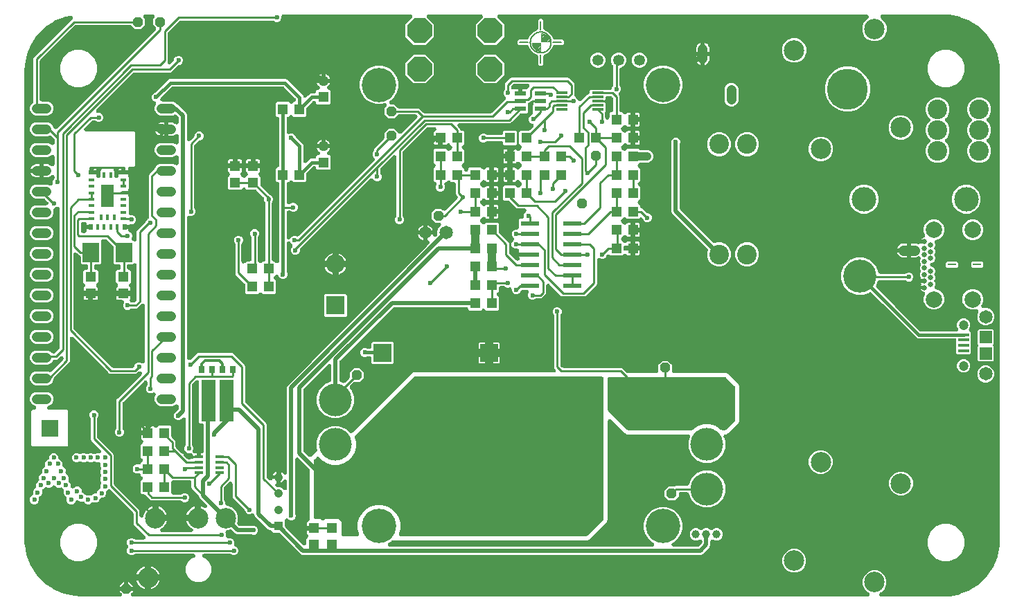
<source format=gbr>
G04 EAGLE Gerber RS-274X export*
G75*
%MOMM*%
%FSLAX34Y34*%
%LPD*%
%INBottom Copper*%
%IPPOS*%
%AMOC8*
5,1,8,0,0,1.08239X$1,22.5*%
G01*
%ADD10R,2.000000X2.000000*%
%ADD11R,2.200000X0.600000*%
%ADD12R,1.300000X1.200000*%
%ADD13R,1.200000X1.300000*%
%ADD14C,4.050000*%
%ADD15C,1.300000*%
%ADD16C,4.200000*%
%ADD17C,2.500000*%
%ADD18C,1.200000*%
%ADD19C,2.400000*%
%ADD20R,1.400000X0.600000*%
%ADD21R,1.050000X1.050000*%
%ADD22C,1.050000*%
%ADD23C,4.000000*%
%ADD24C,1.000000*%
%ADD25C,3.000000*%
%ADD26R,1.400000X0.300000*%
%ADD27R,2.295000X2.295000*%
%ADD28C,2.295000*%
%ADD29R,2.200000X2.200000*%
%ADD30C,5.000000*%
%ADD31R,3.400000X1.800000*%
%ADD32C,1.650000*%
%ADD33C,1.500000*%
%ADD34P,3.247170X8X292.500000*%
%ADD35C,1.350000*%
%ADD36R,1.100000X0.450000*%
%ADD37R,0.635000X0.889000*%
%ADD38R,1.778000X5.080000*%
%ADD39R,1.290000X1.290000*%
%ADD40C,1.290000*%
%ADD41C,0.650000*%
%ADD42C,2.012400*%
%ADD43R,1.000000X0.200000*%
%ADD44R,0.550000X0.800000*%
%ADD45R,0.800000X0.400000*%
%ADD46R,0.800000X0.550000*%
%ADD47R,0.400000X0.800000*%
%ADD48R,1.500000X2.800000*%
%ADD49R,2.000000X2.400000*%
%ADD50P,1.298868X8X22.500000*%
%ADD51R,1.350000X0.400000*%
%ADD52C,1.200000*%
%ADD53R,1.550000X1.500000*%
%ADD54C,0.152400*%
%ADD55C,0.111759*%
%ADD56C,0.250000*%
%ADD57C,0.600000*%
%ADD58C,1.000000*%
%ADD59C,0.400000*%
%ADD60C,0.500000*%
%ADD61C,0.350000*%

G36*
X-165182Y-355983D02*
X-165182Y-355983D01*
X-165002Y-355973D01*
X-164960Y-355963D01*
X-164916Y-355959D01*
X-164743Y-355912D01*
X-164567Y-355870D01*
X-164528Y-355852D01*
X-164486Y-355841D01*
X-164323Y-355763D01*
X-164158Y-355691D01*
X-164122Y-355666D01*
X-164083Y-355648D01*
X-163937Y-355542D01*
X-163788Y-355442D01*
X-163756Y-355411D01*
X-163721Y-355386D01*
X-163596Y-355256D01*
X-163467Y-355130D01*
X-163442Y-355095D01*
X-163412Y-355064D01*
X-163312Y-354914D01*
X-163207Y-354767D01*
X-163188Y-354728D01*
X-163164Y-354692D01*
X-163093Y-354526D01*
X-163016Y-354363D01*
X-163005Y-354321D01*
X-162987Y-354281D01*
X-162947Y-354107D01*
X-162900Y-353932D01*
X-162896Y-353889D01*
X-162886Y-353846D01*
X-162877Y-353667D01*
X-162862Y-353487D01*
X-162866Y-353444D01*
X-162864Y-353400D01*
X-162887Y-353222D01*
X-162904Y-353042D01*
X-162916Y-353000D01*
X-162922Y-352957D01*
X-162976Y-352786D01*
X-163025Y-352612D01*
X-163044Y-352573D01*
X-163057Y-352532D01*
X-163142Y-352373D01*
X-163220Y-352211D01*
X-163246Y-352175D01*
X-163266Y-352137D01*
X-163378Y-351995D01*
X-163484Y-351850D01*
X-163516Y-351820D01*
X-163543Y-351786D01*
X-163677Y-351666D01*
X-163808Y-351542D01*
X-163844Y-351518D01*
X-163877Y-351489D01*
X-164030Y-351396D01*
X-164181Y-351297D01*
X-164236Y-351271D01*
X-164258Y-351257D01*
X-164293Y-351244D01*
X-164405Y-351191D01*
X-165321Y-350811D01*
X-169400Y-346732D01*
X-171608Y-341403D01*
X-171608Y-335634D01*
X-169400Y-330304D01*
X-165321Y-326225D01*
X-159992Y-324018D01*
X-154223Y-324018D01*
X-148893Y-326225D01*
X-144814Y-330304D01*
X-142606Y-335634D01*
X-142606Y-341403D01*
X-144814Y-346732D01*
X-148893Y-350811D01*
X-149809Y-351191D01*
X-149969Y-351274D01*
X-150131Y-351352D01*
X-150167Y-351378D01*
X-150205Y-351398D01*
X-150347Y-351509D01*
X-150493Y-351614D01*
X-150523Y-351646D01*
X-150558Y-351672D01*
X-150678Y-351807D01*
X-150803Y-351936D01*
X-150827Y-351973D01*
X-150856Y-352005D01*
X-150950Y-352158D01*
X-151050Y-352308D01*
X-151067Y-352348D01*
X-151090Y-352386D01*
X-151156Y-352554D01*
X-151227Y-352719D01*
X-151237Y-352761D01*
X-151253Y-352802D01*
X-151287Y-352979D01*
X-151328Y-353154D01*
X-151330Y-353197D01*
X-151339Y-353240D01*
X-151341Y-353420D01*
X-151350Y-353600D01*
X-151345Y-353643D01*
X-151345Y-353687D01*
X-151316Y-353864D01*
X-151293Y-354043D01*
X-151279Y-354084D01*
X-151272Y-354127D01*
X-151212Y-354297D01*
X-151157Y-354468D01*
X-151137Y-354507D01*
X-151122Y-354548D01*
X-151032Y-354704D01*
X-150948Y-354863D01*
X-150921Y-354897D01*
X-150899Y-354935D01*
X-150783Y-355073D01*
X-150672Y-355214D01*
X-150639Y-355243D01*
X-150611Y-355276D01*
X-150472Y-355391D01*
X-150338Y-355511D01*
X-150300Y-355533D01*
X-150267Y-355561D01*
X-150109Y-355649D01*
X-149956Y-355743D01*
X-149915Y-355758D01*
X-149877Y-355780D01*
X-149707Y-355839D01*
X-149539Y-355903D01*
X-149496Y-355911D01*
X-149455Y-355926D01*
X-149277Y-355953D01*
X-149100Y-355987D01*
X-149040Y-355990D01*
X-149014Y-355994D01*
X-148976Y-355993D01*
X-148853Y-355999D01*
X-72300Y-355999D01*
X-72299Y-355999D01*
X-72266Y-355996D01*
X-72177Y-355996D01*
X-65708Y-355678D01*
X-65648Y-355670D01*
X-65588Y-355670D01*
X-65343Y-355633D01*
X-52654Y-353109D01*
X-52537Y-353075D01*
X-52418Y-353050D01*
X-52255Y-352992D01*
X-52225Y-352983D01*
X-52212Y-352977D01*
X-52185Y-352967D01*
X-40231Y-348016D01*
X-40124Y-347959D01*
X-40012Y-347912D01*
X-39863Y-347823D01*
X-39836Y-347809D01*
X-39824Y-347800D01*
X-39799Y-347785D01*
X-29042Y-340597D01*
X-28947Y-340520D01*
X-28846Y-340452D01*
X-28787Y-340399D01*
X-28776Y-340390D01*
X-28760Y-340374D01*
X-28718Y-340336D01*
X-28694Y-340316D01*
X-28684Y-340305D01*
X-28663Y-340286D01*
X-19514Y-331137D01*
X-19436Y-331044D01*
X-19351Y-330957D01*
X-19247Y-330818D01*
X-19228Y-330794D01*
X-19221Y-330782D01*
X-19203Y-330758D01*
X-12015Y-320001D01*
X-11957Y-319894D01*
X-11890Y-319792D01*
X-11816Y-319636D01*
X-11801Y-319609D01*
X-11797Y-319595D01*
X-11784Y-319569D01*
X-6833Y-307615D01*
X-6797Y-307499D01*
X-6751Y-307386D01*
X-6709Y-307219D01*
X-6700Y-307189D01*
X-6698Y-307174D01*
X-6691Y-307146D01*
X-4167Y-294457D01*
X-4160Y-294397D01*
X-4146Y-294338D01*
X-4122Y-294092D01*
X-3804Y-287623D01*
X-3805Y-287589D01*
X-3801Y-287500D01*
X-3801Y287500D01*
X-3804Y287534D01*
X-3804Y287623D01*
X-4122Y294092D01*
X-4130Y294152D01*
X-4130Y294212D01*
X-4167Y294457D01*
X-6691Y307146D01*
X-6725Y307263D01*
X-6750Y307382D01*
X-6808Y307545D01*
X-6817Y307575D01*
X-6823Y307588D01*
X-6833Y307615D01*
X-11784Y319569D01*
X-11841Y319676D01*
X-11888Y319788D01*
X-11977Y319937D01*
X-11991Y319964D01*
X-12000Y319976D01*
X-12015Y320001D01*
X-19203Y330758D01*
X-19280Y330853D01*
X-19348Y330954D01*
X-19464Y331082D01*
X-19484Y331106D01*
X-19495Y331116D01*
X-19514Y331137D01*
X-28663Y340286D01*
X-28756Y340364D01*
X-28843Y340449D01*
X-28982Y340553D01*
X-29006Y340572D01*
X-29018Y340579D01*
X-29042Y340597D01*
X-39799Y347785D01*
X-39906Y347843D01*
X-40008Y347910D01*
X-40164Y347984D01*
X-40191Y347999D01*
X-40205Y348003D01*
X-40231Y348016D01*
X-52185Y352967D01*
X-52301Y353003D01*
X-52414Y353049D01*
X-52581Y353091D01*
X-52611Y353100D01*
X-52626Y353102D01*
X-52654Y353109D01*
X-65343Y355633D01*
X-65403Y355640D01*
X-65462Y355654D01*
X-65708Y355678D01*
X-72177Y355996D01*
X-72212Y355995D01*
X-72300Y355999D01*
X-147547Y355999D01*
X-147726Y355983D01*
X-147906Y355973D01*
X-147948Y355963D01*
X-147991Y355959D01*
X-148165Y355912D01*
X-148340Y355870D01*
X-148380Y355852D01*
X-148422Y355841D01*
X-148585Y355763D01*
X-148750Y355691D01*
X-148786Y355666D01*
X-148825Y355648D01*
X-148971Y355542D01*
X-149120Y355441D01*
X-149152Y355411D01*
X-149187Y355386D01*
X-149311Y355256D01*
X-149441Y355130D01*
X-149466Y355095D01*
X-149496Y355064D01*
X-149596Y354914D01*
X-149701Y354767D01*
X-149719Y354728D01*
X-149743Y354692D01*
X-149815Y354526D01*
X-149892Y354363D01*
X-149903Y354321D01*
X-149920Y354281D01*
X-149961Y354106D01*
X-150008Y353932D01*
X-150012Y353889D01*
X-150022Y353846D01*
X-150031Y353667D01*
X-150046Y353487D01*
X-150042Y353444D01*
X-150044Y353400D01*
X-150021Y353222D01*
X-150003Y353042D01*
X-149992Y353000D01*
X-149986Y352957D01*
X-149932Y352786D01*
X-149883Y352612D01*
X-149864Y352573D01*
X-149851Y352532D01*
X-149766Y352372D01*
X-149687Y352210D01*
X-149662Y352175D01*
X-149641Y352137D01*
X-149530Y351995D01*
X-149424Y351850D01*
X-149392Y351820D01*
X-149365Y351786D01*
X-149230Y351666D01*
X-149100Y351542D01*
X-149064Y351518D01*
X-149031Y351489D01*
X-148877Y351396D01*
X-148726Y351297D01*
X-148672Y351271D01*
X-148649Y351257D01*
X-148621Y351246D01*
X-144390Y347016D01*
X-142106Y341502D01*
X-142106Y335534D01*
X-144390Y330021D01*
X-148610Y325801D01*
X-154123Y323518D01*
X-160091Y323518D01*
X-165604Y325801D01*
X-169824Y330021D01*
X-172108Y335534D01*
X-172108Y341502D01*
X-169824Y347016D01*
X-165580Y351260D01*
X-165552Y351274D01*
X-165389Y351352D01*
X-165354Y351378D01*
X-165316Y351398D01*
X-165174Y351509D01*
X-165028Y351614D01*
X-164997Y351646D01*
X-164963Y351672D01*
X-164843Y351807D01*
X-164718Y351936D01*
X-164694Y351973D01*
X-164665Y352005D01*
X-164571Y352158D01*
X-164471Y352308D01*
X-164454Y352348D01*
X-164431Y352385D01*
X-164365Y352553D01*
X-164294Y352719D01*
X-164284Y352761D01*
X-164268Y352801D01*
X-164233Y352978D01*
X-164193Y353154D01*
X-164191Y353197D01*
X-164182Y353240D01*
X-164179Y353420D01*
X-164171Y353600D01*
X-164176Y353643D01*
X-164176Y353686D01*
X-164205Y353864D01*
X-164228Y354043D01*
X-164241Y354084D01*
X-164248Y354127D01*
X-164309Y354297D01*
X-164364Y354468D01*
X-164384Y354507D01*
X-164399Y354548D01*
X-164489Y354704D01*
X-164573Y354863D01*
X-164600Y354897D01*
X-164622Y354935D01*
X-164738Y355073D01*
X-164849Y355214D01*
X-164882Y355243D01*
X-164910Y355276D01*
X-165049Y355391D01*
X-165183Y355511D01*
X-165220Y355533D01*
X-165254Y355561D01*
X-165411Y355649D01*
X-165565Y355743D01*
X-165606Y355758D01*
X-165643Y355780D01*
X-165814Y355839D01*
X-165982Y355903D01*
X-166025Y355911D01*
X-166066Y355926D01*
X-166244Y355953D01*
X-166421Y355987D01*
X-166481Y355990D01*
X-166507Y355994D01*
X-166544Y355993D01*
X-166668Y355999D01*
X-615716Y355999D01*
X-615852Y355987D01*
X-615989Y355984D01*
X-616074Y355967D01*
X-616161Y355959D01*
X-616293Y355923D01*
X-616427Y355896D01*
X-616507Y355864D01*
X-616591Y355841D01*
X-616715Y355782D01*
X-616842Y355731D01*
X-616916Y355685D01*
X-616994Y355648D01*
X-617105Y355567D01*
X-617221Y355495D01*
X-617286Y355437D01*
X-617356Y355386D01*
X-617451Y355287D01*
X-617552Y355195D01*
X-617605Y355126D01*
X-617666Y355064D01*
X-617741Y354950D01*
X-617825Y354841D01*
X-617865Y354764D01*
X-617913Y354692D01*
X-617967Y354566D01*
X-618030Y354444D01*
X-618055Y354361D01*
X-618090Y354281D01*
X-618121Y354148D01*
X-618161Y354017D01*
X-618171Y353931D01*
X-618191Y353846D01*
X-618198Y353710D01*
X-618214Y353574D01*
X-618209Y353487D01*
X-618213Y353400D01*
X-618195Y353265D01*
X-618187Y353128D01*
X-618167Y353043D01*
X-618155Y352957D01*
X-618114Y352827D01*
X-618081Y352694D01*
X-618046Y352615D01*
X-618020Y352532D01*
X-617956Y352411D01*
X-617900Y352286D01*
X-617851Y352214D01*
X-617811Y352137D01*
X-617726Y352029D01*
X-617649Y351916D01*
X-617557Y351815D01*
X-617534Y351786D01*
X-617517Y351770D01*
X-617483Y351733D01*
X-609499Y343749D01*
X-609499Y329251D01*
X-619751Y318999D01*
X-634249Y318999D01*
X-644501Y329251D01*
X-644501Y343749D01*
X-636517Y351733D01*
X-636429Y351838D01*
X-636334Y351936D01*
X-636286Y352009D01*
X-636231Y352076D01*
X-636163Y352194D01*
X-636087Y352308D01*
X-636053Y352388D01*
X-636010Y352464D01*
X-635964Y352593D01*
X-635910Y352719D01*
X-635891Y352803D01*
X-635862Y352885D01*
X-635840Y353021D01*
X-635809Y353154D01*
X-635805Y353240D01*
X-635791Y353326D01*
X-635794Y353463D01*
X-635787Y353600D01*
X-635798Y353686D01*
X-635800Y353773D01*
X-635827Y353907D01*
X-635845Y354043D01*
X-635871Y354126D01*
X-635888Y354211D01*
X-635939Y354338D01*
X-635980Y354468D01*
X-636021Y354545D01*
X-636053Y354626D01*
X-636125Y354742D01*
X-636189Y354863D01*
X-636243Y354931D01*
X-636289Y355005D01*
X-636381Y355107D01*
X-636466Y355214D01*
X-636531Y355272D01*
X-636589Y355336D01*
X-636697Y355420D01*
X-636800Y355511D01*
X-636874Y355556D01*
X-636943Y355609D01*
X-637065Y355672D01*
X-637181Y355743D01*
X-637263Y355774D01*
X-637340Y355814D01*
X-637470Y355854D01*
X-637598Y355903D01*
X-637684Y355920D01*
X-637767Y355945D01*
X-637902Y355961D01*
X-638037Y355987D01*
X-638174Y355994D01*
X-638210Y355998D01*
X-638234Y355997D01*
X-638284Y355999D01*
X-701716Y355999D01*
X-701852Y355987D01*
X-701989Y355984D01*
X-702074Y355967D01*
X-702161Y355959D01*
X-702293Y355923D01*
X-702427Y355896D01*
X-702507Y355864D01*
X-702591Y355841D01*
X-702715Y355782D01*
X-702842Y355731D01*
X-702916Y355685D01*
X-702994Y355648D01*
X-703105Y355567D01*
X-703221Y355495D01*
X-703286Y355437D01*
X-703356Y355386D01*
X-703451Y355287D01*
X-703552Y355195D01*
X-703605Y355126D01*
X-703666Y355064D01*
X-703741Y354950D01*
X-703825Y354841D01*
X-703865Y354764D01*
X-703913Y354692D01*
X-703967Y354566D01*
X-704030Y354444D01*
X-704055Y354361D01*
X-704090Y354281D01*
X-704121Y354148D01*
X-704161Y354017D01*
X-704171Y353931D01*
X-704191Y353846D01*
X-704198Y353710D01*
X-704214Y353574D01*
X-704209Y353487D01*
X-704213Y353400D01*
X-704195Y353265D01*
X-704187Y353128D01*
X-704167Y353043D01*
X-704155Y352957D01*
X-704114Y352827D01*
X-704081Y352694D01*
X-704046Y352615D01*
X-704020Y352532D01*
X-703956Y352411D01*
X-703900Y352286D01*
X-703851Y352214D01*
X-703811Y352137D01*
X-703726Y352029D01*
X-703649Y351916D01*
X-703557Y351815D01*
X-703534Y351786D01*
X-703517Y351770D01*
X-703483Y351733D01*
X-695499Y343749D01*
X-695499Y329251D01*
X-705751Y318999D01*
X-720249Y318999D01*
X-730501Y329251D01*
X-730501Y343749D01*
X-722517Y351733D01*
X-722429Y351838D01*
X-722334Y351936D01*
X-722286Y352009D01*
X-722231Y352076D01*
X-722163Y352194D01*
X-722087Y352308D01*
X-722053Y352388D01*
X-722010Y352464D01*
X-721964Y352593D01*
X-721910Y352719D01*
X-721891Y352803D01*
X-721862Y352885D01*
X-721840Y353021D01*
X-721809Y353154D01*
X-721805Y353240D01*
X-721791Y353326D01*
X-721794Y353463D01*
X-721787Y353600D01*
X-721798Y353686D01*
X-721800Y353773D01*
X-721827Y353907D01*
X-721845Y354043D01*
X-721871Y354126D01*
X-721888Y354211D01*
X-721939Y354338D01*
X-721980Y354468D01*
X-722021Y354545D01*
X-722053Y354626D01*
X-722125Y354742D01*
X-722189Y354863D01*
X-722243Y354931D01*
X-722289Y355005D01*
X-722381Y355107D01*
X-722466Y355214D01*
X-722531Y355272D01*
X-722589Y355336D01*
X-722697Y355420D01*
X-722800Y355511D01*
X-722874Y355556D01*
X-722943Y355609D01*
X-723065Y355672D01*
X-723181Y355743D01*
X-723263Y355774D01*
X-723340Y355814D01*
X-723470Y355854D01*
X-723598Y355903D01*
X-723684Y355920D01*
X-723767Y355945D01*
X-723902Y355961D01*
X-724037Y355987D01*
X-724174Y355994D01*
X-724210Y355998D01*
X-724234Y355997D01*
X-724284Y355999D01*
X-879500Y355999D01*
X-879550Y355995D01*
X-879600Y355997D01*
X-879772Y355975D01*
X-879945Y355959D01*
X-879993Y355946D01*
X-880043Y355940D01*
X-880208Y355887D01*
X-880376Y355841D01*
X-880421Y355819D01*
X-880468Y355804D01*
X-880622Y355723D01*
X-880778Y355648D01*
X-880819Y355618D01*
X-880863Y355595D01*
X-881000Y355488D01*
X-881140Y355386D01*
X-881175Y355350D01*
X-881214Y355319D01*
X-881330Y355189D01*
X-881450Y355064D01*
X-881477Y355022D01*
X-881511Y354984D01*
X-881601Y354836D01*
X-881697Y354692D01*
X-881717Y354646D01*
X-881743Y354603D01*
X-881805Y354441D01*
X-881874Y354281D01*
X-881885Y354233D01*
X-881903Y354186D01*
X-881936Y354015D01*
X-881975Y353846D01*
X-881978Y353796D01*
X-881987Y353747D01*
X-881999Y353500D01*
X-881999Y351406D01*
X-882837Y349384D01*
X-884384Y347837D01*
X-886406Y346999D01*
X-888594Y346999D01*
X-890616Y347837D01*
X-890796Y348017D01*
X-890940Y348137D01*
X-891079Y348261D01*
X-891111Y348280D01*
X-891139Y348304D01*
X-891301Y348396D01*
X-891461Y348493D01*
X-891495Y348506D01*
X-891528Y348524D01*
X-891704Y348586D01*
X-891878Y348653D01*
X-891914Y348660D01*
X-891949Y348673D01*
X-892133Y348702D01*
X-892317Y348737D01*
X-892367Y348740D01*
X-892390Y348743D01*
X-892427Y348742D01*
X-892564Y348749D01*
X-1004911Y348749D01*
X-1005097Y348733D01*
X-1005283Y348721D01*
X-1005319Y348713D01*
X-1005356Y348709D01*
X-1005537Y348660D01*
X-1005717Y348616D01*
X-1005751Y348601D01*
X-1005787Y348591D01*
X-1005955Y348510D01*
X-1006125Y348434D01*
X-1006156Y348414D01*
X-1006190Y348398D01*
X-1006341Y348288D01*
X-1006495Y348183D01*
X-1006532Y348149D01*
X-1006551Y348136D01*
X-1006577Y348109D01*
X-1006678Y348017D01*
X-1020017Y334678D01*
X-1020137Y334535D01*
X-1020261Y334396D01*
X-1020280Y334364D01*
X-1020304Y334336D01*
X-1020396Y334174D01*
X-1020493Y334014D01*
X-1020506Y333979D01*
X-1020524Y333947D01*
X-1020586Y333771D01*
X-1020653Y333597D01*
X-1020660Y333561D01*
X-1020673Y333526D01*
X-1020702Y333342D01*
X-1020737Y333158D01*
X-1020740Y333108D01*
X-1020743Y333085D01*
X-1020742Y333048D01*
X-1020749Y332911D01*
X-1020749Y299254D01*
X-1021031Y298573D01*
X-1021085Y298401D01*
X-1021145Y298231D01*
X-1021152Y298188D01*
X-1021165Y298146D01*
X-1021187Y297968D01*
X-1021216Y297790D01*
X-1021215Y297746D01*
X-1021220Y297703D01*
X-1021210Y297523D01*
X-1021207Y297343D01*
X-1021198Y297301D01*
X-1021196Y297257D01*
X-1021154Y297082D01*
X-1021118Y296905D01*
X-1021102Y296865D01*
X-1021092Y296823D01*
X-1021020Y296657D01*
X-1020954Y296490D01*
X-1020931Y296453D01*
X-1020913Y296413D01*
X-1020813Y296264D01*
X-1020717Y296111D01*
X-1020688Y296079D01*
X-1020664Y296043D01*
X-1020538Y295913D01*
X-1020418Y295780D01*
X-1020383Y295754D01*
X-1020353Y295722D01*
X-1020206Y295617D01*
X-1020064Y295508D01*
X-1020025Y295487D01*
X-1019990Y295462D01*
X-1019827Y295385D01*
X-1019667Y295302D01*
X-1019625Y295290D01*
X-1019586Y295271D01*
X-1019411Y295224D01*
X-1019240Y295171D01*
X-1019197Y295166D01*
X-1019155Y295155D01*
X-1018975Y295140D01*
X-1018796Y295118D01*
X-1018753Y295121D01*
X-1018709Y295117D01*
X-1018530Y295134D01*
X-1018350Y295145D01*
X-1018308Y295155D01*
X-1018265Y295159D01*
X-1018091Y295208D01*
X-1017916Y295251D01*
X-1017877Y295268D01*
X-1017835Y295280D01*
X-1017672Y295359D01*
X-1017508Y295432D01*
X-1017472Y295456D01*
X-1017433Y295475D01*
X-1017287Y295582D01*
X-1017139Y295683D01*
X-1017094Y295723D01*
X-1017072Y295739D01*
X-1017047Y295766D01*
X-1016955Y295849D01*
X-1013733Y299072D01*
X-1013613Y299215D01*
X-1013489Y299354D01*
X-1013470Y299386D01*
X-1013446Y299414D01*
X-1013354Y299577D01*
X-1013257Y299736D01*
X-1013244Y299771D01*
X-1013226Y299803D01*
X-1013164Y299979D01*
X-1013097Y300153D01*
X-1013090Y300189D01*
X-1013077Y300224D01*
X-1013048Y300408D01*
X-1013013Y300592D01*
X-1013010Y300642D01*
X-1013007Y300665D01*
X-1013008Y300702D01*
X-1013001Y300839D01*
X-1013001Y301094D01*
X-1012163Y303116D01*
X-1010616Y304663D01*
X-1008594Y305501D01*
X-1006406Y305501D01*
X-1004384Y304663D01*
X-1002837Y303116D01*
X-1001999Y301094D01*
X-1001999Y298906D01*
X-1002837Y296884D01*
X-1004384Y295337D01*
X-1006406Y294499D01*
X-1006661Y294499D01*
X-1006847Y294483D01*
X-1007033Y294471D01*
X-1007069Y294463D01*
X-1007106Y294459D01*
X-1007287Y294410D01*
X-1007467Y294366D01*
X-1007501Y294351D01*
X-1007537Y294341D01*
X-1007705Y294260D01*
X-1007875Y294184D01*
X-1007906Y294164D01*
X-1007940Y294148D01*
X-1008091Y294038D01*
X-1008245Y293933D01*
X-1008282Y293899D01*
X-1008301Y293886D01*
X-1008327Y293859D01*
X-1008428Y293767D01*
X-1016375Y285820D01*
X-1017754Y285249D01*
X-1061248Y285249D01*
X-1061434Y285233D01*
X-1061620Y285221D01*
X-1061656Y285213D01*
X-1061693Y285209D01*
X-1061873Y285160D01*
X-1062054Y285116D01*
X-1062088Y285101D01*
X-1062123Y285091D01*
X-1062292Y285010D01*
X-1062462Y284934D01*
X-1062493Y284914D01*
X-1062526Y284898D01*
X-1062677Y284788D01*
X-1062832Y284683D01*
X-1062869Y284649D01*
X-1062888Y284636D01*
X-1062914Y284609D01*
X-1063015Y284517D01*
X-1107765Y239767D01*
X-1107853Y239662D01*
X-1107948Y239564D01*
X-1107996Y239491D01*
X-1108051Y239424D01*
X-1108119Y239306D01*
X-1108195Y239192D01*
X-1108229Y239112D01*
X-1108272Y239036D01*
X-1108318Y238907D01*
X-1108372Y238781D01*
X-1108391Y238697D01*
X-1108420Y238615D01*
X-1108442Y238479D01*
X-1108473Y238346D01*
X-1108477Y238260D01*
X-1108491Y238174D01*
X-1108488Y238037D01*
X-1108495Y237900D01*
X-1108484Y237814D01*
X-1108482Y237727D01*
X-1108455Y237593D01*
X-1108437Y237457D01*
X-1108411Y237374D01*
X-1108394Y237289D01*
X-1108343Y237162D01*
X-1108302Y237032D01*
X-1108261Y236955D01*
X-1108229Y236874D01*
X-1108157Y236758D01*
X-1108093Y236637D01*
X-1108039Y236569D01*
X-1107993Y236495D01*
X-1107901Y236393D01*
X-1107817Y236286D01*
X-1107751Y236228D01*
X-1107693Y236164D01*
X-1107585Y236080D01*
X-1107482Y235989D01*
X-1107408Y235944D01*
X-1107339Y235891D01*
X-1107217Y235828D01*
X-1107101Y235757D01*
X-1107020Y235726D01*
X-1106942Y235686D01*
X-1106812Y235646D01*
X-1106684Y235597D01*
X-1106598Y235580D01*
X-1106515Y235555D01*
X-1106380Y235539D01*
X-1106245Y235513D01*
X-1106108Y235506D01*
X-1106072Y235502D01*
X-1106048Y235503D01*
X-1105998Y235501D01*
X-1103906Y235501D01*
X-1101884Y234663D01*
X-1100337Y233116D01*
X-1099499Y231094D01*
X-1099499Y228906D01*
X-1100337Y226884D01*
X-1101884Y225337D01*
X-1103906Y224499D01*
X-1106094Y224499D01*
X-1108116Y225337D01*
X-1108296Y225517D01*
X-1108440Y225637D01*
X-1108579Y225761D01*
X-1108611Y225780D01*
X-1108639Y225804D01*
X-1108801Y225896D01*
X-1108961Y225993D01*
X-1108995Y226006D01*
X-1109028Y226024D01*
X-1109204Y226086D01*
X-1109378Y226153D01*
X-1109414Y226160D01*
X-1109449Y226173D01*
X-1109633Y226202D01*
X-1109817Y226237D01*
X-1109867Y226240D01*
X-1109890Y226243D01*
X-1109927Y226242D01*
X-1110064Y226249D01*
X-1112411Y226249D01*
X-1112597Y226233D01*
X-1112783Y226221D01*
X-1112819Y226213D01*
X-1112856Y226209D01*
X-1113037Y226160D01*
X-1113217Y226116D01*
X-1113251Y226101D01*
X-1113287Y226091D01*
X-1113455Y226010D01*
X-1113625Y225934D01*
X-1113656Y225914D01*
X-1113690Y225898D01*
X-1113841Y225788D01*
X-1113995Y225683D01*
X-1114032Y225649D01*
X-1114051Y225636D01*
X-1114077Y225609D01*
X-1114178Y225517D01*
X-1122278Y217417D01*
X-1122366Y217312D01*
X-1122461Y217214D01*
X-1122509Y217141D01*
X-1122565Y217074D01*
X-1122632Y216956D01*
X-1122708Y216842D01*
X-1122743Y216762D01*
X-1122786Y216686D01*
X-1122831Y216557D01*
X-1122885Y216431D01*
X-1122905Y216347D01*
X-1122934Y216265D01*
X-1122955Y216129D01*
X-1122986Y215996D01*
X-1122991Y215909D01*
X-1123004Y215824D01*
X-1123002Y215687D01*
X-1123008Y215550D01*
X-1122997Y215464D01*
X-1122996Y215377D01*
X-1122968Y215243D01*
X-1122951Y215107D01*
X-1122924Y215024D01*
X-1122907Y214939D01*
X-1122857Y214812D01*
X-1122815Y214682D01*
X-1122775Y214605D01*
X-1122742Y214524D01*
X-1122670Y214408D01*
X-1122606Y214287D01*
X-1122552Y214219D01*
X-1122506Y214145D01*
X-1122415Y214043D01*
X-1122330Y213936D01*
X-1122265Y213878D01*
X-1122206Y213814D01*
X-1122098Y213730D01*
X-1121996Y213639D01*
X-1121921Y213594D01*
X-1121852Y213541D01*
X-1121731Y213478D01*
X-1121614Y213407D01*
X-1121533Y213376D01*
X-1121456Y213336D01*
X-1121325Y213296D01*
X-1121197Y213247D01*
X-1121112Y213230D01*
X-1121029Y213205D01*
X-1120893Y213189D01*
X-1120758Y213163D01*
X-1120622Y213156D01*
X-1120585Y213152D01*
X-1120562Y213153D01*
X-1120511Y213151D01*
X-1061814Y213151D01*
X-1060349Y211686D01*
X-1060349Y171514D01*
X-1061814Y170049D01*
X-1066987Y170049D01*
X-1067021Y170046D01*
X-1067054Y170048D01*
X-1067242Y170026D01*
X-1067432Y170009D01*
X-1067465Y170000D01*
X-1067498Y169997D01*
X-1067680Y169941D01*
X-1067863Y169891D01*
X-1067893Y169876D01*
X-1067925Y169867D01*
X-1068094Y169780D01*
X-1068266Y169698D01*
X-1068293Y169678D01*
X-1068323Y169663D01*
X-1068473Y169547D01*
X-1068628Y169436D01*
X-1068651Y169412D01*
X-1068677Y169391D01*
X-1068806Y169250D01*
X-1068937Y169114D01*
X-1068956Y169086D01*
X-1068978Y169061D01*
X-1069079Y168900D01*
X-1069184Y168742D01*
X-1069198Y168711D01*
X-1069215Y168682D01*
X-1069286Y168506D01*
X-1069361Y168331D01*
X-1069369Y168299D01*
X-1069381Y168268D01*
X-1069420Y168081D01*
X-1069463Y167896D01*
X-1069464Y167863D01*
X-1069471Y167830D01*
X-1069475Y167640D01*
X-1069485Y167450D01*
X-1069480Y167417D01*
X-1069481Y167384D01*
X-1069452Y167195D01*
X-1069427Y167007D01*
X-1069417Y166975D01*
X-1069412Y166942D01*
X-1069349Y166763D01*
X-1069291Y166582D01*
X-1069276Y166552D01*
X-1069265Y166520D01*
X-1069152Y166300D01*
X-1069136Y166272D01*
X-1068999Y165763D01*
X-1068999Y165249D01*
X-1072501Y165249D01*
X-1072501Y167550D01*
X-1072505Y167600D01*
X-1072503Y167650D01*
X-1072525Y167822D01*
X-1072540Y167995D01*
X-1072554Y168043D01*
X-1072560Y168093D01*
X-1072613Y168258D01*
X-1072659Y168426D01*
X-1072681Y168471D01*
X-1072696Y168518D01*
X-1072777Y168672D01*
X-1072852Y168828D01*
X-1072882Y168869D01*
X-1072905Y168913D01*
X-1073012Y169050D01*
X-1073114Y169190D01*
X-1073150Y169225D01*
X-1073181Y169264D01*
X-1073311Y169380D01*
X-1073436Y169500D01*
X-1073478Y169527D01*
X-1073515Y169561D01*
X-1073664Y169651D01*
X-1073808Y169747D01*
X-1073854Y169767D01*
X-1073897Y169793D01*
X-1074059Y169855D01*
X-1074218Y169924D01*
X-1074267Y169935D01*
X-1074314Y169953D01*
X-1074485Y169986D01*
X-1074653Y170025D01*
X-1074703Y170028D01*
X-1074753Y170037D01*
X-1075000Y170049D01*
X-1075050Y170045D01*
X-1075100Y170047D01*
X-1075272Y170025D01*
X-1075445Y170009D01*
X-1075493Y169996D01*
X-1075543Y169990D01*
X-1075708Y169937D01*
X-1075876Y169891D01*
X-1075921Y169869D01*
X-1075969Y169854D01*
X-1076122Y169773D01*
X-1076278Y169698D01*
X-1076319Y169668D01*
X-1076363Y169645D01*
X-1076500Y169538D01*
X-1076640Y169436D01*
X-1076675Y169400D01*
X-1076714Y169369D01*
X-1076830Y169239D01*
X-1076950Y169114D01*
X-1076978Y169072D01*
X-1077011Y169034D01*
X-1077101Y168886D01*
X-1077197Y168742D01*
X-1077217Y168696D01*
X-1077243Y168653D01*
X-1077305Y168491D01*
X-1077374Y168331D01*
X-1077385Y168283D01*
X-1077403Y168236D01*
X-1077436Y168065D01*
X-1077475Y167896D01*
X-1077478Y167846D01*
X-1077487Y167797D01*
X-1077499Y167550D01*
X-1077499Y165249D01*
X-1081001Y165249D01*
X-1081001Y165763D01*
X-1080864Y166272D01*
X-1080848Y166300D01*
X-1080834Y166331D01*
X-1080816Y166358D01*
X-1080740Y166533D01*
X-1080660Y166705D01*
X-1080652Y166738D01*
X-1080639Y166769D01*
X-1080596Y166954D01*
X-1080548Y167138D01*
X-1080545Y167171D01*
X-1080537Y167204D01*
X-1080528Y167393D01*
X-1080514Y167583D01*
X-1080517Y167616D01*
X-1080515Y167650D01*
X-1080540Y167838D01*
X-1080559Y168027D01*
X-1080569Y168060D01*
X-1080573Y168093D01*
X-1080631Y168274D01*
X-1080683Y168457D01*
X-1080698Y168487D01*
X-1080709Y168518D01*
X-1080798Y168686D01*
X-1080882Y168857D01*
X-1080902Y168884D01*
X-1080918Y168913D01*
X-1081035Y169063D01*
X-1081149Y169215D01*
X-1081173Y169238D01*
X-1081194Y169264D01*
X-1081336Y169390D01*
X-1081475Y169520D01*
X-1081503Y169538D01*
X-1081528Y169561D01*
X-1081690Y169659D01*
X-1081850Y169763D01*
X-1081881Y169775D01*
X-1081910Y169793D01*
X-1082087Y169861D01*
X-1082263Y169934D01*
X-1082295Y169941D01*
X-1082327Y169953D01*
X-1082514Y169989D01*
X-1082699Y170030D01*
X-1082732Y170031D01*
X-1082765Y170037D01*
X-1083013Y170049D01*
X-1084979Y170049D01*
X-1085115Y170037D01*
X-1085252Y170034D01*
X-1085337Y170017D01*
X-1085424Y170009D01*
X-1085556Y169973D01*
X-1085690Y169946D01*
X-1085771Y169914D01*
X-1085855Y169891D01*
X-1085978Y169832D01*
X-1086105Y169781D01*
X-1086179Y169735D01*
X-1086257Y169698D01*
X-1086368Y169617D01*
X-1086484Y169545D01*
X-1086549Y169487D01*
X-1086619Y169436D01*
X-1086714Y169337D01*
X-1086815Y169245D01*
X-1086868Y169176D01*
X-1086929Y169114D01*
X-1087004Y169000D01*
X-1087088Y168891D01*
X-1087128Y168814D01*
X-1087176Y168742D01*
X-1087230Y168616D01*
X-1087293Y168494D01*
X-1087319Y168411D01*
X-1087353Y168331D01*
X-1087384Y168199D01*
X-1087424Y168067D01*
X-1087434Y167981D01*
X-1087454Y167896D01*
X-1087461Y167760D01*
X-1087477Y167624D01*
X-1087472Y167537D01*
X-1087476Y167450D01*
X-1087459Y167315D01*
X-1087450Y167178D01*
X-1087430Y167093D01*
X-1087419Y167007D01*
X-1087377Y166877D01*
X-1087345Y166744D01*
X-1087309Y166664D01*
X-1087283Y166582D01*
X-1087219Y166461D01*
X-1087163Y166336D01*
X-1087115Y166264D01*
X-1087074Y166187D01*
X-1086989Y166079D01*
X-1086912Y165966D01*
X-1086821Y165865D01*
X-1086798Y165836D01*
X-1086780Y165820D01*
X-1086746Y165783D01*
X-1085999Y165036D01*
X-1085999Y158571D01*
X-1085987Y158435D01*
X-1085984Y158298D01*
X-1085967Y158213D01*
X-1085959Y158126D01*
X-1085923Y157994D01*
X-1085896Y157860D01*
X-1085864Y157779D01*
X-1085841Y157695D01*
X-1085782Y157572D01*
X-1085731Y157445D01*
X-1085685Y157371D01*
X-1085648Y157293D01*
X-1085567Y157182D01*
X-1085495Y157066D01*
X-1085437Y157001D01*
X-1085386Y156931D01*
X-1085287Y156836D01*
X-1085195Y156735D01*
X-1085126Y156682D01*
X-1085064Y156621D01*
X-1084950Y156546D01*
X-1084841Y156462D01*
X-1084764Y156422D01*
X-1084692Y156374D01*
X-1084566Y156320D01*
X-1084444Y156257D01*
X-1084361Y156232D01*
X-1084281Y156197D01*
X-1084148Y156166D01*
X-1084017Y156126D01*
X-1083931Y156116D01*
X-1083846Y156096D01*
X-1083710Y156089D01*
X-1083574Y156073D01*
X-1083487Y156078D01*
X-1083400Y156074D01*
X-1083265Y156091D01*
X-1083128Y156100D01*
X-1083043Y156120D01*
X-1082957Y156131D01*
X-1082827Y156173D01*
X-1082694Y156205D01*
X-1082615Y156241D01*
X-1082532Y156267D01*
X-1082411Y156331D01*
X-1082286Y156387D01*
X-1082214Y156436D01*
X-1082137Y156476D01*
X-1082029Y156561D01*
X-1081916Y156638D01*
X-1081815Y156730D01*
X-1081786Y156752D01*
X-1081770Y156770D01*
X-1081733Y156804D01*
X-1081556Y156981D01*
X-1081513Y157032D01*
X-1081464Y157077D01*
X-1081370Y157203D01*
X-1081270Y157323D01*
X-1081237Y157381D01*
X-1081197Y157435D01*
X-1081126Y157576D01*
X-1081049Y157712D01*
X-1081027Y157775D01*
X-1080997Y157834D01*
X-1080953Y157985D01*
X-1080901Y158133D01*
X-1080890Y158199D01*
X-1080871Y158263D01*
X-1080855Y158419D01*
X-1080830Y158574D01*
X-1080831Y158641D01*
X-1080824Y158707D01*
X-1080836Y158864D01*
X-1080839Y159021D01*
X-1080852Y159086D01*
X-1080857Y159153D01*
X-1080909Y159395D01*
X-1081001Y159737D01*
X-1081001Y160251D01*
X-1075000Y160251D01*
X-1068999Y160251D01*
X-1068999Y159737D01*
X-1069091Y159395D01*
X-1069102Y159329D01*
X-1069122Y159265D01*
X-1069141Y159109D01*
X-1069167Y158955D01*
X-1069167Y158888D01*
X-1069175Y158822D01*
X-1069166Y158665D01*
X-1069165Y158508D01*
X-1069152Y158442D01*
X-1069148Y158376D01*
X-1069111Y158223D01*
X-1069082Y158069D01*
X-1069058Y158007D01*
X-1069042Y157942D01*
X-1068979Y157798D01*
X-1068923Y157652D01*
X-1068888Y157594D01*
X-1068861Y157533D01*
X-1068773Y157404D01*
X-1068692Y157269D01*
X-1068648Y157219D01*
X-1068610Y157164D01*
X-1068499Y157042D01*
X-1068499Y142957D01*
X-1068536Y142923D01*
X-1068630Y142797D01*
X-1068730Y142677D01*
X-1068763Y142619D01*
X-1068803Y142565D01*
X-1068874Y142424D01*
X-1068951Y142288D01*
X-1068973Y142225D01*
X-1069003Y142166D01*
X-1069047Y142015D01*
X-1069099Y141867D01*
X-1069110Y141801D01*
X-1069129Y141737D01*
X-1069145Y141581D01*
X-1069170Y141426D01*
X-1069169Y141359D01*
X-1069176Y141293D01*
X-1069164Y141137D01*
X-1069161Y140979D01*
X-1069148Y140914D01*
X-1069143Y140847D01*
X-1069091Y140605D01*
X-1069063Y140499D01*
X-1075000Y140499D01*
X-1075050Y140495D01*
X-1075099Y140497D01*
X-1075271Y140475D01*
X-1075445Y140459D01*
X-1075493Y140446D01*
X-1075542Y140440D01*
X-1075708Y140387D01*
X-1075875Y140341D01*
X-1075920Y140319D01*
X-1075968Y140304D01*
X-1076121Y140223D01*
X-1076278Y140148D01*
X-1076319Y140118D01*
X-1076363Y140095D01*
X-1076499Y139988D01*
X-1076640Y139886D01*
X-1076675Y139850D01*
X-1076714Y139819D01*
X-1076829Y139689D01*
X-1076949Y139564D01*
X-1076977Y139522D01*
X-1077010Y139485D01*
X-1077100Y139336D01*
X-1077197Y139192D01*
X-1077216Y139146D01*
X-1077242Y139103D01*
X-1077305Y138941D01*
X-1077374Y138782D01*
X-1077385Y138733D01*
X-1077403Y138686D01*
X-1077436Y138515D01*
X-1077475Y138346D01*
X-1077477Y138297D01*
X-1077487Y138247D01*
X-1077499Y138000D01*
X-1077494Y137950D01*
X-1077497Y137900D01*
X-1077475Y137728D01*
X-1077459Y137555D01*
X-1077446Y137507D01*
X-1077439Y137457D01*
X-1077387Y137292D01*
X-1077341Y137124D01*
X-1077319Y137079D01*
X-1077304Y137031D01*
X-1077223Y136878D01*
X-1077147Y136721D01*
X-1077118Y136681D01*
X-1077094Y136637D01*
X-1076987Y136500D01*
X-1076885Y136360D01*
X-1076849Y136325D01*
X-1076818Y136286D01*
X-1076688Y136170D01*
X-1076563Y136050D01*
X-1076522Y136022D01*
X-1076484Y135989D01*
X-1076336Y135899D01*
X-1076191Y135803D01*
X-1076145Y135783D01*
X-1076103Y135757D01*
X-1075940Y135695D01*
X-1075781Y135626D01*
X-1075733Y135615D01*
X-1075686Y135597D01*
X-1075515Y135564D01*
X-1075346Y135525D01*
X-1075296Y135522D01*
X-1075247Y135513D01*
X-1075000Y135501D01*
X-1069063Y135501D01*
X-1069091Y135395D01*
X-1069102Y135329D01*
X-1069122Y135265D01*
X-1069141Y135109D01*
X-1069167Y134955D01*
X-1069167Y134888D01*
X-1069175Y134822D01*
X-1069166Y134665D01*
X-1069165Y134508D01*
X-1069152Y134442D01*
X-1069148Y134376D01*
X-1069111Y134223D01*
X-1069082Y134069D01*
X-1069058Y134007D01*
X-1069042Y133942D01*
X-1068979Y133798D01*
X-1068923Y133652D01*
X-1068888Y133594D01*
X-1068861Y133533D01*
X-1068773Y133404D01*
X-1068692Y133269D01*
X-1068648Y133219D01*
X-1068610Y133164D01*
X-1068499Y133042D01*
X-1068499Y113000D01*
X-1068495Y112950D01*
X-1068497Y112900D01*
X-1068475Y112728D01*
X-1068459Y112555D01*
X-1068446Y112507D01*
X-1068440Y112457D01*
X-1068387Y112292D01*
X-1068341Y112124D01*
X-1068319Y112079D01*
X-1068304Y112032D01*
X-1068223Y111878D01*
X-1068148Y111722D01*
X-1068118Y111681D01*
X-1068095Y111637D01*
X-1067988Y111500D01*
X-1067886Y111360D01*
X-1067850Y111325D01*
X-1067819Y111286D01*
X-1067689Y111170D01*
X-1067564Y111050D01*
X-1067522Y111023D01*
X-1067484Y110989D01*
X-1067336Y110899D01*
X-1067192Y110803D01*
X-1067146Y110783D01*
X-1067103Y110757D01*
X-1066941Y110695D01*
X-1066781Y110626D01*
X-1066733Y110615D01*
X-1066686Y110597D01*
X-1066515Y110564D01*
X-1066346Y110525D01*
X-1066296Y110522D01*
X-1066247Y110513D01*
X-1066000Y110501D01*
X-1063906Y110501D01*
X-1061884Y109663D01*
X-1060337Y108116D01*
X-1059499Y106094D01*
X-1059499Y103906D01*
X-1060337Y101884D01*
X-1061884Y100337D01*
X-1063906Y99499D01*
X-1066500Y99499D01*
X-1066550Y99495D01*
X-1066600Y99497D01*
X-1066772Y99475D01*
X-1066945Y99459D01*
X-1066993Y99446D01*
X-1067043Y99440D01*
X-1067208Y99387D01*
X-1067376Y99341D01*
X-1067421Y99319D01*
X-1067468Y99304D01*
X-1067622Y99223D01*
X-1067778Y99148D01*
X-1067819Y99118D01*
X-1067863Y99095D01*
X-1068000Y98988D01*
X-1068140Y98886D01*
X-1068175Y98850D01*
X-1068214Y98819D01*
X-1068330Y98689D01*
X-1068450Y98564D01*
X-1068477Y98522D01*
X-1068497Y98499D01*
X-1073750Y98499D01*
X-1073800Y98495D01*
X-1073849Y98497D01*
X-1074021Y98475D01*
X-1074195Y98459D01*
X-1074243Y98446D01*
X-1074292Y98440D01*
X-1074458Y98387D01*
X-1074625Y98341D01*
X-1074670Y98319D01*
X-1074718Y98304D01*
X-1074871Y98223D01*
X-1075028Y98148D01*
X-1075069Y98118D01*
X-1075113Y98095D01*
X-1075249Y97988D01*
X-1075390Y97886D01*
X-1075425Y97850D01*
X-1075464Y97819D01*
X-1075579Y97689D01*
X-1075699Y97564D01*
X-1075727Y97522D01*
X-1075760Y97485D01*
X-1075851Y97336D01*
X-1075947Y97192D01*
X-1075966Y97146D01*
X-1075992Y97103D01*
X-1076055Y96941D01*
X-1076124Y96782D01*
X-1076135Y96733D01*
X-1076153Y96686D01*
X-1076186Y96515D01*
X-1076225Y96346D01*
X-1076227Y96297D01*
X-1076237Y96247D01*
X-1076249Y96000D01*
X-1076244Y95950D01*
X-1076247Y95900D01*
X-1076225Y95728D01*
X-1076209Y95555D01*
X-1076196Y95507D01*
X-1076189Y95457D01*
X-1076137Y95292D01*
X-1076091Y95124D01*
X-1076069Y95079D01*
X-1076054Y95031D01*
X-1075973Y94878D01*
X-1075897Y94721D01*
X-1075868Y94681D01*
X-1075844Y94637D01*
X-1075737Y94500D01*
X-1075635Y94360D01*
X-1075599Y94325D01*
X-1075568Y94286D01*
X-1075438Y94170D01*
X-1075313Y94050D01*
X-1075272Y94022D01*
X-1075234Y93989D01*
X-1075086Y93899D01*
X-1074941Y93803D01*
X-1074895Y93783D01*
X-1074853Y93757D01*
X-1074690Y93695D01*
X-1074531Y93626D01*
X-1074483Y93615D01*
X-1074436Y93597D01*
X-1074265Y93564D01*
X-1074096Y93525D01*
X-1074046Y93522D01*
X-1073997Y93513D01*
X-1073750Y93501D01*
X-1068999Y93501D01*
X-1068999Y92209D01*
X-1068999Y92203D01*
X-1068999Y92196D01*
X-1068979Y91983D01*
X-1068959Y91764D01*
X-1068958Y91758D01*
X-1068957Y91752D01*
X-1068899Y91546D01*
X-1068841Y91334D01*
X-1068838Y91328D01*
X-1068836Y91322D01*
X-1068740Y91124D01*
X-1068648Y90931D01*
X-1068644Y90926D01*
X-1068641Y90920D01*
X-1068513Y90744D01*
X-1068386Y90569D01*
X-1068381Y90565D01*
X-1068377Y90559D01*
X-1068218Y90408D01*
X-1068064Y90260D01*
X-1068058Y90256D01*
X-1068053Y90252D01*
X-1067870Y90131D01*
X-1067692Y90012D01*
X-1067686Y90010D01*
X-1067680Y90006D01*
X-1067456Y89900D01*
X-1066884Y89663D01*
X-1065337Y88116D01*
X-1064499Y86094D01*
X-1064499Y83906D01*
X-1064893Y82956D01*
X-1064920Y82867D01*
X-1064957Y82781D01*
X-1064987Y82655D01*
X-1065026Y82530D01*
X-1065038Y82437D01*
X-1065059Y82346D01*
X-1065065Y82216D01*
X-1065081Y82087D01*
X-1065076Y81993D01*
X-1065081Y81900D01*
X-1065064Y81771D01*
X-1065057Y81641D01*
X-1065035Y81550D01*
X-1065023Y81457D01*
X-1064984Y81333D01*
X-1064953Y81206D01*
X-1064916Y81121D01*
X-1064888Y81032D01*
X-1064827Y80916D01*
X-1064774Y80797D01*
X-1064722Y80720D01*
X-1064678Y80637D01*
X-1064598Y80534D01*
X-1064525Y80426D01*
X-1064460Y80359D01*
X-1064402Y80286D01*
X-1064305Y80199D01*
X-1064214Y80106D01*
X-1064138Y80051D01*
X-1064068Y79989D01*
X-1063957Y79922D01*
X-1063851Y79846D01*
X-1063772Y79808D01*
X-1063017Y79054D01*
X-1062912Y78966D01*
X-1062814Y78871D01*
X-1062741Y78823D01*
X-1062674Y78767D01*
X-1062555Y78700D01*
X-1062442Y78624D01*
X-1062362Y78590D01*
X-1062286Y78547D01*
X-1062157Y78501D01*
X-1062031Y78447D01*
X-1061947Y78427D01*
X-1061865Y78399D01*
X-1061730Y78377D01*
X-1061596Y78346D01*
X-1061510Y78342D01*
X-1061424Y78328D01*
X-1061287Y78331D01*
X-1061150Y78324D01*
X-1061064Y78335D01*
X-1060977Y78337D01*
X-1060843Y78364D01*
X-1060707Y78381D01*
X-1060624Y78408D01*
X-1060539Y78425D01*
X-1060412Y78476D01*
X-1060282Y78517D01*
X-1060205Y78558D01*
X-1060124Y78590D01*
X-1060008Y78662D01*
X-1059887Y78726D01*
X-1059819Y78780D01*
X-1059745Y78826D01*
X-1059643Y78918D01*
X-1059536Y79002D01*
X-1059478Y79067D01*
X-1059414Y79126D01*
X-1059330Y79234D01*
X-1059239Y79337D01*
X-1059194Y79411D01*
X-1059141Y79480D01*
X-1059078Y79601D01*
X-1059007Y79718D01*
X-1058976Y79799D01*
X-1058936Y79877D01*
X-1058896Y80007D01*
X-1058847Y80135D01*
X-1058830Y80221D01*
X-1058805Y80304D01*
X-1058789Y80439D01*
X-1058763Y80574D01*
X-1058756Y80710D01*
X-1058752Y80747D01*
X-1058753Y80771D01*
X-1058751Y80821D01*
X-1058751Y90746D01*
X-1058180Y92125D01*
X-1048204Y102100D01*
X-1048115Y102207D01*
X-1048026Y102299D01*
X-1048023Y102304D01*
X-1048014Y102314D01*
X-1047969Y102381D01*
X-1047918Y102443D01*
X-1047847Y102567D01*
X-1047768Y102687D01*
X-1047715Y102799D01*
X-1047697Y102831D01*
X-1047688Y102857D01*
X-1047662Y102911D01*
X-1047163Y104116D01*
X-1045616Y105663D01*
X-1045063Y105892D01*
X-1045019Y105915D01*
X-1044972Y105932D01*
X-1044822Y106019D01*
X-1044668Y106099D01*
X-1044628Y106130D01*
X-1044585Y106155D01*
X-1044452Y106267D01*
X-1044315Y106374D01*
X-1044282Y106411D01*
X-1044243Y106443D01*
X-1044133Y106577D01*
X-1044017Y106706D01*
X-1043991Y106749D01*
X-1043959Y106788D01*
X-1043874Y106939D01*
X-1043783Y107087D01*
X-1043765Y107133D01*
X-1043740Y107177D01*
X-1043683Y107341D01*
X-1043620Y107503D01*
X-1043611Y107552D01*
X-1043594Y107599D01*
X-1043567Y107771D01*
X-1043534Y107941D01*
X-1043533Y107991D01*
X-1043526Y108041D01*
X-1043530Y108214D01*
X-1043528Y108388D01*
X-1043536Y108437D01*
X-1043537Y108487D01*
X-1043572Y108657D01*
X-1043601Y108828D01*
X-1043617Y108876D01*
X-1043628Y108925D01*
X-1043711Y109158D01*
X-1043751Y109254D01*
X-1043751Y159211D01*
X-1043180Y160590D01*
X-1041773Y161996D01*
X-1037168Y166601D01*
X-1037076Y166712D01*
X-1036977Y166815D01*
X-1036933Y166883D01*
X-1036881Y166944D01*
X-1036811Y167069D01*
X-1036732Y167189D01*
X-1036679Y167300D01*
X-1036661Y167333D01*
X-1036652Y167358D01*
X-1036626Y167412D01*
X-1035627Y169825D01*
X-1033235Y172217D01*
X-1030111Y173511D01*
X-1014729Y173511D01*
X-1011569Y172202D01*
X-1011564Y172197D01*
X-1011491Y172149D01*
X-1011425Y172093D01*
X-1011306Y172025D01*
X-1011192Y171949D01*
X-1011112Y171915D01*
X-1011036Y171872D01*
X-1010907Y171827D01*
X-1010781Y171772D01*
X-1010697Y171753D01*
X-1010615Y171724D01*
X-1010480Y171702D01*
X-1010346Y171671D01*
X-1010260Y171667D01*
X-1010174Y171653D01*
X-1010037Y171656D01*
X-1009900Y171649D01*
X-1009814Y171660D01*
X-1009727Y171662D01*
X-1009593Y171689D01*
X-1009457Y171707D01*
X-1009374Y171733D01*
X-1009289Y171750D01*
X-1009162Y171801D01*
X-1009032Y171842D01*
X-1008955Y171883D01*
X-1008874Y171915D01*
X-1008758Y171987D01*
X-1008637Y172051D01*
X-1008568Y172105D01*
X-1008495Y172151D01*
X-1008393Y172243D01*
X-1008286Y172328D01*
X-1008228Y172393D01*
X-1008164Y172451D01*
X-1008080Y172559D01*
X-1007989Y172662D01*
X-1007944Y172736D01*
X-1007891Y172805D01*
X-1007828Y172927D01*
X-1007757Y173043D01*
X-1007726Y173124D01*
X-1007686Y173202D01*
X-1007646Y173333D01*
X-1007597Y173460D01*
X-1007580Y173546D01*
X-1007555Y173629D01*
X-1007539Y173764D01*
X-1007513Y173899D01*
X-1007506Y174035D01*
X-1007502Y174072D01*
X-1007503Y174096D01*
X-1007501Y174146D01*
X-1007501Y181274D01*
X-1007513Y181410D01*
X-1007516Y181547D01*
X-1007533Y181632D01*
X-1007541Y181719D01*
X-1007577Y181851D01*
X-1007604Y181985D01*
X-1007636Y182066D01*
X-1007659Y182149D01*
X-1007718Y182273D01*
X-1007769Y182400D01*
X-1007815Y182474D01*
X-1007852Y182552D01*
X-1007933Y182663D01*
X-1008005Y182779D01*
X-1008063Y182844D01*
X-1008114Y182914D01*
X-1008213Y183009D01*
X-1008305Y183110D01*
X-1008374Y183163D01*
X-1008436Y183223D01*
X-1008550Y183299D01*
X-1008659Y183383D01*
X-1008736Y183423D01*
X-1008808Y183471D01*
X-1008934Y183525D01*
X-1009056Y183588D01*
X-1009139Y183613D01*
X-1009219Y183648D01*
X-1009352Y183679D01*
X-1009483Y183719D01*
X-1009569Y183729D01*
X-1009654Y183749D01*
X-1009790Y183756D01*
X-1009926Y183772D01*
X-1010013Y183767D01*
X-1010100Y183771D01*
X-1010235Y183753D01*
X-1010372Y183745D01*
X-1010457Y183725D01*
X-1010543Y183713D01*
X-1010673Y183672D01*
X-1010806Y183639D01*
X-1010886Y183604D01*
X-1010968Y183578D01*
X-1011089Y183514D01*
X-1011214Y183458D01*
X-1011286Y183409D01*
X-1011363Y183369D01*
X-1011471Y183284D01*
X-1011565Y183220D01*
X-1014729Y181909D01*
X-1030111Y181909D01*
X-1033235Y183203D01*
X-1035627Y185595D01*
X-1036921Y188719D01*
X-1036921Y192101D01*
X-1035627Y195225D01*
X-1033235Y197617D01*
X-1030111Y198911D01*
X-1014729Y198911D01*
X-1011569Y197602D01*
X-1011564Y197597D01*
X-1011491Y197549D01*
X-1011425Y197493D01*
X-1011306Y197425D01*
X-1011192Y197349D01*
X-1011112Y197315D01*
X-1011036Y197272D01*
X-1010907Y197227D01*
X-1010781Y197172D01*
X-1010697Y197153D01*
X-1010615Y197124D01*
X-1010480Y197102D01*
X-1010346Y197071D01*
X-1010260Y197067D01*
X-1010174Y197053D01*
X-1010037Y197056D01*
X-1009900Y197049D01*
X-1009814Y197060D01*
X-1009727Y197062D01*
X-1009593Y197089D01*
X-1009457Y197107D01*
X-1009374Y197133D01*
X-1009289Y197150D01*
X-1009162Y197201D01*
X-1009032Y197242D01*
X-1008955Y197283D01*
X-1008874Y197315D01*
X-1008758Y197387D01*
X-1008637Y197451D01*
X-1008568Y197505D01*
X-1008495Y197551D01*
X-1008394Y197643D01*
X-1008286Y197728D01*
X-1008228Y197793D01*
X-1008164Y197851D01*
X-1008080Y197959D01*
X-1007989Y198062D01*
X-1007944Y198136D01*
X-1007891Y198205D01*
X-1007828Y198327D01*
X-1007757Y198443D01*
X-1007726Y198524D01*
X-1007686Y198602D01*
X-1007646Y198733D01*
X-1007597Y198860D01*
X-1007580Y198946D01*
X-1007555Y199029D01*
X-1007539Y199164D01*
X-1007513Y199299D01*
X-1007506Y199435D01*
X-1007502Y199472D01*
X-1007503Y199496D01*
X-1007501Y199546D01*
X-1007501Y207496D01*
X-1007515Y207659D01*
X-1007522Y207823D01*
X-1007535Y207881D01*
X-1007541Y207941D01*
X-1007584Y208099D01*
X-1007620Y208259D01*
X-1007643Y208314D01*
X-1007659Y208371D01*
X-1007730Y208520D01*
X-1007794Y208670D01*
X-1007827Y208720D01*
X-1007852Y208774D01*
X-1007949Y208907D01*
X-1008038Y209044D01*
X-1008079Y209088D01*
X-1008114Y209136D01*
X-1008233Y209250D01*
X-1008345Y209369D01*
X-1008393Y209404D01*
X-1008436Y209445D01*
X-1008573Y209536D01*
X-1008705Y209633D01*
X-1008759Y209660D01*
X-1008808Y209693D01*
X-1008959Y209758D01*
X-1009106Y209830D01*
X-1009164Y209846D01*
X-1009219Y209870D01*
X-1009378Y209907D01*
X-1009536Y209952D01*
X-1009596Y209957D01*
X-1009654Y209971D01*
X-1009817Y209979D01*
X-1009981Y209995D01*
X-1010040Y209990D01*
X-1010100Y209993D01*
X-1010262Y209972D01*
X-1010426Y209958D01*
X-1010484Y209943D01*
X-1010543Y209935D01*
X-1010699Y209886D01*
X-1010858Y209843D01*
X-1010912Y209818D01*
X-1010968Y209800D01*
X-1011113Y209723D01*
X-1011262Y209653D01*
X-1011334Y209606D01*
X-1011363Y209591D01*
X-1011391Y209569D01*
X-1011469Y209518D01*
X-1012227Y208967D01*
X-1013349Y208395D01*
X-1014547Y208006D01*
X-1015790Y207809D01*
X-1019921Y207809D01*
X-1019921Y215810D01*
X-1019921Y223811D01*
X-1015790Y223811D01*
X-1014547Y223614D01*
X-1013349Y223225D01*
X-1012227Y222653D01*
X-1011469Y222102D01*
X-1011328Y222018D01*
X-1011192Y221927D01*
X-1011137Y221904D01*
X-1011086Y221873D01*
X-1010932Y221815D01*
X-1010781Y221750D01*
X-1010723Y221737D01*
X-1010668Y221716D01*
X-1010506Y221686D01*
X-1010346Y221649D01*
X-1010287Y221646D01*
X-1010228Y221635D01*
X-1010064Y221635D01*
X-1009900Y221627D01*
X-1009841Y221635D01*
X-1009781Y221635D01*
X-1009620Y221664D01*
X-1009457Y221685D01*
X-1009400Y221703D01*
X-1009342Y221713D01*
X-1009188Y221770D01*
X-1009032Y221820D01*
X-1008979Y221848D01*
X-1008923Y221869D01*
X-1008782Y221953D01*
X-1008637Y222029D01*
X-1008590Y222066D01*
X-1008539Y222097D01*
X-1008415Y222204D01*
X-1008286Y222306D01*
X-1008246Y222350D01*
X-1008201Y222389D01*
X-1008098Y222517D01*
X-1007989Y222640D01*
X-1007958Y222691D01*
X-1007921Y222737D01*
X-1007843Y222881D01*
X-1007757Y223021D01*
X-1007736Y223077D01*
X-1007707Y223129D01*
X-1007656Y223285D01*
X-1007597Y223438D01*
X-1007586Y223497D01*
X-1007567Y223553D01*
X-1007544Y223716D01*
X-1007513Y223877D01*
X-1007509Y223963D01*
X-1007504Y223996D01*
X-1007505Y224031D01*
X-1007501Y224124D01*
X-1007501Y229393D01*
X-1007517Y229579D01*
X-1007529Y229765D01*
X-1007537Y229801D01*
X-1007541Y229838D01*
X-1007590Y230019D01*
X-1007634Y230199D01*
X-1007649Y230233D01*
X-1007659Y230269D01*
X-1007740Y230438D01*
X-1007816Y230608D01*
X-1007836Y230638D01*
X-1007852Y230672D01*
X-1007962Y230824D01*
X-1008067Y230977D01*
X-1008100Y231015D01*
X-1008114Y231034D01*
X-1008141Y231059D01*
X-1008233Y231161D01*
X-1010050Y232978D01*
X-1010055Y232982D01*
X-1010059Y232987D01*
X-1010225Y233124D01*
X-1010393Y233264D01*
X-1010398Y233267D01*
X-1010403Y233271D01*
X-1010594Y233378D01*
X-1010781Y233485D01*
X-1010787Y233487D01*
X-1010793Y233490D01*
X-1010999Y233561D01*
X-1011202Y233633D01*
X-1011209Y233634D01*
X-1011215Y233636D01*
X-1011430Y233669D01*
X-1011643Y233704D01*
X-1011650Y233703D01*
X-1011656Y233704D01*
X-1011875Y233699D01*
X-1012090Y233695D01*
X-1012096Y233693D01*
X-1012103Y233693D01*
X-1012317Y233649D01*
X-1012528Y233606D01*
X-1012534Y233604D01*
X-1012540Y233603D01*
X-1012773Y233519D01*
X-1014729Y232709D01*
X-1030111Y232709D01*
X-1033235Y234003D01*
X-1035627Y236395D01*
X-1036921Y239519D01*
X-1036921Y242901D01*
X-1035496Y246342D01*
X-1035445Y246430D01*
X-1035414Y246518D01*
X-1035374Y246604D01*
X-1035340Y246729D01*
X-1035297Y246851D01*
X-1035282Y246944D01*
X-1035258Y247035D01*
X-1035247Y247164D01*
X-1035226Y247292D01*
X-1035228Y247386D01*
X-1035220Y247480D01*
X-1035232Y247609D01*
X-1035235Y247739D01*
X-1035253Y247831D01*
X-1035262Y247925D01*
X-1035297Y248050D01*
X-1035323Y248177D01*
X-1035357Y248264D01*
X-1035383Y248355D01*
X-1035440Y248472D01*
X-1035487Y248592D01*
X-1035537Y248672D01*
X-1035578Y248757D01*
X-1035655Y248861D01*
X-1035723Y248971D01*
X-1035786Y249041D01*
X-1035842Y249117D01*
X-1035936Y249206D01*
X-1036023Y249303D01*
X-1036097Y249360D01*
X-1036166Y249425D01*
X-1036274Y249496D01*
X-1036377Y249575D01*
X-1036460Y249618D01*
X-1036539Y249670D01*
X-1036763Y249776D01*
X-1038116Y250337D01*
X-1039663Y251884D01*
X-1040501Y253906D01*
X-1040501Y256094D01*
X-1039663Y258116D01*
X-1038116Y259663D01*
X-1036161Y260473D01*
X-1036034Y260539D01*
X-1035903Y260598D01*
X-1035836Y260643D01*
X-1035765Y260680D01*
X-1035652Y260768D01*
X-1035534Y260849D01*
X-1035442Y260932D01*
X-1035413Y260954D01*
X-1035395Y260974D01*
X-1035350Y261015D01*
X-1020049Y276316D01*
X-1018395Y277001D01*
X-876605Y277001D01*
X-874951Y276316D01*
X-856024Y257389D01*
X-855344Y255748D01*
X-855301Y255665D01*
X-855267Y255578D01*
X-855198Y255467D01*
X-855137Y255352D01*
X-855080Y255278D01*
X-855030Y255199D01*
X-854943Y255102D01*
X-854863Y254999D01*
X-854793Y254937D01*
X-854731Y254868D01*
X-854627Y254788D01*
X-854530Y254701D01*
X-854451Y254652D01*
X-854377Y254595D01*
X-854261Y254535D01*
X-854150Y254467D01*
X-854063Y254433D01*
X-853980Y254390D01*
X-853855Y254352D01*
X-853734Y254304D01*
X-853642Y254286D01*
X-853553Y254259D01*
X-853423Y254243D01*
X-853296Y254218D01*
X-853202Y254217D01*
X-853109Y254206D01*
X-852979Y254214D01*
X-852849Y254212D01*
X-852757Y254227D01*
X-852663Y254233D01*
X-852537Y254264D01*
X-852408Y254285D01*
X-852320Y254316D01*
X-852229Y254338D01*
X-852110Y254391D01*
X-851988Y254435D01*
X-851906Y254482D01*
X-851821Y254520D01*
X-851714Y254593D01*
X-851600Y254658D01*
X-851529Y254718D01*
X-851452Y254771D01*
X-851268Y254937D01*
X-849007Y257198D01*
X-847389Y258816D01*
X-845735Y259501D01*
X-841950Y259501D01*
X-841900Y259505D01*
X-841850Y259503D01*
X-841678Y259525D01*
X-841505Y259541D01*
X-841457Y259554D01*
X-841407Y259560D01*
X-841242Y259613D01*
X-841074Y259659D01*
X-841029Y259681D01*
X-840982Y259696D01*
X-840828Y259777D01*
X-840672Y259852D01*
X-840631Y259882D01*
X-840587Y259905D01*
X-840450Y260012D01*
X-840310Y260114D01*
X-840275Y260150D01*
X-840236Y260181D01*
X-840120Y260311D01*
X-840000Y260436D01*
X-839973Y260478D01*
X-839939Y260516D01*
X-839849Y260664D01*
X-839753Y260808D01*
X-839733Y260854D01*
X-839707Y260897D01*
X-839645Y261059D01*
X-839576Y261219D01*
X-839565Y261267D01*
X-839547Y261314D01*
X-839514Y261485D01*
X-839475Y261654D01*
X-839472Y261704D01*
X-839463Y261753D01*
X-839451Y262000D01*
X-839451Y262486D01*
X-837986Y263951D01*
X-837361Y263951D01*
X-837252Y263961D01*
X-837142Y263960D01*
X-837030Y263980D01*
X-836916Y263991D01*
X-836811Y264020D01*
X-836703Y264039D01*
X-836596Y264079D01*
X-836485Y264109D01*
X-836387Y264157D01*
X-836284Y264195D01*
X-836186Y264253D01*
X-836083Y264302D01*
X-835994Y264367D01*
X-835900Y264423D01*
X-835813Y264497D01*
X-835721Y264564D01*
X-835645Y264643D01*
X-835562Y264715D01*
X-835490Y264804D01*
X-835411Y264886D01*
X-835351Y264978D01*
X-835282Y265063D01*
X-835227Y265163D01*
X-835164Y265258D01*
X-835121Y265359D01*
X-835068Y265455D01*
X-835032Y265564D01*
X-834987Y265669D01*
X-834962Y265775D01*
X-834928Y265879D01*
X-834912Y265992D01*
X-834886Y266104D01*
X-834881Y266213D01*
X-834865Y266322D01*
X-834870Y266436D01*
X-834864Y266550D01*
X-834878Y266658D01*
X-834882Y266768D01*
X-834907Y266880D01*
X-834922Y266993D01*
X-834955Y267097D01*
X-834978Y267204D01*
X-835022Y267310D01*
X-835057Y267418D01*
X-835108Y267515D01*
X-835151Y267616D01*
X-835213Y267712D01*
X-835266Y267813D01*
X-835334Y267899D01*
X-835394Y267991D01*
X-835472Y268074D01*
X-835542Y268164D01*
X-835625Y268237D01*
X-835699Y268317D01*
X-835863Y268448D01*
X-835877Y268461D01*
X-835882Y268464D01*
X-835892Y268472D01*
X-836005Y268554D01*
X-836946Y269495D01*
X-837728Y270571D01*
X-838332Y271756D01*
X-838574Y272501D01*
X-830500Y272501D01*
X-822426Y272501D01*
X-822668Y271756D01*
X-823272Y270571D01*
X-824054Y269495D01*
X-824995Y268554D01*
X-825108Y268472D01*
X-825190Y268400D01*
X-825279Y268336D01*
X-825358Y268253D01*
X-825444Y268178D01*
X-825513Y268093D01*
X-825589Y268014D01*
X-825652Y267918D01*
X-825723Y267829D01*
X-825775Y267733D01*
X-825836Y267642D01*
X-825881Y267537D01*
X-825935Y267436D01*
X-825969Y267332D01*
X-826013Y267231D01*
X-826039Y267120D01*
X-826074Y267012D01*
X-826089Y266903D01*
X-826114Y266796D01*
X-826120Y266682D01*
X-826135Y266569D01*
X-826131Y266460D01*
X-826136Y266350D01*
X-826121Y266237D01*
X-826117Y266123D01*
X-826093Y266016D01*
X-826079Y265907D01*
X-826044Y265799D01*
X-826019Y265687D01*
X-825976Y265586D01*
X-825943Y265482D01*
X-825889Y265381D01*
X-825845Y265276D01*
X-825785Y265184D01*
X-825734Y265087D01*
X-825663Y264997D01*
X-825601Y264902D01*
X-825526Y264822D01*
X-825458Y264736D01*
X-825372Y264660D01*
X-825294Y264577D01*
X-825206Y264512D01*
X-825123Y264439D01*
X-825026Y264380D01*
X-824934Y264312D01*
X-824835Y264264D01*
X-824742Y264207D01*
X-824635Y264166D01*
X-824533Y264116D01*
X-824427Y264086D01*
X-824325Y264047D01*
X-824213Y264025D01*
X-824103Y263994D01*
X-823994Y263984D01*
X-823886Y263963D01*
X-823677Y263953D01*
X-823658Y263951D01*
X-823652Y263951D01*
X-823639Y263951D01*
X-823014Y263951D01*
X-821549Y262486D01*
X-821549Y247514D01*
X-823014Y246049D01*
X-837986Y246049D01*
X-839451Y247514D01*
X-839451Y247991D01*
X-839463Y248127D01*
X-839466Y248264D01*
X-839483Y248349D01*
X-839491Y248435D01*
X-839527Y248568D01*
X-839554Y248701D01*
X-839586Y248782D01*
X-839609Y248866D01*
X-839668Y248989D01*
X-839719Y249117D01*
X-839765Y249190D01*
X-839802Y249269D01*
X-839883Y249380D01*
X-839955Y249496D01*
X-840013Y249560D01*
X-840064Y249631D01*
X-840163Y249726D01*
X-840255Y249827D01*
X-840324Y249880D01*
X-840386Y249940D01*
X-840500Y250016D01*
X-840609Y250099D01*
X-840686Y250139D01*
X-840758Y250188D01*
X-840884Y250242D01*
X-841006Y250305D01*
X-841089Y250330D01*
X-841169Y250365D01*
X-841302Y250395D01*
X-841433Y250436D01*
X-841519Y250446D01*
X-841604Y250466D01*
X-841740Y250472D01*
X-841876Y250489D01*
X-841963Y250484D01*
X-842050Y250488D01*
X-842185Y250470D01*
X-842322Y250462D01*
X-842407Y250441D01*
X-842493Y250430D01*
X-842623Y250389D01*
X-842756Y250356D01*
X-842835Y250321D01*
X-842918Y250295D01*
X-843039Y250230D01*
X-843164Y250175D01*
X-843236Y250126D01*
X-843313Y250085D01*
X-843421Y250001D01*
X-843534Y249924D01*
X-843635Y249832D01*
X-843664Y249809D01*
X-843680Y249792D01*
X-843717Y249758D01*
X-850607Y242868D01*
X-850727Y242725D01*
X-850851Y242585D01*
X-850870Y242553D01*
X-850894Y242525D01*
X-850986Y242363D01*
X-851083Y242203D01*
X-851096Y242169D01*
X-851114Y242137D01*
X-851176Y241961D01*
X-851243Y241786D01*
X-851250Y241750D01*
X-851263Y241715D01*
X-851292Y241531D01*
X-851327Y241348D01*
X-851330Y241297D01*
X-851333Y241274D01*
X-851332Y241237D01*
X-851339Y241101D01*
X-851339Y232464D01*
X-852804Y230999D01*
X-866876Y230999D01*
X-868233Y232356D01*
X-868271Y232388D01*
X-868305Y232425D01*
X-868442Y232531D01*
X-868576Y232643D01*
X-868619Y232667D01*
X-868659Y232698D01*
X-868813Y232778D01*
X-868964Y232863D01*
X-869011Y232880D01*
X-869056Y232903D01*
X-869221Y232954D01*
X-869385Y233011D01*
X-869435Y233019D01*
X-869483Y233034D01*
X-869655Y233055D01*
X-869826Y233082D01*
X-869876Y233081D01*
X-869926Y233087D01*
X-870100Y233077D01*
X-870273Y233073D01*
X-870322Y233063D01*
X-870372Y233060D01*
X-870541Y233019D01*
X-870711Y232985D01*
X-870757Y232966D01*
X-870806Y232955D01*
X-870965Y232884D01*
X-871126Y232820D01*
X-871169Y232794D01*
X-871214Y232773D01*
X-871358Y232676D01*
X-871505Y232584D01*
X-871542Y232550D01*
X-871584Y232522D01*
X-871767Y232356D01*
X-873124Y230999D01*
X-873160Y230999D01*
X-873210Y230995D01*
X-873260Y230997D01*
X-873432Y230975D01*
X-873605Y230959D01*
X-873653Y230946D01*
X-873703Y230940D01*
X-873868Y230887D01*
X-874036Y230841D01*
X-874081Y230819D01*
X-874128Y230804D01*
X-874282Y230723D01*
X-874438Y230648D01*
X-874479Y230618D01*
X-874523Y230595D01*
X-874660Y230488D01*
X-874800Y230386D01*
X-874835Y230350D01*
X-874874Y230319D01*
X-874990Y230188D01*
X-875110Y230064D01*
X-875137Y230022D01*
X-875171Y229984D01*
X-875261Y229836D01*
X-875357Y229692D01*
X-875377Y229646D01*
X-875403Y229603D01*
X-875465Y229441D01*
X-875534Y229281D01*
X-875545Y229233D01*
X-875563Y229186D01*
X-875596Y229015D01*
X-875635Y228846D01*
X-875638Y228796D01*
X-875647Y228747D01*
X-875659Y228500D01*
X-875659Y212350D01*
X-875651Y212257D01*
X-875652Y212164D01*
X-875631Y212035D01*
X-875619Y211905D01*
X-875595Y211815D01*
X-875579Y211723D01*
X-875535Y211600D01*
X-875501Y211475D01*
X-875460Y211390D01*
X-875429Y211302D01*
X-875364Y211190D01*
X-875308Y211072D01*
X-875253Y210996D01*
X-875206Y210915D01*
X-875122Y210816D01*
X-875046Y210710D01*
X-874978Y210645D01*
X-874918Y210574D01*
X-874817Y210491D01*
X-874724Y210400D01*
X-874646Y210349D01*
X-874574Y210289D01*
X-874460Y210225D01*
X-874352Y210153D01*
X-874266Y210116D01*
X-874184Y210070D01*
X-874061Y210028D01*
X-873941Y209976D01*
X-873850Y209955D01*
X-873762Y209925D01*
X-873633Y209905D01*
X-873506Y209875D01*
X-873413Y209870D01*
X-873321Y209856D01*
X-873190Y209859D01*
X-873060Y209853D01*
X-872968Y209865D01*
X-872874Y209867D01*
X-872746Y209894D01*
X-872617Y209911D01*
X-872528Y209939D01*
X-872437Y209958D01*
X-872204Y210041D01*
X-871094Y210501D01*
X-868906Y210501D01*
X-866884Y209663D01*
X-865337Y208116D01*
X-864527Y206161D01*
X-864460Y206034D01*
X-864402Y205903D01*
X-864357Y205837D01*
X-864320Y205765D01*
X-864232Y205652D01*
X-864151Y205534D01*
X-864069Y205442D01*
X-864046Y205413D01*
X-864026Y205395D01*
X-863985Y205350D01*
X-856024Y197389D01*
X-855339Y195735D01*
X-855339Y176899D01*
X-855327Y176763D01*
X-855324Y176626D01*
X-855307Y176541D01*
X-855299Y176455D01*
X-855263Y176322D01*
X-855236Y176188D01*
X-855204Y176108D01*
X-855181Y176024D01*
X-855122Y175900D01*
X-855071Y175773D01*
X-855025Y175700D01*
X-854988Y175621D01*
X-854907Y175510D01*
X-854835Y175394D01*
X-854777Y175330D01*
X-854726Y175259D01*
X-854627Y175164D01*
X-854535Y175063D01*
X-854466Y175010D01*
X-854404Y174950D01*
X-854290Y174874D01*
X-854181Y174791D01*
X-854104Y174751D01*
X-854032Y174702D01*
X-853906Y174648D01*
X-853784Y174585D01*
X-853701Y174560D01*
X-853621Y174525D01*
X-853488Y174495D01*
X-853357Y174454D01*
X-853271Y174444D01*
X-853186Y174424D01*
X-853050Y174418D01*
X-852914Y174401D01*
X-852827Y174406D01*
X-852740Y174402D01*
X-852605Y174420D01*
X-852468Y174428D01*
X-852383Y174449D01*
X-852297Y174460D01*
X-852167Y174501D01*
X-852034Y174534D01*
X-851955Y174569D01*
X-851872Y174595D01*
X-851751Y174660D01*
X-851626Y174715D01*
X-851554Y174764D01*
X-851477Y174805D01*
X-851369Y174889D01*
X-851256Y174966D01*
X-851155Y175058D01*
X-851126Y175081D01*
X-851110Y175098D01*
X-851073Y175132D01*
X-849007Y177198D01*
X-847389Y178816D01*
X-845735Y179501D01*
X-841950Y179501D01*
X-841900Y179505D01*
X-841850Y179503D01*
X-841678Y179525D01*
X-841505Y179541D01*
X-841457Y179554D01*
X-841407Y179560D01*
X-841242Y179613D01*
X-841074Y179659D01*
X-841029Y179681D01*
X-840982Y179696D01*
X-840828Y179777D01*
X-840672Y179852D01*
X-840631Y179882D01*
X-840587Y179905D01*
X-840450Y180012D01*
X-840310Y180114D01*
X-840275Y180150D01*
X-840236Y180181D01*
X-840120Y180311D01*
X-840000Y180436D01*
X-839973Y180478D01*
X-839939Y180516D01*
X-839849Y180664D01*
X-839753Y180808D01*
X-839733Y180854D01*
X-839707Y180897D01*
X-839645Y181059D01*
X-839576Y181219D01*
X-839565Y181267D01*
X-839547Y181314D01*
X-839514Y181485D01*
X-839475Y181654D01*
X-839472Y181704D01*
X-839463Y181753D01*
X-839451Y182000D01*
X-839451Y182486D01*
X-837986Y183951D01*
X-837361Y183951D01*
X-837252Y183961D01*
X-837142Y183960D01*
X-837030Y183980D01*
X-836916Y183991D01*
X-836811Y184020D01*
X-836703Y184039D01*
X-836596Y184079D01*
X-836485Y184109D01*
X-836387Y184157D01*
X-836284Y184195D01*
X-836186Y184253D01*
X-836083Y184302D01*
X-835994Y184367D01*
X-835900Y184423D01*
X-835814Y184497D01*
X-835721Y184564D01*
X-835645Y184643D01*
X-835562Y184715D01*
X-835490Y184804D01*
X-835411Y184886D01*
X-835351Y184978D01*
X-835282Y185063D01*
X-835227Y185163D01*
X-835164Y185258D01*
X-835121Y185359D01*
X-835068Y185455D01*
X-835032Y185564D01*
X-834987Y185669D01*
X-834962Y185775D01*
X-834928Y185879D01*
X-834912Y185992D01*
X-834886Y186104D01*
X-834881Y186213D01*
X-834865Y186322D01*
X-834870Y186436D01*
X-834864Y186550D01*
X-834878Y186658D01*
X-834882Y186768D01*
X-834907Y186880D01*
X-834922Y186993D01*
X-834955Y187097D01*
X-834978Y187204D01*
X-835022Y187310D01*
X-835057Y187418D01*
X-835108Y187515D01*
X-835151Y187616D01*
X-835213Y187712D01*
X-835266Y187813D01*
X-835334Y187899D01*
X-835394Y187991D01*
X-835472Y188074D01*
X-835542Y188164D01*
X-835625Y188237D01*
X-835699Y188317D01*
X-835863Y188448D01*
X-835877Y188461D01*
X-835882Y188464D01*
X-835892Y188472D01*
X-836005Y188554D01*
X-836946Y189495D01*
X-837728Y190571D01*
X-838332Y191756D01*
X-838574Y192501D01*
X-830500Y192501D01*
X-822426Y192501D01*
X-822668Y191756D01*
X-823272Y190571D01*
X-824054Y189495D01*
X-824995Y188554D01*
X-825108Y188472D01*
X-825190Y188400D01*
X-825279Y188336D01*
X-825358Y188253D01*
X-825444Y188178D01*
X-825513Y188092D01*
X-825589Y188014D01*
X-825652Y187919D01*
X-825723Y187829D01*
X-825775Y187733D01*
X-825836Y187642D01*
X-825881Y187537D01*
X-825935Y187436D01*
X-825969Y187332D01*
X-826013Y187231D01*
X-826039Y187120D01*
X-826074Y187012D01*
X-826089Y186903D01*
X-826114Y186796D01*
X-826120Y186682D01*
X-826135Y186569D01*
X-826131Y186460D01*
X-826136Y186350D01*
X-826121Y186237D01*
X-826117Y186123D01*
X-826093Y186016D01*
X-826078Y185907D01*
X-826044Y185798D01*
X-826019Y185687D01*
X-825976Y185586D01*
X-825943Y185482D01*
X-825889Y185381D01*
X-825845Y185275D01*
X-825785Y185184D01*
X-825734Y185087D01*
X-825663Y184997D01*
X-825601Y184901D01*
X-825525Y184822D01*
X-825458Y184736D01*
X-825372Y184660D01*
X-825294Y184577D01*
X-825205Y184512D01*
X-825123Y184439D01*
X-825026Y184380D01*
X-824934Y184312D01*
X-824835Y184264D01*
X-824742Y184207D01*
X-824635Y184166D01*
X-824533Y184116D01*
X-824427Y184086D01*
X-824325Y184047D01*
X-824213Y184025D01*
X-824103Y183994D01*
X-823994Y183984D01*
X-823886Y183963D01*
X-823677Y183953D01*
X-823658Y183951D01*
X-823651Y183951D01*
X-823639Y183951D01*
X-823014Y183951D01*
X-821549Y182486D01*
X-821549Y167514D01*
X-823014Y166049D01*
X-837986Y166049D01*
X-839451Y167514D01*
X-839451Y167991D01*
X-839463Y168127D01*
X-839466Y168264D01*
X-839483Y168349D01*
X-839491Y168435D01*
X-839527Y168568D01*
X-839554Y168701D01*
X-839586Y168782D01*
X-839609Y168866D01*
X-839668Y168990D01*
X-839719Y169117D01*
X-839765Y169190D01*
X-839802Y169269D01*
X-839883Y169380D01*
X-839955Y169496D01*
X-840013Y169560D01*
X-840064Y169631D01*
X-840163Y169726D01*
X-840255Y169827D01*
X-840324Y169880D01*
X-840386Y169940D01*
X-840500Y170016D01*
X-840609Y170099D01*
X-840686Y170139D01*
X-840758Y170188D01*
X-840884Y170242D01*
X-841006Y170305D01*
X-841089Y170330D01*
X-841169Y170365D01*
X-841302Y170395D01*
X-841433Y170436D01*
X-841519Y170446D01*
X-841604Y170466D01*
X-841740Y170472D01*
X-841876Y170489D01*
X-841963Y170484D01*
X-842050Y170488D01*
X-842185Y170470D01*
X-842322Y170462D01*
X-842407Y170441D01*
X-842493Y170430D01*
X-842623Y170389D01*
X-842756Y170356D01*
X-842835Y170321D01*
X-842918Y170295D01*
X-843039Y170230D01*
X-843164Y170175D01*
X-843236Y170126D01*
X-843313Y170085D01*
X-843421Y170001D01*
X-843534Y169924D01*
X-843635Y169832D01*
X-843664Y169809D01*
X-843680Y169792D01*
X-843717Y169758D01*
X-850607Y162868D01*
X-850727Y162725D01*
X-850851Y162585D01*
X-850870Y162553D01*
X-850894Y162525D01*
X-850986Y162363D01*
X-851083Y162203D01*
X-851096Y162169D01*
X-851114Y162137D01*
X-851176Y161961D01*
X-851243Y161786D01*
X-851250Y161750D01*
X-851263Y161715D01*
X-851292Y161531D01*
X-851327Y161348D01*
X-851330Y161297D01*
X-851333Y161274D01*
X-851332Y161237D01*
X-851339Y161101D01*
X-851339Y152464D01*
X-852804Y150999D01*
X-866876Y150999D01*
X-868233Y152356D01*
X-868271Y152388D01*
X-868305Y152425D01*
X-868442Y152531D01*
X-868576Y152643D01*
X-868619Y152667D01*
X-868659Y152698D01*
X-868813Y152778D01*
X-868964Y152863D01*
X-869011Y152880D01*
X-869056Y152903D01*
X-869221Y152954D01*
X-869385Y153011D01*
X-869435Y153019D01*
X-869483Y153034D01*
X-869655Y153055D01*
X-869826Y153082D01*
X-869876Y153081D01*
X-869926Y153087D01*
X-870100Y153077D01*
X-870273Y153073D01*
X-870322Y153063D01*
X-870372Y153060D01*
X-870541Y153019D01*
X-870711Y152985D01*
X-870757Y152966D01*
X-870806Y152955D01*
X-870965Y152884D01*
X-871126Y152820D01*
X-871169Y152794D01*
X-871214Y152773D01*
X-871358Y152676D01*
X-871505Y152584D01*
X-871542Y152550D01*
X-871584Y152522D01*
X-871767Y152356D01*
X-873130Y150993D01*
X-873272Y150975D01*
X-873445Y150959D01*
X-873493Y150946D01*
X-873543Y150940D01*
X-873708Y150887D01*
X-873876Y150841D01*
X-873921Y150819D01*
X-873968Y150804D01*
X-874122Y150723D01*
X-874278Y150648D01*
X-874319Y150618D01*
X-874363Y150595D01*
X-874500Y150488D01*
X-874640Y150386D01*
X-874675Y150350D01*
X-874714Y150319D01*
X-874830Y150189D01*
X-874950Y150064D01*
X-874977Y150022D01*
X-875011Y149984D01*
X-875101Y149836D01*
X-875197Y149692D01*
X-875217Y149646D01*
X-875243Y149603D01*
X-875305Y149441D01*
X-875374Y149281D01*
X-875385Y149233D01*
X-875403Y149186D01*
X-875436Y149015D01*
X-875475Y148846D01*
X-875478Y148796D01*
X-875487Y148747D01*
X-875499Y148500D01*
X-875499Y126250D01*
X-875495Y126200D01*
X-875497Y126150D01*
X-875475Y125978D01*
X-875459Y125805D01*
X-875446Y125757D01*
X-875440Y125707D01*
X-875387Y125542D01*
X-875341Y125374D01*
X-875319Y125329D01*
X-875304Y125282D01*
X-875223Y125128D01*
X-875148Y124972D01*
X-875118Y124931D01*
X-875095Y124887D01*
X-874988Y124750D01*
X-874886Y124610D01*
X-874850Y124575D01*
X-874819Y124536D01*
X-874689Y124420D01*
X-874564Y124300D01*
X-874522Y124273D01*
X-874484Y124239D01*
X-874336Y124149D01*
X-874192Y124053D01*
X-874146Y124033D01*
X-874103Y124007D01*
X-873941Y123945D01*
X-873781Y123876D01*
X-873733Y123865D01*
X-873686Y123847D01*
X-873515Y123814D01*
X-873346Y123775D01*
X-873296Y123772D01*
X-873247Y123763D01*
X-873000Y123751D01*
X-872564Y123751D01*
X-872378Y123767D01*
X-872192Y123779D01*
X-872156Y123787D01*
X-872119Y123791D01*
X-871938Y123840D01*
X-871758Y123884D01*
X-871724Y123899D01*
X-871688Y123909D01*
X-871520Y123990D01*
X-871349Y124066D01*
X-871319Y124086D01*
X-871285Y124102D01*
X-871134Y124212D01*
X-870980Y124317D01*
X-870942Y124351D01*
X-870923Y124364D01*
X-870898Y124391D01*
X-870796Y124483D01*
X-870616Y124663D01*
X-868594Y125501D01*
X-866406Y125501D01*
X-864384Y124663D01*
X-862837Y123116D01*
X-861999Y121094D01*
X-861999Y118906D01*
X-862837Y116884D01*
X-864384Y115337D01*
X-866406Y114499D01*
X-868594Y114499D01*
X-870616Y115337D01*
X-870796Y115517D01*
X-870940Y115637D01*
X-871079Y115761D01*
X-871111Y115780D01*
X-871139Y115804D01*
X-871301Y115896D01*
X-871461Y115993D01*
X-871495Y116006D01*
X-871528Y116024D01*
X-871704Y116086D01*
X-871878Y116153D01*
X-871914Y116160D01*
X-871949Y116173D01*
X-872133Y116202D01*
X-872317Y116237D01*
X-872367Y116240D01*
X-872390Y116243D01*
X-872427Y116242D01*
X-872564Y116249D01*
X-873000Y116249D01*
X-873050Y116245D01*
X-873100Y116247D01*
X-873272Y116225D01*
X-873445Y116209D01*
X-873493Y116196D01*
X-873543Y116190D01*
X-873708Y116137D01*
X-873876Y116091D01*
X-873921Y116069D01*
X-873968Y116054D01*
X-874122Y115973D01*
X-874278Y115898D01*
X-874319Y115868D01*
X-874363Y115845D01*
X-874500Y115738D01*
X-874640Y115636D01*
X-874675Y115600D01*
X-874714Y115569D01*
X-874830Y115439D01*
X-874950Y115314D01*
X-874977Y115272D01*
X-875011Y115234D01*
X-875101Y115086D01*
X-875197Y114942D01*
X-875217Y114896D01*
X-875243Y114853D01*
X-875305Y114691D01*
X-875374Y114531D01*
X-875385Y114483D01*
X-875403Y114436D01*
X-875436Y114265D01*
X-875475Y114096D01*
X-875478Y114046D01*
X-875487Y113997D01*
X-875499Y113750D01*
X-875499Y83498D01*
X-875483Y83318D01*
X-875473Y83139D01*
X-875463Y83097D01*
X-875459Y83053D01*
X-875412Y82879D01*
X-875370Y82704D01*
X-875352Y82664D01*
X-875341Y82622D01*
X-875263Y82460D01*
X-875191Y82295D01*
X-875167Y82259D01*
X-875148Y82220D01*
X-875042Y82073D01*
X-874942Y81924D01*
X-874911Y81893D01*
X-874886Y81858D01*
X-874756Y81733D01*
X-874630Y81604D01*
X-874595Y81579D01*
X-874564Y81548D01*
X-874414Y81449D01*
X-874267Y81344D01*
X-874228Y81325D01*
X-874192Y81301D01*
X-874026Y81230D01*
X-873863Y81153D01*
X-873821Y81141D01*
X-873781Y81124D01*
X-873606Y81083D01*
X-873432Y81036D01*
X-873389Y81033D01*
X-873346Y81023D01*
X-873167Y81014D01*
X-872987Y80999D01*
X-872944Y81003D01*
X-872900Y81001D01*
X-872722Y81024D01*
X-872542Y81041D01*
X-872500Y81053D01*
X-872457Y81059D01*
X-872286Y81113D01*
X-872112Y81162D01*
X-872073Y81181D01*
X-872032Y81194D01*
X-871873Y81278D01*
X-871710Y81357D01*
X-871675Y81383D01*
X-871637Y81403D01*
X-871495Y81515D01*
X-871350Y81621D01*
X-871320Y81652D01*
X-871286Y81679D01*
X-871166Y81814D01*
X-871042Y81945D01*
X-871018Y81981D01*
X-870989Y82014D01*
X-870896Y82168D01*
X-870797Y82318D01*
X-870771Y82372D01*
X-870757Y82395D01*
X-870744Y82430D01*
X-870691Y82542D01*
X-870515Y82967D01*
X-868967Y84515D01*
X-866946Y85352D01*
X-864757Y85352D01*
X-863297Y84747D01*
X-863291Y84745D01*
X-863285Y84742D01*
X-863079Y84679D01*
X-862871Y84614D01*
X-862864Y84613D01*
X-862858Y84611D01*
X-862645Y84586D01*
X-862428Y84559D01*
X-862421Y84559D01*
X-862415Y84558D01*
X-862200Y84571D01*
X-861982Y84583D01*
X-861975Y84585D01*
X-861969Y84585D01*
X-861761Y84636D01*
X-861547Y84687D01*
X-861541Y84689D01*
X-861535Y84691D01*
X-861338Y84778D01*
X-861138Y84866D01*
X-861133Y84869D01*
X-861127Y84872D01*
X-860945Y84995D01*
X-860767Y85115D01*
X-860763Y85119D01*
X-860757Y85123D01*
X-860574Y85289D01*
X-768588Y177275D01*
X-768556Y177313D01*
X-768519Y177347D01*
X-768413Y177484D01*
X-768302Y177617D01*
X-768277Y177661D01*
X-768247Y177701D01*
X-768167Y177855D01*
X-768081Y178006D01*
X-768065Y178053D01*
X-768042Y178097D01*
X-767990Y178264D01*
X-767933Y178427D01*
X-767925Y178477D01*
X-767910Y178524D01*
X-767890Y178697D01*
X-767862Y178868D01*
X-767863Y178918D01*
X-767857Y178968D01*
X-767868Y179141D01*
X-767871Y179315D01*
X-767881Y179364D01*
X-767884Y179414D01*
X-767925Y179583D01*
X-767959Y179753D01*
X-767978Y179799D01*
X-767990Y179848D01*
X-768060Y180006D01*
X-768124Y180168D01*
X-768151Y180210D01*
X-768171Y180256D01*
X-768269Y180400D01*
X-768360Y180547D01*
X-768394Y180584D01*
X-768422Y180626D01*
X-768588Y180809D01*
X-769716Y181936D01*
X-770553Y183958D01*
X-770553Y186146D01*
X-769716Y188168D01*
X-769535Y188349D01*
X-769415Y188492D01*
X-769292Y188631D01*
X-769272Y188663D01*
X-769249Y188692D01*
X-769157Y188853D01*
X-769059Y189013D01*
X-769046Y189048D01*
X-769028Y189080D01*
X-768966Y189256D01*
X-768899Y189430D01*
X-768892Y189466D01*
X-768880Y189501D01*
X-768850Y189686D01*
X-768815Y189869D01*
X-768813Y189919D01*
X-768809Y189942D01*
X-768810Y189979D01*
X-768803Y190116D01*
X-768803Y190694D01*
X-768232Y192072D01*
X-756733Y203572D01*
X-756613Y203715D01*
X-756489Y203854D01*
X-756470Y203886D01*
X-756446Y203914D01*
X-756354Y204076D01*
X-756257Y204236D01*
X-756244Y204271D01*
X-756226Y204303D01*
X-756164Y204478D01*
X-756097Y204653D01*
X-756090Y204689D01*
X-756077Y204724D01*
X-756048Y204908D01*
X-756013Y205092D01*
X-756010Y205142D01*
X-756007Y205165D01*
X-756008Y205202D01*
X-756001Y205339D01*
X-756001Y211021D01*
X-751021Y216001D01*
X-743979Y216001D01*
X-738688Y210710D01*
X-738649Y210678D01*
X-738616Y210640D01*
X-738478Y210534D01*
X-738345Y210423D01*
X-738302Y210399D01*
X-738262Y210368D01*
X-738107Y210288D01*
X-737957Y210202D01*
X-737909Y210186D01*
X-737865Y210163D01*
X-737699Y210112D01*
X-737535Y210054D01*
X-737486Y210046D01*
X-737438Y210032D01*
X-737266Y210011D01*
X-737094Y209984D01*
X-737044Y209985D01*
X-736994Y209979D01*
X-736821Y209989D01*
X-736647Y209993D01*
X-736599Y210002D01*
X-736548Y210005D01*
X-736380Y210047D01*
X-736210Y210081D01*
X-736163Y210099D01*
X-736114Y210111D01*
X-735956Y210181D01*
X-735794Y210246D01*
X-735752Y210272D01*
X-735706Y210292D01*
X-735562Y210390D01*
X-735415Y210482D01*
X-735378Y210515D01*
X-735337Y210543D01*
X-735153Y210710D01*
X-716380Y229483D01*
X-716292Y229588D01*
X-716198Y229686D01*
X-716149Y229759D01*
X-716094Y229826D01*
X-716026Y229944D01*
X-715950Y230058D01*
X-715916Y230138D01*
X-715873Y230214D01*
X-715828Y230343D01*
X-715773Y230469D01*
X-715754Y230553D01*
X-715725Y230635D01*
X-715703Y230771D01*
X-715672Y230904D01*
X-715668Y230990D01*
X-715654Y231076D01*
X-715657Y231213D01*
X-715650Y231350D01*
X-715661Y231436D01*
X-715663Y231523D01*
X-715690Y231657D01*
X-715708Y231793D01*
X-715734Y231876D01*
X-715751Y231961D01*
X-715802Y232088D01*
X-715843Y232218D01*
X-715884Y232295D01*
X-715916Y232376D01*
X-715988Y232492D01*
X-716052Y232613D01*
X-716106Y232682D01*
X-716152Y232755D01*
X-716244Y232857D01*
X-716329Y232964D01*
X-716394Y233022D01*
X-716452Y233086D01*
X-716560Y233170D01*
X-716663Y233261D01*
X-716737Y233306D01*
X-716806Y233359D01*
X-716928Y233422D01*
X-717044Y233493D01*
X-717126Y233524D01*
X-717203Y233564D01*
X-717333Y233604D01*
X-717461Y233653D01*
X-717547Y233670D01*
X-717630Y233695D01*
X-717766Y233711D01*
X-717900Y233737D01*
X-718037Y233744D01*
X-718073Y233748D01*
X-718097Y233747D01*
X-718147Y233749D01*
X-738194Y233749D01*
X-738380Y233733D01*
X-738566Y233721D01*
X-738602Y233713D01*
X-738639Y233709D01*
X-738819Y233660D01*
X-739000Y233616D01*
X-739033Y233601D01*
X-739069Y233591D01*
X-739238Y233510D01*
X-739408Y233434D01*
X-739439Y233414D01*
X-739472Y233398D01*
X-739623Y233288D01*
X-739777Y233183D01*
X-739815Y233149D01*
X-739834Y233136D01*
X-739859Y233109D01*
X-739961Y233017D01*
X-743979Y228999D01*
X-751021Y228999D01*
X-756001Y233979D01*
X-756001Y241021D01*
X-753809Y243213D01*
X-753798Y243226D01*
X-753785Y243237D01*
X-753655Y243397D01*
X-753522Y243556D01*
X-753514Y243570D01*
X-753504Y243583D01*
X-753403Y243765D01*
X-753302Y243944D01*
X-753296Y243960D01*
X-753288Y243975D01*
X-753222Y244170D01*
X-753154Y244366D01*
X-753151Y244382D01*
X-753146Y244398D01*
X-753116Y244602D01*
X-753083Y244807D01*
X-753083Y244823D01*
X-753081Y244840D01*
X-753088Y245047D01*
X-753092Y245253D01*
X-753095Y245270D01*
X-753096Y245286D01*
X-753139Y245489D01*
X-753180Y245691D01*
X-753186Y245707D01*
X-753190Y245723D01*
X-753268Y245914D01*
X-753345Y246106D01*
X-753354Y246121D01*
X-753360Y246136D01*
X-753472Y246310D01*
X-753581Y246486D01*
X-753592Y246498D01*
X-753601Y246512D01*
X-753743Y246664D01*
X-753881Y246817D01*
X-753894Y246827D01*
X-753905Y246839D01*
X-754070Y246963D01*
X-754235Y247089D01*
X-754250Y247097D01*
X-754263Y247107D01*
X-754447Y247199D01*
X-754632Y247294D01*
X-754648Y247299D01*
X-754663Y247307D01*
X-754861Y247365D01*
X-755059Y247425D01*
X-755075Y247427D01*
X-755091Y247432D01*
X-755297Y247454D01*
X-755502Y247478D01*
X-755519Y247477D01*
X-755535Y247479D01*
X-755741Y247464D01*
X-755948Y247452D01*
X-755964Y247448D01*
X-755981Y247446D01*
X-756223Y247394D01*
X-759526Y246509D01*
X-765714Y246509D01*
X-771691Y248111D01*
X-777050Y251205D01*
X-781425Y255580D01*
X-784519Y260939D01*
X-786121Y266916D01*
X-786121Y273104D01*
X-784519Y279081D01*
X-781425Y284440D01*
X-777050Y288815D01*
X-771691Y291909D01*
X-765714Y293511D01*
X-759526Y293511D01*
X-753549Y291909D01*
X-748190Y288815D01*
X-743815Y284440D01*
X-740721Y279081D01*
X-739119Y273104D01*
X-739119Y266916D01*
X-740721Y260939D01*
X-743815Y255580D01*
X-748190Y251205D01*
X-749126Y250664D01*
X-749140Y250655D01*
X-749155Y250648D01*
X-749322Y250527D01*
X-749491Y250407D01*
X-749503Y250395D01*
X-749517Y250386D01*
X-749659Y250237D01*
X-749805Y250089D01*
X-749815Y250076D01*
X-749826Y250064D01*
X-749941Y249891D01*
X-750057Y249721D01*
X-750064Y249705D01*
X-750073Y249692D01*
X-750155Y249502D01*
X-750240Y249313D01*
X-750244Y249297D01*
X-750250Y249281D01*
X-750297Y249081D01*
X-750347Y248879D01*
X-750348Y248862D01*
X-750352Y248846D01*
X-750362Y248640D01*
X-750375Y248433D01*
X-750373Y248417D01*
X-750374Y248400D01*
X-750347Y248196D01*
X-750323Y247990D01*
X-750318Y247974D01*
X-750316Y247957D01*
X-750253Y247760D01*
X-750193Y247562D01*
X-750186Y247548D01*
X-750180Y247532D01*
X-750083Y247348D01*
X-749989Y247165D01*
X-749979Y247152D01*
X-749971Y247137D01*
X-749843Y246974D01*
X-749718Y246810D01*
X-749706Y246799D01*
X-749695Y246786D01*
X-749540Y246648D01*
X-749388Y246509D01*
X-749373Y246500D01*
X-749361Y246489D01*
X-749184Y246382D01*
X-749009Y246272D01*
X-748994Y246266D01*
X-748979Y246257D01*
X-748786Y246183D01*
X-748594Y246106D01*
X-748578Y246103D01*
X-748562Y246097D01*
X-748358Y246058D01*
X-748157Y246017D01*
X-748140Y246016D01*
X-748124Y246013D01*
X-747876Y246001D01*
X-743979Y246001D01*
X-739961Y241983D01*
X-739818Y241863D01*
X-739678Y241739D01*
X-739646Y241720D01*
X-739618Y241696D01*
X-739456Y241604D01*
X-739297Y241507D01*
X-739262Y241494D01*
X-739230Y241476D01*
X-739054Y241414D01*
X-738880Y241347D01*
X-738843Y241340D01*
X-738808Y241327D01*
X-738624Y241298D01*
X-738441Y241263D01*
X-738390Y241260D01*
X-738367Y241257D01*
X-738330Y241258D01*
X-738194Y241251D01*
X-714598Y241251D01*
X-713219Y240680D01*
X-708380Y235840D01*
X-708236Y235720D01*
X-708097Y235597D01*
X-708065Y235577D01*
X-708037Y235554D01*
X-707875Y235462D01*
X-707715Y235365D01*
X-707681Y235351D01*
X-707648Y235333D01*
X-707472Y235271D01*
X-707298Y235204D01*
X-707262Y235197D01*
X-707227Y235185D01*
X-707043Y235155D01*
X-706860Y235120D01*
X-706809Y235118D01*
X-706786Y235114D01*
X-706749Y235115D01*
X-706612Y235108D01*
X-626328Y235108D01*
X-626142Y235125D01*
X-625956Y235136D01*
X-625920Y235145D01*
X-625883Y235148D01*
X-625702Y235198D01*
X-625522Y235242D01*
X-625488Y235257D01*
X-625452Y235267D01*
X-625284Y235347D01*
X-625113Y235423D01*
X-625083Y235444D01*
X-625049Y235460D01*
X-624898Y235569D01*
X-624744Y235674D01*
X-624706Y235708D01*
X-624687Y235722D01*
X-624662Y235748D01*
X-624560Y235840D01*
X-608357Y252043D01*
X-608325Y252082D01*
X-608288Y252115D01*
X-608182Y252253D01*
X-608071Y252386D01*
X-608046Y252430D01*
X-608015Y252469D01*
X-607936Y252624D01*
X-607850Y252775D01*
X-607833Y252822D01*
X-607810Y252866D01*
X-607760Y253032D01*
X-607758Y253036D01*
X-607757Y253040D01*
X-607702Y253196D01*
X-607694Y253246D01*
X-607679Y253293D01*
X-607660Y253458D01*
X-607656Y253471D01*
X-607656Y253483D01*
X-607631Y253637D01*
X-607632Y253687D01*
X-607626Y253737D01*
X-607635Y253892D01*
X-607634Y253918D01*
X-607637Y253940D01*
X-607640Y254084D01*
X-607650Y254133D01*
X-607653Y254183D01*
X-607687Y254322D01*
X-607692Y254361D01*
X-607703Y254395D01*
X-607728Y254522D01*
X-607747Y254568D01*
X-607759Y254617D01*
X-607811Y254735D01*
X-607827Y254786D01*
X-607851Y254831D01*
X-607893Y254937D01*
X-607920Y254979D01*
X-607940Y255025D01*
X-608004Y255119D01*
X-608037Y255181D01*
X-608078Y255233D01*
X-608129Y255316D01*
X-608163Y255353D01*
X-608191Y255394D01*
X-608295Y255509D01*
X-608313Y255532D01*
X-608327Y255545D01*
X-608357Y255578D01*
X-609663Y256884D01*
X-610501Y258906D01*
X-610501Y261094D01*
X-609663Y263116D01*
X-609483Y263296D01*
X-609363Y263440D01*
X-609239Y263579D01*
X-609220Y263611D01*
X-609196Y263639D01*
X-609104Y263801D01*
X-609007Y263961D01*
X-608994Y263995D01*
X-608976Y264028D01*
X-608914Y264203D01*
X-608847Y264378D01*
X-608840Y264414D01*
X-608827Y264449D01*
X-608798Y264633D01*
X-608763Y264817D01*
X-608760Y264867D01*
X-608757Y264890D01*
X-608758Y264927D01*
X-608751Y265064D01*
X-608751Y270746D01*
X-608180Y272125D01*
X-602125Y278180D01*
X-600746Y278751D01*
X-531754Y278751D01*
X-530375Y278180D01*
X-524320Y272125D01*
X-523749Y270746D01*
X-523749Y258158D01*
X-523755Y258143D01*
X-523770Y258096D01*
X-523792Y258050D01*
X-523837Y257883D01*
X-523889Y257717D01*
X-523895Y257668D01*
X-523908Y257619D01*
X-523922Y257446D01*
X-523944Y257274D01*
X-523941Y257224D01*
X-523945Y257174D01*
X-523929Y257001D01*
X-523919Y256828D01*
X-523908Y256779D01*
X-523903Y256729D01*
X-523856Y256562D01*
X-523816Y256393D01*
X-523796Y256348D01*
X-523782Y256299D01*
X-523707Y256143D01*
X-523637Y255984D01*
X-523609Y255942D01*
X-523587Y255898D01*
X-523485Y255758D01*
X-523388Y255613D01*
X-523353Y255577D01*
X-523323Y255537D01*
X-523198Y255418D01*
X-523077Y255293D01*
X-523036Y255264D01*
X-523000Y255229D01*
X-522854Y255134D01*
X-522713Y255033D01*
X-522668Y255011D01*
X-522626Y254984D01*
X-522403Y254878D01*
X-521884Y254663D01*
X-520337Y253116D01*
X-519592Y251317D01*
X-519548Y251235D01*
X-519514Y251148D01*
X-519445Y251037D01*
X-519385Y250921D01*
X-519327Y250848D01*
X-519278Y250768D01*
X-519190Y250672D01*
X-519110Y250569D01*
X-519041Y250506D01*
X-518978Y250437D01*
X-518875Y250358D01*
X-518778Y250271D01*
X-518698Y250222D01*
X-518624Y250165D01*
X-518508Y250105D01*
X-518397Y250037D01*
X-518310Y250003D01*
X-518227Y249960D01*
X-518103Y249921D01*
X-517981Y249874D01*
X-517889Y249856D01*
X-517800Y249829D01*
X-517671Y249813D01*
X-517543Y249788D01*
X-517449Y249787D01*
X-517357Y249775D01*
X-517227Y249783D01*
X-517096Y249781D01*
X-517004Y249797D01*
X-516911Y249802D01*
X-516784Y249833D01*
X-516655Y249854D01*
X-516567Y249886D01*
X-516477Y249908D01*
X-516358Y249961D01*
X-516235Y250005D01*
X-516154Y250051D01*
X-516068Y250089D01*
X-515961Y250162D01*
X-515848Y250227D01*
X-515776Y250288D01*
X-515699Y250340D01*
X-515515Y250506D01*
X-509249Y256773D01*
X-507842Y258180D01*
X-506544Y258718D01*
X-506538Y258721D01*
X-506532Y258723D01*
X-506340Y258824D01*
X-506148Y258925D01*
X-506143Y258929D01*
X-506137Y258932D01*
X-505966Y259066D01*
X-505795Y259199D01*
X-505791Y259204D01*
X-505786Y259208D01*
X-505642Y259370D01*
X-505497Y259532D01*
X-505494Y259537D01*
X-505489Y259542D01*
X-505377Y259727D01*
X-505263Y259912D01*
X-505261Y259918D01*
X-505257Y259924D01*
X-505180Y260124D01*
X-505100Y260328D01*
X-505099Y260334D01*
X-505097Y260341D01*
X-505056Y260554D01*
X-505014Y260766D01*
X-505014Y260773D01*
X-505013Y260779D01*
X-505001Y261027D01*
X-505001Y262536D01*
X-503536Y264001D01*
X-487265Y264001D01*
X-487247Y263994D01*
X-487215Y263976D01*
X-487039Y263914D01*
X-486865Y263847D01*
X-486829Y263840D01*
X-486794Y263827D01*
X-486609Y263798D01*
X-486426Y263763D01*
X-486376Y263760D01*
X-486353Y263757D01*
X-486316Y263758D01*
X-486179Y263751D01*
X-480500Y263751D01*
X-480450Y263755D01*
X-480400Y263753D01*
X-480228Y263775D01*
X-480055Y263791D01*
X-480007Y263804D01*
X-479957Y263810D01*
X-479792Y263863D01*
X-479624Y263909D01*
X-479579Y263931D01*
X-479532Y263946D01*
X-479378Y264027D01*
X-479222Y264102D01*
X-479181Y264132D01*
X-479137Y264155D01*
X-479000Y264262D01*
X-478860Y264364D01*
X-478825Y264400D01*
X-478786Y264431D01*
X-478670Y264561D01*
X-478550Y264686D01*
X-478523Y264728D01*
X-478489Y264766D01*
X-478399Y264914D01*
X-478303Y265058D01*
X-478283Y265104D01*
X-478257Y265147D01*
X-478195Y265309D01*
X-478126Y265469D01*
X-478115Y265517D01*
X-478097Y265564D01*
X-478064Y265735D01*
X-478025Y265904D01*
X-478022Y265954D01*
X-478013Y266003D01*
X-478010Y266073D01*
X-477163Y268116D01*
X-476983Y268296D01*
X-476863Y268440D01*
X-476739Y268579D01*
X-476720Y268611D01*
X-476696Y268639D01*
X-476604Y268801D01*
X-476507Y268961D01*
X-476494Y268995D01*
X-476476Y269028D01*
X-476414Y269204D01*
X-476347Y269378D01*
X-476340Y269414D01*
X-476327Y269449D01*
X-476298Y269633D01*
X-476263Y269817D01*
X-476260Y269867D01*
X-476257Y269890D01*
X-476258Y269927D01*
X-476251Y270064D01*
X-476251Y292133D01*
X-476267Y292319D01*
X-476279Y292505D01*
X-476287Y292541D01*
X-476291Y292578D01*
X-476340Y292758D01*
X-476384Y292939D01*
X-476399Y292973D01*
X-476409Y293009D01*
X-476490Y293177D01*
X-476566Y293347D01*
X-476586Y293378D01*
X-476602Y293411D01*
X-476712Y293563D01*
X-476817Y293717D01*
X-476851Y293754D01*
X-476864Y293773D01*
X-476891Y293799D01*
X-476983Y293900D01*
X-477842Y294760D01*
X-479251Y298160D01*
X-479251Y301840D01*
X-477842Y305240D01*
X-475240Y307842D01*
X-471840Y309251D01*
X-468160Y309251D01*
X-464760Y307842D01*
X-462158Y305240D01*
X-460749Y301840D01*
X-460749Y298160D01*
X-462158Y294760D01*
X-464760Y292158D01*
X-467206Y291144D01*
X-467212Y291141D01*
X-467218Y291139D01*
X-467410Y291038D01*
X-467602Y290937D01*
X-467607Y290933D01*
X-467613Y290930D01*
X-467783Y290796D01*
X-467955Y290663D01*
X-467959Y290658D01*
X-467964Y290654D01*
X-468110Y290489D01*
X-468253Y290330D01*
X-468256Y290325D01*
X-468261Y290320D01*
X-468373Y290136D01*
X-468487Y289950D01*
X-468489Y289944D01*
X-468493Y289938D01*
X-468571Y289736D01*
X-468650Y289534D01*
X-468651Y289527D01*
X-468653Y289521D01*
X-468695Y289303D01*
X-468719Y289178D01*
X-468725Y289154D01*
X-468725Y289148D01*
X-468736Y289095D01*
X-468736Y289089D01*
X-468737Y289082D01*
X-468749Y288835D01*
X-468749Y270064D01*
X-468733Y269878D01*
X-468721Y269692D01*
X-468713Y269656D01*
X-468709Y269619D01*
X-468660Y269438D01*
X-468616Y269258D01*
X-468601Y269224D01*
X-468591Y269188D01*
X-468510Y269020D01*
X-468434Y268849D01*
X-468414Y268819D01*
X-468398Y268785D01*
X-468288Y268634D01*
X-468183Y268480D01*
X-468149Y268442D01*
X-468136Y268423D01*
X-468109Y268398D01*
X-468017Y268296D01*
X-467837Y268116D01*
X-466999Y266094D01*
X-466999Y263906D01*
X-467837Y261884D01*
X-469191Y260530D01*
X-469223Y260491D01*
X-469261Y260457D01*
X-469366Y260320D01*
X-469477Y260187D01*
X-469502Y260143D01*
X-469533Y260103D01*
X-469613Y259949D01*
X-469698Y259799D01*
X-469715Y259751D01*
X-469738Y259706D01*
X-469789Y259541D01*
X-469846Y259377D01*
X-469854Y259327D01*
X-469869Y259279D01*
X-469890Y259107D01*
X-469917Y258936D01*
X-469916Y258886D01*
X-469922Y258836D01*
X-469912Y258663D01*
X-469908Y258490D01*
X-469898Y258440D01*
X-469895Y258390D01*
X-469854Y258221D01*
X-469820Y258052D01*
X-469801Y258005D01*
X-469789Y257956D01*
X-469719Y257798D01*
X-469655Y257636D01*
X-469628Y257594D01*
X-469608Y257548D01*
X-469560Y257478D01*
X-468909Y255906D01*
X-468909Y239000D01*
X-468905Y238950D01*
X-468907Y238900D01*
X-468885Y238728D01*
X-468869Y238555D01*
X-468856Y238507D01*
X-468850Y238457D01*
X-468797Y238292D01*
X-468751Y238124D01*
X-468729Y238079D01*
X-468714Y238032D01*
X-468633Y237878D01*
X-468558Y237722D01*
X-468528Y237681D01*
X-468505Y237637D01*
X-468398Y237500D01*
X-468296Y237360D01*
X-468260Y237325D01*
X-468229Y237286D01*
X-468099Y237170D01*
X-467974Y237050D01*
X-467932Y237023D01*
X-467894Y236989D01*
X-467746Y236899D01*
X-467602Y236803D01*
X-467556Y236783D01*
X-467513Y236757D01*
X-467351Y236695D01*
X-467191Y236626D01*
X-467143Y236615D01*
X-467096Y236597D01*
X-466925Y236564D01*
X-466756Y236525D01*
X-466706Y236522D01*
X-466657Y236513D01*
X-466410Y236501D01*
X-465624Y236501D01*
X-463859Y234735D01*
X-463741Y234637D01*
X-463629Y234532D01*
X-463570Y234494D01*
X-463516Y234449D01*
X-463382Y234373D01*
X-463253Y234290D01*
X-463189Y234263D01*
X-463127Y234228D01*
X-462982Y234177D01*
X-462841Y234118D01*
X-462772Y234103D01*
X-462706Y234080D01*
X-462554Y234056D01*
X-462405Y234023D01*
X-462334Y234020D01*
X-462265Y234009D01*
X-462112Y234012D01*
X-461958Y234007D01*
X-461889Y234017D01*
X-461818Y234018D01*
X-461668Y234048D01*
X-461516Y234070D01*
X-461449Y234093D01*
X-461380Y234106D01*
X-461238Y234163D01*
X-461092Y234212D01*
X-461031Y234245D01*
X-460965Y234271D01*
X-460835Y234352D01*
X-460700Y234426D01*
X-460646Y234470D01*
X-460586Y234507D01*
X-460472Y234610D01*
X-460353Y234707D01*
X-460307Y234760D01*
X-460255Y234807D01*
X-460161Y234929D01*
X-460061Y235045D01*
X-460005Y235132D01*
X-459983Y235161D01*
X-459968Y235189D01*
X-459946Y235224D01*
X-459568Y235601D01*
X-459112Y235864D01*
X-458603Y236001D01*
X-455339Y236001D01*
X-455339Y228000D01*
X-455335Y227950D01*
X-455337Y227900D01*
X-455315Y227729D01*
X-455299Y227555D01*
X-455286Y227507D01*
X-455283Y227484D01*
X-455315Y227346D01*
X-455318Y227296D01*
X-455327Y227247D01*
X-455339Y227000D01*
X-455339Y218999D01*
X-458603Y218999D01*
X-459112Y219136D01*
X-459568Y219399D01*
X-459951Y219782D01*
X-460015Y219873D01*
X-460096Y220003D01*
X-460143Y220055D01*
X-460184Y220112D01*
X-460293Y220220D01*
X-460396Y220334D01*
X-460452Y220377D01*
X-460502Y220426D01*
X-460628Y220513D01*
X-460750Y220606D01*
X-460813Y220639D01*
X-460871Y220678D01*
X-461010Y220741D01*
X-461147Y220812D01*
X-461214Y220832D01*
X-461278Y220861D01*
X-461427Y220898D01*
X-461574Y220943D01*
X-461644Y220951D01*
X-461712Y220968D01*
X-461865Y220978D01*
X-462017Y220996D01*
X-462088Y220992D01*
X-462158Y220996D01*
X-462310Y220978D01*
X-462463Y220969D01*
X-462532Y220952D01*
X-462601Y220944D01*
X-462748Y220900D01*
X-462897Y220863D01*
X-462962Y220835D01*
X-463029Y220814D01*
X-463165Y220744D01*
X-463306Y220682D01*
X-463364Y220642D01*
X-463426Y220610D01*
X-463548Y220517D01*
X-463675Y220431D01*
X-463752Y220361D01*
X-463781Y220339D01*
X-463802Y220316D01*
X-463859Y220265D01*
X-466106Y218017D01*
X-466138Y217979D01*
X-466175Y217945D01*
X-466281Y217808D01*
X-466393Y217674D01*
X-466417Y217631D01*
X-466448Y217591D01*
X-466528Y217437D01*
X-466613Y217286D01*
X-466630Y217239D01*
X-466653Y217194D01*
X-466704Y217029D01*
X-466761Y216865D01*
X-466769Y216815D01*
X-466784Y216767D01*
X-466805Y216595D01*
X-466832Y216424D01*
X-466831Y216374D01*
X-466837Y216324D01*
X-466827Y216150D01*
X-466823Y215977D01*
X-466813Y215928D01*
X-466810Y215878D01*
X-466769Y215709D01*
X-466735Y215539D01*
X-466716Y215493D01*
X-466705Y215444D01*
X-466634Y215285D01*
X-466570Y215124D01*
X-466544Y215081D01*
X-466523Y215036D01*
X-466425Y214892D01*
X-466334Y214745D01*
X-466301Y214708D01*
X-466272Y214666D01*
X-466106Y214483D01*
X-463859Y212235D01*
X-463741Y212137D01*
X-463629Y212032D01*
X-463570Y211994D01*
X-463516Y211949D01*
X-463382Y211873D01*
X-463254Y211790D01*
X-463189Y211763D01*
X-463127Y211728D01*
X-462983Y211677D01*
X-462841Y211618D01*
X-462772Y211603D01*
X-462706Y211580D01*
X-462554Y211556D01*
X-462405Y211523D01*
X-462334Y211520D01*
X-462265Y211509D01*
X-462112Y211512D01*
X-461958Y211507D01*
X-461888Y211517D01*
X-461818Y211518D01*
X-461668Y211548D01*
X-461516Y211570D01*
X-461449Y211593D01*
X-461380Y211606D01*
X-461238Y211663D01*
X-461092Y211712D01*
X-461031Y211745D01*
X-460965Y211771D01*
X-460835Y211852D01*
X-460700Y211926D01*
X-460646Y211970D01*
X-460586Y212007D01*
X-460472Y212110D01*
X-460353Y212207D01*
X-460307Y212260D01*
X-460255Y212307D01*
X-460161Y212429D01*
X-460061Y212545D01*
X-460005Y212632D01*
X-459982Y212661D01*
X-459968Y212689D01*
X-459946Y212724D01*
X-459568Y213101D01*
X-459112Y213364D01*
X-458603Y213501D01*
X-455339Y213501D01*
X-455339Y205500D01*
X-455335Y205450D01*
X-455337Y205400D01*
X-455315Y205229D01*
X-455299Y205055D01*
X-455286Y205007D01*
X-455283Y204984D01*
X-455315Y204846D01*
X-455318Y204796D01*
X-455327Y204747D01*
X-455339Y204500D01*
X-455339Y196499D01*
X-458603Y196499D01*
X-459112Y196636D01*
X-459568Y196899D01*
X-459951Y197282D01*
X-460015Y197373D01*
X-460096Y197503D01*
X-460143Y197555D01*
X-460184Y197613D01*
X-460293Y197720D01*
X-460396Y197834D01*
X-460452Y197877D01*
X-460502Y197926D01*
X-460629Y198013D01*
X-460750Y198106D01*
X-460813Y198139D01*
X-460871Y198178D01*
X-461011Y198241D01*
X-461147Y198312D01*
X-461214Y198332D01*
X-461278Y198361D01*
X-461427Y198398D01*
X-461574Y198443D01*
X-461644Y198451D01*
X-461712Y198468D01*
X-461865Y198478D01*
X-462017Y198496D01*
X-462088Y198492D01*
X-462158Y198496D01*
X-462310Y198478D01*
X-462463Y198469D01*
X-462532Y198452D01*
X-462602Y198444D01*
X-462748Y198400D01*
X-462897Y198363D01*
X-462962Y198335D01*
X-463029Y198314D01*
X-463166Y198244D01*
X-463306Y198182D01*
X-463364Y198142D01*
X-463426Y198110D01*
X-463548Y198017D01*
X-463675Y197931D01*
X-463752Y197861D01*
X-463781Y197839D01*
X-463802Y197816D01*
X-463859Y197765D01*
X-466106Y195517D01*
X-466138Y195479D01*
X-466175Y195445D01*
X-466281Y195308D01*
X-466393Y195174D01*
X-466417Y195131D01*
X-466448Y195091D01*
X-466528Y194937D01*
X-466613Y194786D01*
X-466630Y194739D01*
X-466653Y194694D01*
X-466704Y194528D01*
X-466761Y194365D01*
X-466769Y194315D01*
X-466784Y194267D01*
X-466805Y194095D01*
X-466832Y193924D01*
X-466831Y193874D01*
X-466837Y193824D01*
X-466827Y193650D01*
X-466823Y193477D01*
X-466813Y193428D01*
X-466810Y193378D01*
X-466769Y193209D01*
X-466735Y193039D01*
X-466717Y192993D01*
X-466705Y192944D01*
X-466634Y192785D01*
X-466570Y192624D01*
X-466544Y192582D01*
X-466523Y192536D01*
X-466426Y192392D01*
X-466334Y192245D01*
X-466300Y192208D01*
X-466272Y192166D01*
X-466106Y191983D01*
X-464267Y190144D01*
X-464229Y190112D01*
X-464195Y190075D01*
X-464058Y189969D01*
X-463924Y189857D01*
X-463881Y189833D01*
X-463841Y189802D01*
X-463687Y189722D01*
X-463536Y189637D01*
X-463489Y189620D01*
X-463444Y189597D01*
X-463279Y189546D01*
X-463115Y189489D01*
X-463065Y189481D01*
X-463017Y189466D01*
X-462845Y189445D01*
X-462674Y189418D01*
X-462624Y189419D01*
X-462574Y189413D01*
X-462400Y189423D01*
X-462227Y189427D01*
X-462178Y189437D01*
X-462128Y189440D01*
X-461959Y189481D01*
X-461789Y189515D01*
X-461743Y189534D01*
X-461694Y189545D01*
X-461535Y189616D01*
X-461374Y189680D01*
X-461332Y189706D01*
X-461286Y189727D01*
X-461142Y189824D01*
X-460995Y189916D01*
X-460958Y189950D01*
X-460916Y189978D01*
X-460733Y190144D01*
X-459376Y191501D01*
X-445304Y191501D01*
X-444536Y190733D01*
X-444393Y190613D01*
X-444253Y190489D01*
X-444222Y190470D01*
X-444193Y190446D01*
X-444031Y190354D01*
X-443872Y190257D01*
X-443837Y190244D01*
X-443805Y190226D01*
X-443629Y190164D01*
X-443455Y190097D01*
X-443419Y190090D01*
X-443384Y190077D01*
X-443199Y190048D01*
X-443016Y190013D01*
X-442966Y190010D01*
X-442943Y190007D01*
X-442906Y190008D01*
X-442769Y190001D01*
X-433508Y190001D01*
X-430751Y188859D01*
X-428641Y186749D01*
X-427499Y183992D01*
X-427499Y181008D01*
X-428641Y178251D01*
X-430751Y176141D01*
X-433508Y174999D01*
X-442769Y174999D01*
X-442955Y174983D01*
X-443141Y174971D01*
X-443177Y174963D01*
X-443214Y174959D01*
X-443394Y174910D01*
X-443575Y174866D01*
X-443609Y174851D01*
X-443645Y174841D01*
X-443813Y174760D01*
X-443983Y174684D01*
X-444014Y174664D01*
X-444047Y174648D01*
X-444198Y174538D01*
X-444353Y174433D01*
X-444390Y174399D01*
X-444409Y174386D01*
X-444435Y174359D01*
X-444536Y174267D01*
X-445786Y173017D01*
X-445818Y172979D01*
X-445855Y172945D01*
X-445961Y172808D01*
X-446073Y172674D01*
X-446097Y172631D01*
X-446128Y172591D01*
X-446208Y172437D01*
X-446293Y172286D01*
X-446310Y172239D01*
X-446333Y172194D01*
X-446384Y172028D01*
X-446441Y171865D01*
X-446449Y171815D01*
X-446464Y171767D01*
X-446485Y171595D01*
X-446512Y171424D01*
X-446511Y171374D01*
X-446517Y171324D01*
X-446507Y171150D01*
X-446503Y170977D01*
X-446493Y170928D01*
X-446490Y170878D01*
X-446449Y170709D01*
X-446415Y170539D01*
X-446396Y170493D01*
X-446385Y170444D01*
X-446314Y170285D01*
X-446250Y170124D01*
X-446224Y170081D01*
X-446203Y170036D01*
X-446106Y169892D01*
X-446014Y169745D01*
X-445980Y169708D01*
X-445952Y169666D01*
X-445786Y169483D01*
X-443839Y167536D01*
X-443839Y152464D01*
X-445786Y150517D01*
X-445818Y150479D01*
X-445855Y150445D01*
X-445961Y150308D01*
X-446073Y150174D01*
X-446097Y150131D01*
X-446128Y150091D01*
X-446208Y149937D01*
X-446293Y149786D01*
X-446310Y149739D01*
X-446333Y149694D01*
X-446384Y149528D01*
X-446441Y149365D01*
X-446449Y149315D01*
X-446464Y149267D01*
X-446485Y149095D01*
X-446512Y148924D01*
X-446511Y148874D01*
X-446517Y148824D01*
X-446507Y148650D01*
X-446503Y148477D01*
X-446493Y148428D01*
X-446490Y148378D01*
X-446449Y148209D01*
X-446415Y148039D01*
X-446396Y147993D01*
X-446385Y147944D01*
X-446314Y147785D01*
X-446250Y147624D01*
X-446224Y147581D01*
X-446203Y147536D01*
X-446106Y147392D01*
X-446014Y147245D01*
X-445980Y147208D01*
X-445952Y147166D01*
X-445786Y146983D01*
X-443839Y145036D01*
X-443839Y129964D01*
X-445786Y128017D01*
X-445818Y127979D01*
X-445855Y127945D01*
X-445961Y127808D01*
X-446073Y127674D01*
X-446097Y127631D01*
X-446128Y127591D01*
X-446208Y127437D01*
X-446293Y127286D01*
X-446310Y127239D01*
X-446333Y127194D01*
X-446384Y127028D01*
X-446441Y126865D01*
X-446449Y126815D01*
X-446464Y126767D01*
X-446485Y126594D01*
X-446512Y126424D01*
X-446511Y126374D01*
X-446517Y126324D01*
X-446507Y126150D01*
X-446503Y125977D01*
X-446493Y125928D01*
X-446490Y125878D01*
X-446449Y125709D01*
X-446415Y125539D01*
X-446396Y125493D01*
X-446385Y125444D01*
X-446314Y125285D01*
X-446250Y125124D01*
X-446224Y125081D01*
X-446203Y125036D01*
X-446106Y124892D01*
X-446014Y124745D01*
X-445980Y124708D01*
X-445952Y124666D01*
X-445786Y124483D01*
X-443839Y122536D01*
X-443839Y121250D01*
X-443835Y121200D01*
X-443837Y121150D01*
X-443815Y120978D01*
X-443799Y120805D01*
X-443786Y120757D01*
X-443780Y120707D01*
X-443727Y120542D01*
X-443681Y120374D01*
X-443659Y120329D01*
X-443644Y120282D01*
X-443563Y120128D01*
X-443488Y119972D01*
X-443458Y119931D01*
X-443435Y119887D01*
X-443328Y119750D01*
X-443226Y119610D01*
X-443190Y119575D01*
X-443159Y119536D01*
X-443029Y119420D01*
X-442904Y119300D01*
X-442862Y119273D01*
X-442824Y119239D01*
X-442676Y119149D01*
X-442532Y119053D01*
X-442486Y119033D01*
X-442443Y119007D01*
X-442281Y118945D01*
X-442121Y118876D01*
X-442073Y118865D01*
X-442026Y118847D01*
X-441951Y118832D01*
X-440375Y118180D01*
X-435928Y113733D01*
X-435785Y113613D01*
X-435646Y113489D01*
X-435614Y113470D01*
X-435586Y113446D01*
X-435424Y113354D01*
X-435264Y113257D01*
X-435229Y113244D01*
X-435197Y113226D01*
X-435021Y113164D01*
X-434847Y113097D01*
X-434811Y113090D01*
X-434776Y113077D01*
X-434592Y113048D01*
X-434408Y113013D01*
X-434358Y113010D01*
X-434335Y113007D01*
X-434298Y113008D01*
X-434161Y113001D01*
X-433906Y113001D01*
X-431884Y112163D01*
X-430337Y110616D01*
X-429499Y108594D01*
X-429499Y106406D01*
X-430337Y104384D01*
X-431884Y102837D01*
X-433906Y101999D01*
X-436094Y101999D01*
X-438116Y102837D01*
X-439663Y104384D01*
X-440357Y106059D01*
X-440400Y106142D01*
X-440435Y106229D01*
X-440504Y106339D01*
X-440564Y106455D01*
X-440622Y106529D01*
X-440671Y106608D01*
X-440758Y106704D01*
X-440839Y106808D01*
X-440908Y106870D01*
X-440971Y106939D01*
X-441074Y107019D01*
X-441171Y107106D01*
X-441251Y107155D01*
X-441325Y107212D01*
X-441441Y107271D01*
X-441552Y107340D01*
X-441639Y107374D01*
X-441722Y107417D01*
X-441846Y107455D01*
X-441968Y107502D01*
X-442059Y107520D01*
X-442149Y107548D01*
X-442278Y107563D01*
X-442406Y107588D01*
X-442500Y107590D01*
X-442592Y107601D01*
X-442722Y107593D01*
X-442853Y107595D01*
X-442945Y107580D01*
X-443038Y107574D01*
X-443165Y107543D01*
X-443293Y107522D01*
X-443382Y107491D01*
X-443472Y107468D01*
X-443591Y107416D01*
X-443714Y107372D01*
X-443795Y107325D01*
X-443880Y107287D01*
X-443988Y107214D01*
X-444101Y107149D01*
X-444172Y107089D01*
X-444250Y107036D01*
X-444433Y106870D01*
X-445304Y105999D01*
X-459376Y105999D01*
X-460733Y107356D01*
X-460771Y107388D01*
X-460805Y107425D01*
X-460942Y107531D01*
X-461076Y107643D01*
X-461119Y107667D01*
X-461159Y107698D01*
X-461313Y107778D01*
X-461464Y107863D01*
X-461511Y107880D01*
X-461556Y107903D01*
X-461721Y107954D01*
X-461885Y108011D01*
X-461935Y108019D01*
X-461983Y108034D01*
X-462155Y108055D01*
X-462326Y108082D01*
X-462376Y108081D01*
X-462426Y108087D01*
X-462600Y108077D01*
X-462773Y108073D01*
X-462822Y108063D01*
X-462872Y108060D01*
X-463041Y108019D01*
X-463211Y107985D01*
X-463257Y107966D01*
X-463306Y107955D01*
X-463465Y107884D01*
X-463626Y107820D01*
X-463669Y107794D01*
X-463714Y107773D01*
X-463858Y107675D01*
X-464005Y107584D01*
X-464042Y107551D01*
X-464084Y107522D01*
X-464267Y107356D01*
X-466106Y105517D01*
X-466138Y105479D01*
X-466175Y105445D01*
X-466281Y105308D01*
X-466393Y105174D01*
X-466417Y105131D01*
X-466448Y105091D01*
X-466528Y104937D01*
X-466613Y104786D01*
X-466630Y104739D01*
X-466653Y104694D01*
X-466704Y104528D01*
X-466761Y104365D01*
X-466769Y104315D01*
X-466784Y104267D01*
X-466805Y104095D01*
X-466832Y103924D01*
X-466831Y103874D01*
X-466837Y103824D01*
X-466827Y103650D01*
X-466823Y103477D01*
X-466813Y103428D01*
X-466810Y103378D01*
X-466769Y103209D01*
X-466735Y103039D01*
X-466717Y102993D01*
X-466705Y102944D01*
X-466634Y102785D01*
X-466570Y102624D01*
X-466544Y102581D01*
X-466523Y102536D01*
X-466426Y102392D01*
X-466334Y102245D01*
X-466301Y102208D01*
X-466272Y102166D01*
X-466106Y101983D01*
X-463859Y99735D01*
X-463741Y99637D01*
X-463629Y99532D01*
X-463570Y99494D01*
X-463516Y99449D01*
X-463382Y99373D01*
X-463253Y99290D01*
X-463189Y99263D01*
X-463127Y99228D01*
X-462982Y99177D01*
X-462841Y99118D01*
X-462772Y99103D01*
X-462706Y99080D01*
X-462554Y99056D01*
X-462405Y99023D01*
X-462334Y99020D01*
X-462265Y99009D01*
X-462112Y99012D01*
X-461958Y99007D01*
X-461889Y99017D01*
X-461818Y99018D01*
X-461668Y99048D01*
X-461516Y99070D01*
X-461449Y99093D01*
X-461380Y99106D01*
X-461238Y99163D01*
X-461092Y99212D01*
X-461031Y99245D01*
X-460965Y99271D01*
X-460835Y99352D01*
X-460700Y99426D01*
X-460646Y99470D01*
X-460586Y99507D01*
X-460472Y99610D01*
X-460353Y99707D01*
X-460307Y99760D01*
X-460255Y99807D01*
X-460161Y99929D01*
X-460061Y100045D01*
X-460005Y100132D01*
X-459983Y100161D01*
X-459968Y100189D01*
X-459946Y100224D01*
X-459568Y100601D01*
X-459112Y100864D01*
X-458603Y101001D01*
X-455339Y101001D01*
X-455339Y93000D01*
X-455335Y92950D01*
X-455337Y92900D01*
X-455315Y92729D01*
X-455299Y92555D01*
X-455286Y92507D01*
X-455283Y92484D01*
X-455315Y92346D01*
X-455318Y92296D01*
X-455327Y92247D01*
X-455339Y92000D01*
X-455339Y83999D01*
X-458603Y83999D01*
X-459112Y84136D01*
X-459568Y84399D01*
X-459951Y84782D01*
X-460015Y84873D01*
X-460096Y85003D01*
X-460143Y85055D01*
X-460184Y85112D01*
X-460293Y85220D01*
X-460396Y85334D01*
X-460452Y85377D01*
X-460502Y85426D01*
X-460628Y85513D01*
X-460750Y85606D01*
X-460813Y85639D01*
X-460871Y85678D01*
X-461010Y85741D01*
X-461147Y85812D01*
X-461214Y85832D01*
X-461278Y85861D01*
X-461427Y85898D01*
X-461574Y85943D01*
X-461644Y85951D01*
X-461712Y85968D01*
X-461865Y85978D01*
X-462018Y85996D01*
X-462088Y85992D01*
X-462158Y85996D01*
X-462310Y85978D01*
X-462463Y85969D01*
X-462532Y85952D01*
X-462601Y85944D01*
X-462748Y85900D01*
X-462897Y85863D01*
X-462962Y85835D01*
X-463029Y85814D01*
X-463165Y85744D01*
X-463306Y85682D01*
X-463364Y85643D01*
X-463426Y85610D01*
X-463548Y85517D01*
X-463675Y85431D01*
X-463752Y85361D01*
X-463781Y85339D01*
X-463802Y85316D01*
X-463859Y85265D01*
X-466106Y83017D01*
X-466138Y82979D01*
X-466175Y82945D01*
X-466281Y82808D01*
X-466393Y82674D01*
X-466417Y82631D01*
X-466448Y82591D01*
X-466528Y82437D01*
X-466613Y82286D01*
X-466630Y82239D01*
X-466653Y82194D01*
X-466704Y82028D01*
X-466761Y81865D01*
X-466769Y81815D01*
X-466784Y81767D01*
X-466805Y81595D01*
X-466832Y81424D01*
X-466831Y81374D01*
X-466837Y81324D01*
X-466827Y81150D01*
X-466823Y80977D01*
X-466813Y80928D01*
X-466810Y80878D01*
X-466769Y80709D01*
X-466735Y80539D01*
X-466716Y80492D01*
X-466705Y80444D01*
X-466634Y80285D01*
X-466570Y80124D01*
X-466544Y80081D01*
X-466523Y80036D01*
X-466426Y79892D01*
X-466334Y79745D01*
X-466300Y79708D01*
X-466272Y79666D01*
X-466106Y79483D01*
X-463859Y77235D01*
X-463741Y77137D01*
X-463629Y77032D01*
X-463570Y76994D01*
X-463516Y76949D01*
X-463382Y76873D01*
X-463253Y76790D01*
X-463189Y76763D01*
X-463127Y76728D01*
X-462983Y76677D01*
X-462841Y76618D01*
X-462772Y76603D01*
X-462706Y76580D01*
X-462554Y76556D01*
X-462405Y76523D01*
X-462334Y76520D01*
X-462265Y76509D01*
X-462111Y76512D01*
X-461958Y76507D01*
X-461889Y76517D01*
X-461818Y76518D01*
X-461668Y76548D01*
X-461516Y76570D01*
X-461449Y76593D01*
X-461380Y76606D01*
X-461238Y76663D01*
X-461092Y76712D01*
X-461031Y76745D01*
X-460965Y76771D01*
X-460835Y76852D01*
X-460700Y76926D01*
X-460646Y76970D01*
X-460586Y77007D01*
X-460472Y77110D01*
X-460353Y77207D01*
X-460307Y77260D01*
X-460255Y77307D01*
X-460161Y77429D01*
X-460061Y77545D01*
X-460005Y77632D01*
X-459982Y77661D01*
X-459968Y77689D01*
X-459946Y77724D01*
X-459568Y78101D01*
X-459112Y78364D01*
X-458603Y78501D01*
X-455339Y78501D01*
X-455339Y72999D01*
X-461660Y72999D01*
X-461710Y72995D01*
X-461760Y72997D01*
X-461932Y72975D01*
X-462105Y72959D01*
X-462153Y72946D01*
X-462203Y72940D01*
X-462368Y72887D01*
X-462536Y72841D01*
X-462581Y72819D01*
X-462628Y72804D01*
X-462782Y72723D01*
X-462938Y72648D01*
X-462979Y72618D01*
X-463023Y72595D01*
X-463160Y72488D01*
X-463300Y72386D01*
X-463335Y72350D01*
X-463374Y72319D01*
X-463490Y72189D01*
X-463610Y72064D01*
X-463637Y72022D01*
X-463671Y71984D01*
X-463761Y71836D01*
X-463857Y71692D01*
X-463877Y71646D01*
X-463903Y71603D01*
X-463965Y71441D01*
X-464034Y71281D01*
X-464045Y71233D01*
X-464063Y71186D01*
X-464096Y71015D01*
X-464135Y70846D01*
X-464138Y70796D01*
X-464147Y70747D01*
X-464159Y70500D01*
X-464159Y69500D01*
X-464155Y69450D01*
X-464157Y69400D01*
X-464135Y69228D01*
X-464119Y69055D01*
X-464106Y69007D01*
X-464100Y68957D01*
X-464047Y68792D01*
X-464001Y68624D01*
X-463979Y68579D01*
X-463964Y68532D01*
X-463883Y68378D01*
X-463808Y68222D01*
X-463778Y68181D01*
X-463755Y68137D01*
X-463648Y68000D01*
X-463546Y67860D01*
X-463510Y67825D01*
X-463479Y67786D01*
X-463349Y67670D01*
X-463224Y67550D01*
X-463182Y67523D01*
X-463144Y67489D01*
X-462996Y67399D01*
X-462852Y67303D01*
X-462806Y67283D01*
X-462763Y67257D01*
X-462601Y67195D01*
X-462441Y67126D01*
X-462393Y67115D01*
X-462346Y67097D01*
X-462175Y67064D01*
X-462006Y67025D01*
X-461956Y67022D01*
X-461907Y67013D01*
X-461660Y67001D01*
X-455339Y67001D01*
X-455339Y61499D01*
X-458603Y61499D01*
X-459112Y61636D01*
X-459568Y61899D01*
X-459951Y62282D01*
X-460015Y62373D01*
X-460096Y62503D01*
X-460143Y62555D01*
X-460184Y62612D01*
X-460293Y62720D01*
X-460396Y62834D01*
X-460452Y62877D01*
X-460502Y62926D01*
X-460628Y63013D01*
X-460750Y63106D01*
X-460813Y63139D01*
X-460871Y63178D01*
X-461010Y63241D01*
X-461147Y63312D01*
X-461214Y63332D01*
X-461278Y63361D01*
X-461427Y63398D01*
X-461574Y63443D01*
X-461644Y63451D01*
X-461712Y63468D01*
X-461865Y63478D01*
X-462018Y63496D01*
X-462088Y63492D01*
X-462158Y63496D01*
X-462310Y63478D01*
X-462463Y63469D01*
X-462532Y63452D01*
X-462601Y63444D01*
X-462748Y63400D01*
X-462897Y63363D01*
X-462962Y63335D01*
X-463029Y63314D01*
X-463165Y63244D01*
X-463306Y63182D01*
X-463364Y63143D01*
X-463426Y63110D01*
X-463548Y63017D01*
X-463675Y62931D01*
X-463752Y62861D01*
X-463781Y62839D01*
X-463802Y62816D01*
X-463859Y62765D01*
X-465624Y60999D01*
X-479696Y60999D01*
X-480567Y61870D01*
X-480638Y61930D01*
X-480703Y61997D01*
X-480809Y62073D01*
X-480909Y62156D01*
X-480991Y62203D01*
X-481067Y62257D01*
X-481184Y62313D01*
X-481298Y62377D01*
X-481386Y62408D01*
X-481470Y62448D01*
X-481596Y62482D01*
X-481719Y62525D01*
X-481811Y62540D01*
X-481902Y62564D01*
X-482031Y62575D01*
X-482160Y62596D01*
X-482254Y62594D01*
X-482347Y62602D01*
X-482477Y62590D01*
X-482607Y62587D01*
X-482698Y62569D01*
X-482792Y62560D01*
X-482917Y62524D01*
X-483045Y62499D01*
X-483131Y62464D01*
X-483222Y62439D01*
X-483339Y62382D01*
X-483460Y62334D01*
X-483539Y62285D01*
X-483623Y62244D01*
X-483728Y62167D01*
X-483839Y62098D01*
X-483908Y62035D01*
X-483984Y61980D01*
X-484074Y61886D01*
X-484170Y61798D01*
X-484227Y61724D01*
X-484292Y61656D01*
X-484363Y61547D01*
X-484443Y61444D01*
X-484486Y61361D01*
X-484537Y61283D01*
X-484643Y61059D01*
X-485337Y59384D01*
X-486884Y57837D01*
X-488906Y56999D01*
X-491094Y56999D01*
X-492794Y57703D01*
X-492883Y57731D01*
X-492969Y57768D01*
X-493095Y57798D01*
X-493220Y57837D01*
X-493313Y57848D01*
X-493404Y57869D01*
X-493534Y57876D01*
X-493663Y57892D01*
X-493757Y57887D01*
X-493850Y57891D01*
X-493979Y57875D01*
X-494109Y57868D01*
X-494200Y57846D01*
X-494293Y57834D01*
X-494417Y57794D01*
X-494544Y57764D01*
X-494629Y57727D01*
X-494718Y57698D01*
X-494833Y57637D01*
X-494953Y57585D01*
X-495031Y57533D01*
X-495113Y57489D01*
X-495216Y57408D01*
X-495324Y57336D01*
X-495391Y57271D01*
X-495464Y57213D01*
X-495551Y57115D01*
X-495644Y57025D01*
X-495699Y56949D01*
X-495761Y56879D01*
X-495828Y56767D01*
X-495904Y56661D01*
X-495944Y56577D01*
X-495993Y56497D01*
X-496040Y56375D01*
X-496095Y56258D01*
X-496120Y56168D01*
X-496153Y56080D01*
X-496178Y55952D01*
X-496212Y55826D01*
X-496219Y55733D01*
X-496237Y55641D01*
X-496249Y55394D01*
X-496249Y26754D01*
X-496820Y25375D01*
X-510375Y11820D01*
X-511754Y11249D01*
X-538246Y11249D01*
X-539625Y11820D01*
X-553983Y26178D01*
X-554088Y26266D01*
X-554186Y26361D01*
X-554259Y26409D01*
X-554326Y26465D01*
X-554444Y26532D01*
X-554558Y26608D01*
X-554638Y26643D01*
X-554714Y26686D01*
X-554843Y26731D01*
X-554969Y26785D01*
X-555053Y26805D01*
X-555135Y26834D01*
X-555271Y26855D01*
X-555404Y26886D01*
X-555490Y26891D01*
X-555576Y26904D01*
X-555713Y26902D01*
X-555850Y26908D01*
X-555936Y26897D01*
X-556023Y26896D01*
X-556157Y26868D01*
X-556293Y26851D01*
X-556376Y26824D01*
X-556461Y26807D01*
X-556588Y26757D01*
X-556718Y26715D01*
X-556795Y26675D01*
X-556876Y26642D01*
X-556992Y26570D01*
X-557113Y26506D01*
X-557181Y26452D01*
X-557255Y26406D01*
X-557357Y26315D01*
X-557464Y26230D01*
X-557522Y26165D01*
X-557586Y26106D01*
X-557670Y25998D01*
X-557761Y25896D01*
X-557806Y25821D01*
X-557859Y25752D01*
X-557922Y25631D01*
X-557993Y25514D01*
X-558024Y25433D01*
X-558064Y25356D01*
X-558104Y25225D01*
X-558153Y25097D01*
X-558170Y25012D01*
X-558195Y24929D01*
X-558211Y24793D01*
X-558237Y24658D01*
X-558244Y24522D01*
X-558248Y24485D01*
X-558247Y24462D01*
X-558249Y24411D01*
X-558249Y15254D01*
X-558820Y13875D01*
X-563375Y9320D01*
X-564754Y8749D01*
X-569936Y8749D01*
X-570122Y8733D01*
X-570308Y8721D01*
X-570344Y8713D01*
X-570381Y8709D01*
X-570562Y8660D01*
X-570742Y8616D01*
X-570776Y8601D01*
X-570812Y8591D01*
X-570980Y8510D01*
X-571151Y8434D01*
X-571181Y8414D01*
X-571215Y8398D01*
X-571366Y8288D01*
X-571520Y8183D01*
X-571558Y8149D01*
X-571577Y8136D01*
X-571602Y8109D01*
X-571704Y8017D01*
X-571884Y7837D01*
X-573906Y6999D01*
X-576094Y6999D01*
X-578116Y7837D01*
X-579663Y9384D01*
X-580501Y11406D01*
X-580501Y13594D01*
X-579735Y15444D01*
X-579707Y15531D01*
X-579674Y15608D01*
X-579674Y15609D01*
X-579670Y15619D01*
X-579640Y15745D01*
X-579601Y15870D01*
X-579590Y15963D01*
X-579569Y16054D01*
X-579562Y16184D01*
X-579546Y16313D01*
X-579551Y16407D01*
X-579546Y16500D01*
X-579563Y16629D01*
X-579570Y16759D01*
X-579592Y16850D01*
X-579604Y16943D01*
X-579644Y17067D01*
X-579674Y17194D01*
X-579711Y17279D01*
X-579740Y17368D01*
X-579801Y17484D01*
X-579853Y17603D01*
X-579905Y17680D01*
X-579949Y17763D01*
X-580029Y17866D01*
X-580102Y17974D01*
X-580167Y18041D01*
X-580225Y18114D01*
X-580322Y18201D01*
X-580413Y18294D01*
X-580489Y18349D01*
X-580559Y18411D01*
X-580670Y18478D01*
X-580776Y18554D01*
X-580861Y18594D01*
X-580941Y18643D01*
X-581062Y18690D01*
X-581180Y18745D01*
X-581270Y18770D01*
X-581358Y18803D01*
X-581486Y18828D01*
X-581611Y18862D01*
X-581705Y18869D01*
X-581796Y18887D01*
X-582044Y18899D01*
X-587521Y18899D01*
X-587528Y18899D01*
X-587534Y18899D01*
X-587748Y18879D01*
X-587966Y18859D01*
X-587973Y18858D01*
X-587979Y18857D01*
X-588184Y18800D01*
X-588397Y18741D01*
X-588403Y18738D01*
X-588409Y18736D01*
X-588601Y18643D01*
X-588800Y18548D01*
X-588805Y18544D01*
X-588811Y18541D01*
X-588983Y18415D01*
X-589162Y18286D01*
X-589166Y18281D01*
X-589171Y18277D01*
X-589320Y18121D01*
X-589471Y17964D01*
X-589475Y17958D01*
X-589479Y17953D01*
X-589598Y17773D01*
X-589718Y17592D01*
X-589721Y17586D01*
X-589724Y17580D01*
X-589830Y17356D01*
X-590337Y16134D01*
X-591884Y14587D01*
X-593906Y13749D01*
X-596094Y13749D01*
X-598116Y14587D01*
X-599663Y16134D01*
X-600501Y18156D01*
X-600501Y19669D01*
X-600509Y19762D01*
X-600508Y19856D01*
X-600529Y19984D01*
X-600541Y20114D01*
X-600565Y20204D01*
X-600581Y20297D01*
X-600625Y20419D01*
X-600659Y20545D01*
X-600700Y20629D01*
X-600731Y20717D01*
X-600796Y20830D01*
X-600852Y20948D01*
X-600907Y21024D01*
X-600954Y21104D01*
X-601038Y21204D01*
X-601114Y21310D01*
X-601182Y21374D01*
X-601242Y21446D01*
X-601343Y21529D01*
X-601436Y21619D01*
X-601514Y21671D01*
X-601586Y21730D01*
X-601700Y21794D01*
X-601808Y21866D01*
X-601894Y21903D01*
X-601976Y21949D01*
X-602099Y21992D01*
X-602219Y22043D01*
X-602310Y22064D01*
X-602398Y22095D01*
X-602527Y22115D01*
X-602654Y22144D01*
X-602747Y22149D01*
X-602839Y22163D01*
X-602970Y22160D01*
X-603100Y22167D01*
X-603192Y22155D01*
X-603286Y22152D01*
X-603414Y22126D01*
X-603543Y22109D01*
X-603632Y22081D01*
X-603723Y22062D01*
X-603898Y21999D01*
X-606094Y21999D01*
X-608116Y22837D01*
X-608296Y23017D01*
X-608440Y23137D01*
X-608579Y23261D01*
X-608611Y23280D01*
X-608639Y23304D01*
X-608801Y23396D01*
X-608961Y23493D01*
X-608995Y23506D01*
X-609028Y23524D01*
X-609204Y23586D01*
X-609378Y23653D01*
X-609414Y23660D01*
X-609449Y23673D01*
X-609633Y23702D01*
X-609817Y23737D01*
X-609867Y23740D01*
X-609890Y23743D01*
X-609927Y23742D01*
X-610064Y23749D01*
X-613840Y23749D01*
X-613890Y23745D01*
X-613940Y23747D01*
X-614112Y23725D01*
X-614285Y23709D01*
X-614333Y23696D01*
X-614383Y23690D01*
X-614548Y23637D01*
X-614716Y23591D01*
X-614761Y23569D01*
X-614808Y23554D01*
X-614962Y23473D01*
X-615118Y23398D01*
X-615159Y23368D01*
X-615203Y23345D01*
X-615340Y23238D01*
X-615480Y23136D01*
X-615515Y23100D01*
X-615554Y23069D01*
X-615670Y22939D01*
X-615790Y22814D01*
X-615817Y22772D01*
X-615851Y22734D01*
X-615941Y22586D01*
X-616037Y22442D01*
X-616057Y22396D01*
X-616083Y22353D01*
X-616145Y22191D01*
X-616214Y22031D01*
X-616225Y21983D01*
X-616243Y21936D01*
X-616276Y21765D01*
X-616315Y21596D01*
X-616318Y21546D01*
X-616327Y21497D01*
X-616339Y21250D01*
X-616339Y17464D01*
X-618036Y15767D01*
X-618068Y15729D01*
X-618105Y15695D01*
X-618211Y15558D01*
X-618323Y15424D01*
X-618347Y15381D01*
X-618378Y15341D01*
X-618458Y15187D01*
X-618543Y15036D01*
X-618560Y14989D01*
X-618583Y14944D01*
X-618634Y14779D01*
X-618691Y14615D01*
X-618699Y14565D01*
X-618714Y14517D01*
X-618735Y14345D01*
X-618762Y14174D01*
X-618761Y14124D01*
X-618767Y14074D01*
X-618757Y13900D01*
X-618753Y13727D01*
X-618743Y13678D01*
X-618740Y13628D01*
X-618699Y13459D01*
X-618665Y13289D01*
X-618646Y13243D01*
X-618635Y13194D01*
X-618564Y13035D01*
X-618500Y12874D01*
X-618474Y12832D01*
X-618453Y12786D01*
X-618356Y12642D01*
X-618264Y12495D01*
X-618230Y12458D01*
X-618202Y12416D01*
X-618036Y12233D01*
X-616339Y10536D01*
X-616339Y-4536D01*
X-617804Y-6001D01*
X-631876Y-6001D01*
X-633233Y-4644D01*
X-633271Y-4612D01*
X-633305Y-4575D01*
X-633442Y-4469D01*
X-633576Y-4357D01*
X-633619Y-4333D01*
X-633659Y-4302D01*
X-633813Y-4222D01*
X-633964Y-4137D01*
X-634011Y-4120D01*
X-634056Y-4097D01*
X-634221Y-4046D01*
X-634385Y-3989D01*
X-634435Y-3981D01*
X-634483Y-3966D01*
X-634655Y-3945D01*
X-634826Y-3918D01*
X-634876Y-3919D01*
X-634926Y-3913D01*
X-635100Y-3923D01*
X-635273Y-3927D01*
X-635322Y-3937D01*
X-635372Y-3940D01*
X-635541Y-3981D01*
X-635711Y-4015D01*
X-635757Y-4034D01*
X-635806Y-4045D01*
X-635965Y-4116D01*
X-636126Y-4180D01*
X-636168Y-4206D01*
X-636214Y-4227D01*
X-636358Y-4324D01*
X-636505Y-4416D01*
X-636542Y-4450D01*
X-636584Y-4478D01*
X-636767Y-4644D01*
X-638124Y-6001D01*
X-652196Y-6001D01*
X-653661Y-4536D01*
X-653661Y-4500D01*
X-653665Y-4450D01*
X-653663Y-4400D01*
X-653685Y-4228D01*
X-653701Y-4055D01*
X-653714Y-4007D01*
X-653720Y-3957D01*
X-653773Y-3792D01*
X-653819Y-3624D01*
X-653841Y-3579D01*
X-653856Y-3532D01*
X-653937Y-3378D01*
X-654012Y-3222D01*
X-654042Y-3181D01*
X-654065Y-3137D01*
X-654172Y-3000D01*
X-654274Y-2860D01*
X-654310Y-2825D01*
X-654341Y-2786D01*
X-654471Y-2670D01*
X-654596Y-2550D01*
X-654638Y-2523D01*
X-654676Y-2489D01*
X-654824Y-2399D01*
X-654968Y-2303D01*
X-655014Y-2283D01*
X-655057Y-2257D01*
X-655219Y-2195D01*
X-655379Y-2126D01*
X-655427Y-2115D01*
X-655474Y-2097D01*
X-655645Y-2064D01*
X-655814Y-2025D01*
X-655864Y-2022D01*
X-655913Y-2013D01*
X-656160Y-2001D01*
X-743893Y-2001D01*
X-744079Y-2017D01*
X-744265Y-2029D01*
X-744301Y-2037D01*
X-744338Y-2041D01*
X-744519Y-2090D01*
X-744699Y-2134D01*
X-744733Y-2149D01*
X-744769Y-2159D01*
X-744937Y-2240D01*
X-745108Y-2316D01*
X-745138Y-2336D01*
X-745172Y-2352D01*
X-745323Y-2462D01*
X-745477Y-2567D01*
X-745515Y-2601D01*
X-745534Y-2614D01*
X-745559Y-2641D01*
X-745661Y-2733D01*
X-810267Y-67339D01*
X-810387Y-67483D01*
X-810511Y-67622D01*
X-810530Y-67654D01*
X-810554Y-67682D01*
X-810646Y-67844D01*
X-810743Y-68004D01*
X-810756Y-68038D01*
X-810774Y-68071D01*
X-810836Y-68247D01*
X-810903Y-68421D01*
X-810910Y-68457D01*
X-810923Y-68492D01*
X-810952Y-68676D01*
X-810987Y-68859D01*
X-810990Y-68910D01*
X-810993Y-68933D01*
X-810992Y-68970D01*
X-810999Y-69107D01*
X-810999Y-91447D01*
X-810999Y-91453D01*
X-810999Y-91460D01*
X-810979Y-91673D01*
X-810959Y-91892D01*
X-810958Y-91898D01*
X-810957Y-91905D01*
X-810899Y-92110D01*
X-810841Y-92322D01*
X-810838Y-92328D01*
X-810836Y-92335D01*
X-810742Y-92528D01*
X-810648Y-92725D01*
X-810644Y-92730D01*
X-810641Y-92736D01*
X-810514Y-92910D01*
X-810386Y-93087D01*
X-810381Y-93092D01*
X-810377Y-93097D01*
X-810221Y-93245D01*
X-810064Y-93397D01*
X-810058Y-93400D01*
X-810053Y-93405D01*
X-809873Y-93523D01*
X-809692Y-93644D01*
X-809686Y-93646D01*
X-809680Y-93650D01*
X-809456Y-93756D01*
X-807183Y-94697D01*
X-807177Y-94699D01*
X-807171Y-94702D01*
X-806964Y-94766D01*
X-806757Y-94831D01*
X-806751Y-94831D01*
X-806744Y-94833D01*
X-806530Y-94859D01*
X-806314Y-94886D01*
X-806307Y-94886D01*
X-806301Y-94886D01*
X-806086Y-94874D01*
X-805868Y-94862D01*
X-805862Y-94860D01*
X-805855Y-94860D01*
X-805645Y-94809D01*
X-805433Y-94758D01*
X-805427Y-94756D01*
X-805421Y-94754D01*
X-805221Y-94665D01*
X-805024Y-94579D01*
X-805019Y-94575D01*
X-805013Y-94573D01*
X-804830Y-94449D01*
X-804653Y-94330D01*
X-804649Y-94325D01*
X-804643Y-94322D01*
X-804460Y-94156D01*
X-799233Y-88928D01*
X-799113Y-88785D01*
X-798989Y-88646D01*
X-798970Y-88614D01*
X-798946Y-88586D01*
X-798854Y-88424D01*
X-798757Y-88264D01*
X-798744Y-88229D01*
X-798726Y-88197D01*
X-798664Y-88021D01*
X-798597Y-87847D01*
X-798590Y-87811D01*
X-798577Y-87776D01*
X-798548Y-87592D01*
X-798513Y-87408D01*
X-798510Y-87358D01*
X-798507Y-87335D01*
X-798508Y-87298D01*
X-798501Y-87161D01*
X-798501Y-81479D01*
X-793521Y-76499D01*
X-786479Y-76499D01*
X-781499Y-81479D01*
X-781499Y-88521D01*
X-786479Y-93501D01*
X-792161Y-93501D01*
X-792347Y-93517D01*
X-792533Y-93529D01*
X-792569Y-93537D01*
X-792606Y-93541D01*
X-792787Y-93590D01*
X-792967Y-93634D01*
X-793001Y-93649D01*
X-793037Y-93659D01*
X-793205Y-93740D01*
X-793376Y-93816D01*
X-793406Y-93836D01*
X-793440Y-93852D01*
X-793591Y-93962D01*
X-793745Y-94067D01*
X-793782Y-94101D01*
X-793801Y-94114D01*
X-793827Y-94141D01*
X-793928Y-94233D01*
X-797870Y-98174D01*
X-797902Y-98213D01*
X-797939Y-98246D01*
X-798045Y-98384D01*
X-798157Y-98517D01*
X-798181Y-98561D01*
X-798212Y-98600D01*
X-798292Y-98755D01*
X-798377Y-98906D01*
X-798394Y-98953D01*
X-798417Y-98997D01*
X-798468Y-99163D01*
X-798525Y-99327D01*
X-798533Y-99377D01*
X-798548Y-99424D01*
X-798569Y-99596D01*
X-798596Y-99768D01*
X-798595Y-99818D01*
X-798601Y-99868D01*
X-798591Y-100041D01*
X-798587Y-100215D01*
X-798577Y-100264D01*
X-798574Y-100314D01*
X-798533Y-100483D01*
X-798499Y-100653D01*
X-798480Y-100699D01*
X-798469Y-100748D01*
X-798398Y-100906D01*
X-798334Y-101068D01*
X-798308Y-101110D01*
X-798287Y-101156D01*
X-798189Y-101300D01*
X-798098Y-101447D01*
X-798065Y-101484D01*
X-798036Y-101526D01*
X-797870Y-101709D01*
X-796925Y-102654D01*
X-793499Y-110924D01*
X-793499Y-119876D01*
X-796925Y-128146D01*
X-803254Y-134475D01*
X-811524Y-137901D01*
X-820476Y-137901D01*
X-828746Y-134475D01*
X-835075Y-128146D01*
X-838501Y-119876D01*
X-838501Y-110924D01*
X-835075Y-102654D01*
X-828746Y-96325D01*
X-822544Y-93756D01*
X-822538Y-93753D01*
X-822532Y-93751D01*
X-822341Y-93650D01*
X-822148Y-93549D01*
X-822143Y-93545D01*
X-822137Y-93542D01*
X-821967Y-93408D01*
X-821795Y-93274D01*
X-821791Y-93270D01*
X-821786Y-93266D01*
X-821642Y-93103D01*
X-821497Y-92942D01*
X-821494Y-92936D01*
X-821489Y-92931D01*
X-821377Y-92747D01*
X-821263Y-92561D01*
X-821261Y-92555D01*
X-821257Y-92550D01*
X-821179Y-92347D01*
X-821100Y-92145D01*
X-821099Y-92139D01*
X-821097Y-92133D01*
X-821056Y-91918D01*
X-821014Y-91707D01*
X-821014Y-91700D01*
X-821013Y-91694D01*
X-821001Y-91447D01*
X-821001Y-74107D01*
X-821013Y-73970D01*
X-821016Y-73834D01*
X-821033Y-73748D01*
X-821041Y-73662D01*
X-821077Y-73529D01*
X-821104Y-73396D01*
X-821136Y-73315D01*
X-821159Y-73231D01*
X-821218Y-73108D01*
X-821269Y-72980D01*
X-821315Y-72907D01*
X-821352Y-72828D01*
X-821433Y-72717D01*
X-821505Y-72601D01*
X-821563Y-72537D01*
X-821614Y-72466D01*
X-821713Y-72372D01*
X-821805Y-72270D01*
X-821874Y-72217D01*
X-821936Y-72157D01*
X-822050Y-72081D01*
X-822159Y-71998D01*
X-822236Y-71958D01*
X-822308Y-71910D01*
X-822434Y-71855D01*
X-822556Y-71793D01*
X-822639Y-71767D01*
X-822719Y-71733D01*
X-822852Y-71702D01*
X-822983Y-71661D01*
X-823069Y-71651D01*
X-823154Y-71631D01*
X-823290Y-71625D01*
X-823426Y-71608D01*
X-823513Y-71614D01*
X-823600Y-71609D01*
X-823735Y-71627D01*
X-823872Y-71635D01*
X-823957Y-71656D01*
X-824043Y-71667D01*
X-824173Y-71709D01*
X-824306Y-71741D01*
X-824385Y-71776D01*
X-824468Y-71803D01*
X-824589Y-71867D01*
X-824714Y-71922D01*
X-824786Y-71971D01*
X-824863Y-72012D01*
X-824971Y-72096D01*
X-825084Y-72173D01*
X-825185Y-72265D01*
X-825214Y-72288D01*
X-825230Y-72305D01*
X-825267Y-72339D01*
X-854267Y-101339D01*
X-854387Y-101483D01*
X-854511Y-101622D01*
X-854530Y-101654D01*
X-854554Y-101682D01*
X-854646Y-101844D01*
X-854743Y-102004D01*
X-854756Y-102038D01*
X-854774Y-102071D01*
X-854836Y-102246D01*
X-854903Y-102421D01*
X-854910Y-102457D01*
X-854923Y-102492D01*
X-854952Y-102676D01*
X-854987Y-102859D01*
X-854990Y-102910D01*
X-854993Y-102933D01*
X-854992Y-102970D01*
X-854999Y-103107D01*
X-854999Y-177493D01*
X-854983Y-177679D01*
X-854971Y-177865D01*
X-854963Y-177901D01*
X-854959Y-177938D01*
X-854910Y-178118D01*
X-854866Y-178299D01*
X-854851Y-178333D01*
X-854841Y-178369D01*
X-854760Y-178537D01*
X-854684Y-178708D01*
X-854664Y-178738D01*
X-854648Y-178772D01*
X-854538Y-178923D01*
X-854433Y-179077D01*
X-854399Y-179115D01*
X-854386Y-179134D01*
X-854359Y-179159D01*
X-854267Y-179261D01*
X-848835Y-184693D01*
X-848797Y-184725D01*
X-848763Y-184762D01*
X-848625Y-184868D01*
X-848492Y-184979D01*
X-848449Y-185004D01*
X-848409Y-185035D01*
X-848255Y-185114D01*
X-848104Y-185200D01*
X-848057Y-185217D01*
X-848012Y-185240D01*
X-847847Y-185290D01*
X-847682Y-185348D01*
X-847633Y-185356D01*
X-847585Y-185371D01*
X-847413Y-185391D01*
X-847241Y-185419D01*
X-847191Y-185418D01*
X-847142Y-185424D01*
X-846968Y-185413D01*
X-846795Y-185410D01*
X-846746Y-185400D01*
X-846696Y-185397D01*
X-846527Y-185356D01*
X-846357Y-185322D01*
X-846310Y-185303D01*
X-846262Y-185291D01*
X-846103Y-185221D01*
X-845942Y-185157D01*
X-845899Y-185130D01*
X-845853Y-185110D01*
X-845710Y-185013D01*
X-845562Y-184921D01*
X-845525Y-184887D01*
X-845484Y-184859D01*
X-845301Y-184693D01*
X-838681Y-178073D01*
X-838676Y-178068D01*
X-838671Y-178064D01*
X-838535Y-177899D01*
X-838394Y-177730D01*
X-838391Y-177724D01*
X-838387Y-177719D01*
X-838281Y-177530D01*
X-838173Y-177342D01*
X-838171Y-177336D01*
X-838168Y-177330D01*
X-838097Y-177125D01*
X-838025Y-176920D01*
X-838024Y-176914D01*
X-838022Y-176908D01*
X-837989Y-176695D01*
X-837955Y-176479D01*
X-837955Y-176473D01*
X-837954Y-176466D01*
X-837959Y-176247D01*
X-837964Y-176033D01*
X-837965Y-176026D01*
X-837965Y-176020D01*
X-838010Y-175804D01*
X-838052Y-175595D01*
X-838054Y-175589D01*
X-838056Y-175582D01*
X-838139Y-175349D01*
X-838501Y-174476D01*
X-838501Y-165524D01*
X-835075Y-157254D01*
X-828746Y-150925D01*
X-820476Y-147499D01*
X-811524Y-147499D01*
X-803254Y-150925D01*
X-798661Y-155519D01*
X-798622Y-155551D01*
X-798589Y-155588D01*
X-798451Y-155694D01*
X-798318Y-155805D01*
X-798274Y-155830D01*
X-798235Y-155860D01*
X-798080Y-155940D01*
X-797930Y-156026D01*
X-797882Y-156042D01*
X-797838Y-156065D01*
X-797672Y-156116D01*
X-797508Y-156174D01*
X-797459Y-156182D01*
X-797411Y-156196D01*
X-797239Y-156217D01*
X-797067Y-156245D01*
X-797017Y-156244D01*
X-796967Y-156249D01*
X-796794Y-156239D01*
X-796620Y-156236D01*
X-796571Y-156226D01*
X-796521Y-156223D01*
X-796353Y-156182D01*
X-796183Y-156147D01*
X-796136Y-156129D01*
X-796087Y-156117D01*
X-795929Y-156047D01*
X-795767Y-155982D01*
X-795725Y-155956D01*
X-795679Y-155936D01*
X-795535Y-155838D01*
X-795388Y-155746D01*
X-795351Y-155713D01*
X-795310Y-155685D01*
X-795126Y-155519D01*
X-722859Y-83251D01*
X-720102Y-82109D01*
X-549046Y-82109D01*
X-548910Y-82097D01*
X-548773Y-82094D01*
X-548688Y-82077D01*
X-548601Y-82069D01*
X-548469Y-82033D01*
X-548335Y-82006D01*
X-548255Y-81974D01*
X-548171Y-81951D01*
X-548047Y-81892D01*
X-547920Y-81841D01*
X-547846Y-81795D01*
X-547768Y-81758D01*
X-547657Y-81677D01*
X-547541Y-81605D01*
X-547477Y-81547D01*
X-547406Y-81496D01*
X-547311Y-81397D01*
X-547210Y-81305D01*
X-547157Y-81236D01*
X-547097Y-81174D01*
X-547021Y-81060D01*
X-546937Y-80951D01*
X-546897Y-80874D01*
X-546849Y-80802D01*
X-546795Y-80676D01*
X-546732Y-80554D01*
X-546707Y-80471D01*
X-546672Y-80391D01*
X-546641Y-80259D01*
X-546601Y-80127D01*
X-546591Y-80041D01*
X-546571Y-79956D01*
X-546564Y-79820D01*
X-546548Y-79684D01*
X-546553Y-79597D01*
X-546549Y-79510D01*
X-546567Y-79375D01*
X-546575Y-79238D01*
X-546595Y-79153D01*
X-546607Y-79067D01*
X-546648Y-78937D01*
X-546681Y-78804D01*
X-546716Y-78724D01*
X-546742Y-78642D01*
X-546806Y-78521D01*
X-546862Y-78396D01*
X-546911Y-78324D01*
X-546951Y-78247D01*
X-547036Y-78139D01*
X-547113Y-78026D01*
X-547205Y-77925D01*
X-547228Y-77896D01*
X-547245Y-77880D01*
X-547279Y-77843D01*
X-548180Y-76942D01*
X-548751Y-75564D01*
X-548751Y-12564D01*
X-548767Y-12378D01*
X-548779Y-12192D01*
X-548787Y-12156D01*
X-548791Y-12119D01*
X-548840Y-11938D01*
X-548884Y-11758D01*
X-548899Y-11724D01*
X-548909Y-11688D01*
X-548990Y-11520D01*
X-549066Y-11349D01*
X-549086Y-11319D01*
X-549102Y-11285D01*
X-549212Y-11134D01*
X-549317Y-10980D01*
X-549351Y-10942D01*
X-549364Y-10923D01*
X-549391Y-10898D01*
X-549483Y-10796D01*
X-549663Y-10616D01*
X-550501Y-8594D01*
X-550501Y-6406D01*
X-549663Y-4384D01*
X-548116Y-2837D01*
X-546094Y-1999D01*
X-543906Y-1999D01*
X-541884Y-2837D01*
X-540337Y-4384D01*
X-539499Y-6406D01*
X-539499Y-8594D01*
X-540337Y-10616D01*
X-540517Y-10796D01*
X-540637Y-10940D01*
X-540761Y-11079D01*
X-540780Y-11111D01*
X-540804Y-11139D01*
X-540896Y-11301D01*
X-540993Y-11461D01*
X-541006Y-11495D01*
X-541024Y-11528D01*
X-541086Y-11704D01*
X-541153Y-11878D01*
X-541160Y-11914D01*
X-541173Y-11949D01*
X-541202Y-12133D01*
X-541237Y-12317D01*
X-541240Y-12367D01*
X-541243Y-12390D01*
X-541242Y-12427D01*
X-541249Y-12564D01*
X-541249Y-72229D01*
X-541233Y-72415D01*
X-541221Y-72601D01*
X-541213Y-72637D01*
X-541209Y-72674D01*
X-541160Y-72854D01*
X-541116Y-73035D01*
X-541101Y-73068D01*
X-541091Y-73104D01*
X-541010Y-73273D01*
X-540934Y-73443D01*
X-540914Y-73474D01*
X-540898Y-73507D01*
X-540788Y-73658D01*
X-540683Y-73812D01*
X-540649Y-73850D01*
X-540636Y-73869D01*
X-540609Y-73894D01*
X-540517Y-73996D01*
X-538996Y-75517D01*
X-538853Y-75637D01*
X-538713Y-75761D01*
X-538681Y-75780D01*
X-538653Y-75804D01*
X-538491Y-75896D01*
X-538332Y-75993D01*
X-538297Y-76006D01*
X-538265Y-76024D01*
X-538089Y-76086D01*
X-537915Y-76153D01*
X-537878Y-76160D01*
X-537843Y-76173D01*
X-537659Y-76202D01*
X-537476Y-76237D01*
X-537425Y-76240D01*
X-537402Y-76243D01*
X-537365Y-76242D01*
X-537229Y-76249D01*
X-466754Y-76249D01*
X-465375Y-76820D01*
X-460428Y-81767D01*
X-460285Y-81887D01*
X-460146Y-82011D01*
X-460114Y-82030D01*
X-460086Y-82054D01*
X-459924Y-82146D01*
X-459764Y-82243D01*
X-459729Y-82256D01*
X-459697Y-82274D01*
X-459521Y-82336D01*
X-459347Y-82403D01*
X-459311Y-82410D01*
X-459276Y-82423D01*
X-459092Y-82452D01*
X-458908Y-82487D01*
X-458858Y-82490D01*
X-458835Y-82493D01*
X-458798Y-82492D01*
X-458661Y-82499D01*
X-424000Y-82499D01*
X-423950Y-82495D01*
X-423900Y-82497D01*
X-423728Y-82475D01*
X-423555Y-82459D01*
X-423507Y-82446D01*
X-423457Y-82440D01*
X-423292Y-82387D01*
X-423124Y-82341D01*
X-423079Y-82319D01*
X-423032Y-82304D01*
X-422878Y-82223D01*
X-422722Y-82148D01*
X-422681Y-82118D01*
X-422637Y-82095D01*
X-422500Y-81988D01*
X-422360Y-81886D01*
X-422325Y-81850D01*
X-422286Y-81819D01*
X-422170Y-81689D01*
X-422050Y-81564D01*
X-422023Y-81522D01*
X-421989Y-81484D01*
X-421899Y-81336D01*
X-421803Y-81192D01*
X-421783Y-81146D01*
X-421757Y-81103D01*
X-421695Y-80941D01*
X-421626Y-80781D01*
X-421615Y-80733D01*
X-421597Y-80686D01*
X-421564Y-80515D01*
X-421525Y-80346D01*
X-421522Y-80296D01*
X-421513Y-80247D01*
X-421501Y-80000D01*
X-421501Y-72479D01*
X-421494Y-72472D01*
X-421477Y-72471D01*
X-421441Y-72463D01*
X-421404Y-72459D01*
X-421224Y-72410D01*
X-421043Y-72366D01*
X-421009Y-72351D01*
X-420974Y-72341D01*
X-420805Y-72260D01*
X-420635Y-72184D01*
X-420604Y-72164D01*
X-420571Y-72148D01*
X-420419Y-72038D01*
X-420265Y-71933D01*
X-420228Y-71900D01*
X-420209Y-71886D01*
X-420183Y-71859D01*
X-420082Y-71767D01*
X-416314Y-67999D01*
X-409686Y-67999D01*
X-405918Y-71767D01*
X-405775Y-71887D01*
X-405635Y-72011D01*
X-405604Y-72030D01*
X-405575Y-72054D01*
X-405413Y-72146D01*
X-405254Y-72243D01*
X-405219Y-72256D01*
X-405187Y-72274D01*
X-405011Y-72336D01*
X-404837Y-72403D01*
X-404800Y-72410D01*
X-404765Y-72423D01*
X-404581Y-72452D01*
X-404513Y-72465D01*
X-404499Y-72479D01*
X-404499Y-80000D01*
X-404495Y-80050D01*
X-404497Y-80100D01*
X-404475Y-80272D01*
X-404459Y-80445D01*
X-404446Y-80493D01*
X-404440Y-80543D01*
X-404387Y-80708D01*
X-404341Y-80876D01*
X-404319Y-80921D01*
X-404304Y-80968D01*
X-404223Y-81122D01*
X-404148Y-81278D01*
X-404118Y-81319D01*
X-404095Y-81363D01*
X-403988Y-81500D01*
X-403886Y-81640D01*
X-403850Y-81675D01*
X-403819Y-81714D01*
X-403689Y-81830D01*
X-403564Y-81950D01*
X-403522Y-81977D01*
X-403484Y-82011D01*
X-403336Y-82101D01*
X-403192Y-82197D01*
X-403146Y-82217D01*
X-403103Y-82243D01*
X-402941Y-82305D01*
X-402781Y-82374D01*
X-402733Y-82385D01*
X-402686Y-82403D01*
X-402515Y-82436D01*
X-402346Y-82475D01*
X-402296Y-82478D01*
X-402247Y-82487D01*
X-402000Y-82499D01*
X-338508Y-82499D01*
X-335751Y-83641D01*
X-326103Y-93290D01*
X-323641Y-95751D01*
X-322499Y-98508D01*
X-322499Y-141492D01*
X-323641Y-144249D01*
X-335751Y-156359D01*
X-338508Y-157501D01*
X-339082Y-157501D01*
X-339175Y-157509D01*
X-339269Y-157508D01*
X-339397Y-157529D01*
X-339527Y-157541D01*
X-339618Y-157565D01*
X-339710Y-157581D01*
X-339832Y-157625D01*
X-339958Y-157659D01*
X-340042Y-157700D01*
X-340130Y-157731D01*
X-340243Y-157796D01*
X-340361Y-157852D01*
X-340437Y-157907D01*
X-340517Y-157954D01*
X-340617Y-158038D01*
X-340723Y-158114D01*
X-340787Y-158182D01*
X-340859Y-158242D01*
X-340942Y-158342D01*
X-341032Y-158436D01*
X-341084Y-158514D01*
X-341143Y-158586D01*
X-341207Y-158700D01*
X-341279Y-158808D01*
X-341316Y-158894D01*
X-341362Y-158976D01*
X-341405Y-159099D01*
X-341456Y-159219D01*
X-341477Y-159309D01*
X-341508Y-159398D01*
X-341528Y-159527D01*
X-341558Y-159654D01*
X-341562Y-159747D01*
X-341576Y-159839D01*
X-341573Y-159970D01*
X-341580Y-160100D01*
X-341568Y-160192D01*
X-341565Y-160286D01*
X-341539Y-160414D01*
X-341522Y-160543D01*
X-341494Y-160632D01*
X-341475Y-160723D01*
X-341391Y-160956D01*
X-339499Y-165524D01*
X-339499Y-174476D01*
X-342925Y-182746D01*
X-349254Y-189075D01*
X-357524Y-192501D01*
X-366476Y-192501D01*
X-374746Y-189075D01*
X-381075Y-182746D01*
X-384501Y-174476D01*
X-384501Y-165524D01*
X-382609Y-160956D01*
X-382581Y-160867D01*
X-382544Y-160781D01*
X-382514Y-160655D01*
X-382475Y-160530D01*
X-382464Y-160437D01*
X-382442Y-160346D01*
X-382436Y-160216D01*
X-382420Y-160087D01*
X-382425Y-159993D01*
X-382420Y-159900D01*
X-382437Y-159771D01*
X-382444Y-159641D01*
X-382466Y-159550D01*
X-382478Y-159457D01*
X-382518Y-159333D01*
X-382548Y-159206D01*
X-382585Y-159121D01*
X-382614Y-159032D01*
X-382675Y-158917D01*
X-382727Y-158797D01*
X-382779Y-158719D01*
X-382823Y-158637D01*
X-382903Y-158535D01*
X-382976Y-158426D01*
X-383041Y-158359D01*
X-383099Y-158286D01*
X-383197Y-158199D01*
X-383287Y-158106D01*
X-383363Y-158051D01*
X-383433Y-157989D01*
X-383544Y-157922D01*
X-383650Y-157846D01*
X-383735Y-157806D01*
X-383815Y-157757D01*
X-383936Y-157710D01*
X-384054Y-157655D01*
X-384144Y-157630D01*
X-384232Y-157597D01*
X-384360Y-157572D01*
X-384485Y-157538D01*
X-384578Y-157531D01*
X-384670Y-157513D01*
X-384918Y-157501D01*
X-459492Y-157501D01*
X-462249Y-156359D01*
X-478753Y-139855D01*
X-478858Y-139767D01*
X-478956Y-139672D01*
X-479029Y-139624D01*
X-479096Y-139568D01*
X-479214Y-139501D01*
X-479328Y-139425D01*
X-479408Y-139391D01*
X-479484Y-139348D01*
X-479613Y-139302D01*
X-479739Y-139248D01*
X-479823Y-139228D01*
X-479905Y-139200D01*
X-480041Y-139178D01*
X-480174Y-139147D01*
X-480260Y-139143D01*
X-480346Y-139129D01*
X-480483Y-139132D01*
X-480620Y-139125D01*
X-480706Y-139136D01*
X-480793Y-139138D01*
X-480927Y-139165D01*
X-481063Y-139182D01*
X-481146Y-139209D01*
X-481231Y-139226D01*
X-481358Y-139277D01*
X-481488Y-139318D01*
X-481565Y-139359D01*
X-481646Y-139391D01*
X-481762Y-139463D01*
X-481883Y-139527D01*
X-481951Y-139581D01*
X-482025Y-139627D01*
X-482127Y-139719D01*
X-482234Y-139803D01*
X-482292Y-139868D01*
X-482356Y-139927D01*
X-482440Y-140035D01*
X-482531Y-140138D01*
X-482576Y-140212D01*
X-482629Y-140281D01*
X-482692Y-140403D01*
X-482763Y-140519D01*
X-482794Y-140600D01*
X-482834Y-140678D01*
X-482874Y-140808D01*
X-482923Y-140936D01*
X-482940Y-141022D01*
X-482965Y-141105D01*
X-482981Y-141240D01*
X-483007Y-141375D01*
X-483014Y-141512D01*
X-483018Y-141548D01*
X-483017Y-141572D01*
X-483019Y-141622D01*
X-483019Y-262012D01*
X-484161Y-264769D01*
X-505751Y-286359D01*
X-508508Y-287501D01*
X-745860Y-287501D01*
X-746046Y-287517D01*
X-746233Y-287529D01*
X-746269Y-287537D01*
X-746305Y-287541D01*
X-746485Y-287590D01*
X-746667Y-287634D01*
X-746700Y-287649D01*
X-746736Y-287659D01*
X-746904Y-287740D01*
X-747075Y-287816D01*
X-747105Y-287836D01*
X-747139Y-287852D01*
X-747290Y-287962D01*
X-747444Y-288067D01*
X-747482Y-288101D01*
X-747501Y-288114D01*
X-747526Y-288141D01*
X-747628Y-288233D01*
X-748190Y-288795D01*
X-750858Y-290336D01*
X-750872Y-290345D01*
X-750887Y-290352D01*
X-751055Y-290474D01*
X-751224Y-290593D01*
X-751235Y-290604D01*
X-751249Y-290614D01*
X-751392Y-290763D01*
X-751537Y-290911D01*
X-751547Y-290924D01*
X-751558Y-290936D01*
X-751673Y-291109D01*
X-751789Y-291279D01*
X-751796Y-291295D01*
X-751806Y-291308D01*
X-751888Y-291499D01*
X-751972Y-291687D01*
X-751976Y-291703D01*
X-751983Y-291719D01*
X-752029Y-291919D01*
X-752079Y-292121D01*
X-752080Y-292138D01*
X-752084Y-292154D01*
X-752094Y-292359D01*
X-752107Y-292567D01*
X-752105Y-292583D01*
X-752106Y-292600D01*
X-752079Y-292804D01*
X-752055Y-293010D01*
X-752050Y-293026D01*
X-752048Y-293043D01*
X-751986Y-293239D01*
X-751925Y-293438D01*
X-751918Y-293453D01*
X-751913Y-293468D01*
X-751816Y-293651D01*
X-751721Y-293835D01*
X-751711Y-293848D01*
X-751703Y-293863D01*
X-751575Y-294026D01*
X-751450Y-294190D01*
X-751438Y-294201D01*
X-751427Y-294214D01*
X-751273Y-294351D01*
X-751120Y-294491D01*
X-751106Y-294500D01*
X-751093Y-294511D01*
X-750917Y-294618D01*
X-750741Y-294728D01*
X-750726Y-294734D01*
X-750711Y-294743D01*
X-750518Y-294817D01*
X-750327Y-294894D01*
X-750310Y-294897D01*
X-750295Y-294903D01*
X-750090Y-294942D01*
X-749889Y-294983D01*
X-749872Y-294984D01*
X-749856Y-294987D01*
X-749609Y-294999D01*
X-428631Y-294999D01*
X-428615Y-294998D01*
X-428598Y-294999D01*
X-428393Y-294978D01*
X-428187Y-294959D01*
X-428170Y-294955D01*
X-428154Y-294953D01*
X-427955Y-294896D01*
X-427756Y-294841D01*
X-427741Y-294834D01*
X-427725Y-294829D01*
X-427541Y-294738D01*
X-427353Y-294648D01*
X-427339Y-294638D01*
X-427325Y-294630D01*
X-427159Y-294507D01*
X-426991Y-294386D01*
X-426980Y-294374D01*
X-426966Y-294364D01*
X-426825Y-294213D01*
X-426682Y-294064D01*
X-426672Y-294050D01*
X-426661Y-294037D01*
X-426549Y-293865D01*
X-426434Y-293692D01*
X-426428Y-293676D01*
X-426419Y-293662D01*
X-426339Y-293471D01*
X-426257Y-293281D01*
X-426254Y-293265D01*
X-426247Y-293250D01*
X-426203Y-293047D01*
X-426156Y-292846D01*
X-426155Y-292830D01*
X-426152Y-292813D01*
X-426144Y-292606D01*
X-426134Y-292400D01*
X-426136Y-292384D01*
X-426136Y-292367D01*
X-426165Y-292161D01*
X-426192Y-291957D01*
X-426197Y-291941D01*
X-426199Y-291925D01*
X-426264Y-291729D01*
X-426327Y-291532D01*
X-426335Y-291517D01*
X-426341Y-291501D01*
X-426440Y-291319D01*
X-426537Y-291137D01*
X-426547Y-291124D01*
X-426555Y-291109D01*
X-426684Y-290949D01*
X-426813Y-290786D01*
X-426825Y-290775D01*
X-426836Y-290762D01*
X-426992Y-290627D01*
X-427147Y-290489D01*
X-427161Y-290481D01*
X-427174Y-290470D01*
X-427382Y-290336D01*
X-430050Y-288795D01*
X-434425Y-284420D01*
X-437519Y-279061D01*
X-439121Y-273084D01*
X-439121Y-266896D01*
X-437519Y-260919D01*
X-434425Y-255560D01*
X-430050Y-251185D01*
X-424691Y-248091D01*
X-418714Y-246489D01*
X-412526Y-246489D01*
X-406549Y-248091D01*
X-401190Y-251185D01*
X-396815Y-255560D01*
X-393721Y-260919D01*
X-392119Y-266896D01*
X-392119Y-273084D01*
X-393721Y-279061D01*
X-396815Y-284420D01*
X-401190Y-288795D01*
X-403858Y-290336D01*
X-403872Y-290345D01*
X-403887Y-290352D01*
X-404055Y-290474D01*
X-404224Y-290593D01*
X-404235Y-290604D01*
X-404249Y-290614D01*
X-404392Y-290763D01*
X-404537Y-290911D01*
X-404547Y-290924D01*
X-404558Y-290936D01*
X-404673Y-291109D01*
X-404789Y-291279D01*
X-404796Y-291295D01*
X-404806Y-291308D01*
X-404888Y-291499D01*
X-404972Y-291687D01*
X-404976Y-291703D01*
X-404983Y-291719D01*
X-405029Y-291919D01*
X-405079Y-292121D01*
X-405080Y-292138D01*
X-405084Y-292154D01*
X-405094Y-292359D01*
X-405107Y-292567D01*
X-405105Y-292583D01*
X-405106Y-292600D01*
X-405079Y-292804D01*
X-405055Y-293010D01*
X-405050Y-293026D01*
X-405048Y-293043D01*
X-404986Y-293239D01*
X-404925Y-293438D01*
X-404918Y-293453D01*
X-404913Y-293468D01*
X-404816Y-293651D01*
X-404721Y-293835D01*
X-404711Y-293848D01*
X-404703Y-293863D01*
X-404575Y-294026D01*
X-404450Y-294190D01*
X-404438Y-294201D01*
X-404427Y-294214D01*
X-404273Y-294351D01*
X-404120Y-294491D01*
X-404106Y-294500D01*
X-404093Y-294511D01*
X-403917Y-294618D01*
X-403741Y-294728D01*
X-403726Y-294734D01*
X-403711Y-294743D01*
X-403518Y-294817D01*
X-403327Y-294894D01*
X-403310Y-294897D01*
X-403295Y-294903D01*
X-403090Y-294942D01*
X-402889Y-294983D01*
X-402872Y-294984D01*
X-402856Y-294987D01*
X-402609Y-294999D01*
X-373107Y-294999D01*
X-372921Y-294983D01*
X-372735Y-294971D01*
X-372699Y-294963D01*
X-372662Y-294959D01*
X-372481Y-294910D01*
X-372301Y-294866D01*
X-372267Y-294851D01*
X-372231Y-294841D01*
X-372063Y-294760D01*
X-371892Y-294684D01*
X-371862Y-294664D01*
X-371828Y-294648D01*
X-371677Y-294538D01*
X-371523Y-294433D01*
X-371485Y-294399D01*
X-371466Y-294386D01*
X-371441Y-294359D01*
X-371339Y-294267D01*
X-368433Y-291361D01*
X-368313Y-291217D01*
X-368189Y-291078D01*
X-368170Y-291046D01*
X-368146Y-291018D01*
X-368054Y-290856D01*
X-367957Y-290696D01*
X-367944Y-290662D01*
X-367926Y-290629D01*
X-367864Y-290453D01*
X-367797Y-290279D01*
X-367790Y-290243D01*
X-367777Y-290208D01*
X-367748Y-290024D01*
X-367713Y-289841D01*
X-367710Y-289790D01*
X-367707Y-289767D01*
X-367708Y-289730D01*
X-367701Y-289593D01*
X-367701Y-288670D01*
X-367709Y-288577D01*
X-367708Y-288483D01*
X-367729Y-288355D01*
X-367741Y-288225D01*
X-367765Y-288135D01*
X-367781Y-288043D01*
X-367825Y-287920D01*
X-367859Y-287794D01*
X-367900Y-287710D01*
X-367931Y-287622D01*
X-367996Y-287509D01*
X-368052Y-287392D01*
X-368107Y-287316D01*
X-368154Y-287235D01*
X-368238Y-287135D01*
X-368314Y-287030D01*
X-368382Y-286965D01*
X-368442Y-286894D01*
X-368543Y-286810D01*
X-368636Y-286720D01*
X-368714Y-286669D01*
X-368786Y-286609D01*
X-368900Y-286545D01*
X-369008Y-286473D01*
X-369094Y-286436D01*
X-369176Y-286390D01*
X-369299Y-286348D01*
X-369419Y-286296D01*
X-369510Y-286275D01*
X-369598Y-286244D01*
X-369727Y-286224D01*
X-369854Y-286195D01*
X-369947Y-286190D01*
X-370039Y-286176D01*
X-370170Y-286179D01*
X-370300Y-286173D01*
X-370392Y-286185D01*
X-370486Y-286187D01*
X-370614Y-286214D01*
X-370743Y-286230D01*
X-370832Y-286259D01*
X-370923Y-286278D01*
X-371156Y-286361D01*
X-373908Y-287501D01*
X-376892Y-287501D01*
X-379649Y-286359D01*
X-381759Y-284249D01*
X-382901Y-281492D01*
X-382901Y-278508D01*
X-381759Y-275751D01*
X-379649Y-273641D01*
X-376892Y-272499D01*
X-373908Y-272499D01*
X-371151Y-273641D01*
X-370817Y-273975D01*
X-370779Y-274007D01*
X-370745Y-274044D01*
X-370608Y-274150D01*
X-370474Y-274261D01*
X-370431Y-274286D01*
X-370391Y-274317D01*
X-370237Y-274397D01*
X-370086Y-274482D01*
X-370039Y-274499D01*
X-369994Y-274522D01*
X-369828Y-274573D01*
X-369665Y-274630D01*
X-369615Y-274638D01*
X-369567Y-274653D01*
X-369395Y-274674D01*
X-369224Y-274701D01*
X-369173Y-274700D01*
X-369124Y-274706D01*
X-368950Y-274696D01*
X-368777Y-274692D01*
X-368728Y-274682D01*
X-368678Y-274679D01*
X-368509Y-274638D01*
X-368339Y-274604D01*
X-368293Y-274585D01*
X-368244Y-274574D01*
X-368085Y-274503D01*
X-367924Y-274439D01*
X-367881Y-274413D01*
X-367836Y-274392D01*
X-367692Y-274295D01*
X-367545Y-274203D01*
X-367508Y-274169D01*
X-367466Y-274141D01*
X-367283Y-273975D01*
X-366949Y-273641D01*
X-364192Y-272499D01*
X-361208Y-272499D01*
X-358451Y-273641D01*
X-358117Y-273975D01*
X-358079Y-274007D01*
X-358045Y-274044D01*
X-357908Y-274150D01*
X-357774Y-274261D01*
X-357731Y-274286D01*
X-357691Y-274317D01*
X-357537Y-274397D01*
X-357386Y-274482D01*
X-357339Y-274499D01*
X-357294Y-274522D01*
X-357128Y-274573D01*
X-356965Y-274630D01*
X-356915Y-274638D01*
X-356867Y-274653D01*
X-356695Y-274674D01*
X-356524Y-274701D01*
X-356473Y-274700D01*
X-356424Y-274706D01*
X-356250Y-274696D01*
X-356077Y-274692D01*
X-356028Y-274682D01*
X-355978Y-274679D01*
X-355809Y-274638D01*
X-355639Y-274604D01*
X-355593Y-274585D01*
X-355544Y-274574D01*
X-355385Y-274503D01*
X-355224Y-274439D01*
X-355181Y-274413D01*
X-355136Y-274392D01*
X-354992Y-274295D01*
X-354845Y-274203D01*
X-354808Y-274169D01*
X-354766Y-274141D01*
X-354583Y-273975D01*
X-354249Y-273641D01*
X-351492Y-272499D01*
X-348508Y-272499D01*
X-345751Y-273641D01*
X-343641Y-275751D01*
X-342499Y-278508D01*
X-342499Y-281492D01*
X-343641Y-284249D01*
X-345751Y-286359D01*
X-348508Y-287501D01*
X-351492Y-287501D01*
X-354244Y-286361D01*
X-354333Y-286333D01*
X-354419Y-286296D01*
X-354545Y-286267D01*
X-354670Y-286228D01*
X-354763Y-286216D01*
X-354854Y-286195D01*
X-354984Y-286188D01*
X-355113Y-286172D01*
X-355207Y-286177D01*
X-355300Y-286173D01*
X-355429Y-286190D01*
X-355559Y-286197D01*
X-355650Y-286218D01*
X-355743Y-286230D01*
X-355867Y-286270D01*
X-355994Y-286300D01*
X-356079Y-286338D01*
X-356168Y-286366D01*
X-356283Y-286427D01*
X-356403Y-286479D01*
X-356481Y-286531D01*
X-356563Y-286575D01*
X-356666Y-286656D01*
X-356774Y-286728D01*
X-356841Y-286794D01*
X-356914Y-286851D01*
X-357001Y-286949D01*
X-357094Y-287040D01*
X-357149Y-287116D01*
X-357211Y-287186D01*
X-357278Y-287297D01*
X-357354Y-287403D01*
X-357394Y-287487D01*
X-357443Y-287567D01*
X-357490Y-287689D01*
X-357545Y-287807D01*
X-357570Y-287897D01*
X-357603Y-287984D01*
X-357628Y-288112D01*
X-357662Y-288238D01*
X-357669Y-288331D01*
X-357687Y-288423D01*
X-357699Y-288670D01*
X-357699Y-293695D01*
X-358461Y-295533D01*
X-367167Y-304239D01*
X-369005Y-305001D01*
X-856495Y-305001D01*
X-858333Y-304239D01*
X-884089Y-278483D01*
X-884233Y-278363D01*
X-884372Y-278239D01*
X-884404Y-278220D01*
X-884432Y-278196D01*
X-884594Y-278104D01*
X-884754Y-278007D01*
X-884788Y-277994D01*
X-884821Y-277976D01*
X-884997Y-277914D01*
X-885171Y-277847D01*
X-885207Y-277840D01*
X-885242Y-277827D01*
X-885426Y-277798D01*
X-885609Y-277763D01*
X-885660Y-277760D01*
X-885683Y-277757D01*
X-885720Y-277758D01*
X-885857Y-277751D01*
X-891786Y-277751D01*
X-893804Y-275733D01*
X-893947Y-275613D01*
X-894087Y-275489D01*
X-894118Y-275470D01*
X-894147Y-275446D01*
X-894309Y-275354D01*
X-894468Y-275257D01*
X-894503Y-275244D01*
X-894535Y-275226D01*
X-894711Y-275164D01*
X-894885Y-275097D01*
X-894921Y-275090D01*
X-894956Y-275077D01*
X-895141Y-275048D01*
X-895324Y-275013D01*
X-895374Y-275010D01*
X-895397Y-275007D01*
X-895434Y-275008D01*
X-895571Y-275001D01*
X-895995Y-275001D01*
X-897833Y-274239D01*
X-914239Y-257833D01*
X-914937Y-256148D01*
X-914960Y-256104D01*
X-914977Y-256056D01*
X-915064Y-255906D01*
X-915144Y-255752D01*
X-915175Y-255712D01*
X-915200Y-255669D01*
X-915312Y-255537D01*
X-915419Y-255400D01*
X-915456Y-255366D01*
X-915488Y-255328D01*
X-915622Y-255217D01*
X-915751Y-255101D01*
X-915794Y-255075D01*
X-915833Y-255043D01*
X-915984Y-254958D01*
X-916132Y-254867D01*
X-916178Y-254849D01*
X-916222Y-254825D01*
X-916386Y-254768D01*
X-916548Y-254705D01*
X-916597Y-254695D01*
X-916644Y-254679D01*
X-916816Y-254652D01*
X-916986Y-254619D01*
X-917036Y-254618D01*
X-917086Y-254610D01*
X-917259Y-254615D01*
X-917433Y-254612D01*
X-917482Y-254620D01*
X-917532Y-254621D01*
X-917702Y-254657D01*
X-917874Y-254685D01*
X-917921Y-254702D01*
X-917970Y-254712D01*
X-918203Y-254795D01*
X-919906Y-255501D01*
X-922094Y-255501D01*
X-924116Y-254663D01*
X-925663Y-253116D01*
X-926501Y-251094D01*
X-926501Y-250839D01*
X-926517Y-250653D01*
X-926529Y-250467D01*
X-926537Y-250431D01*
X-926541Y-250394D01*
X-926590Y-250213D01*
X-926634Y-250033D01*
X-926649Y-249999D01*
X-926659Y-249963D01*
X-926740Y-249795D01*
X-926816Y-249625D01*
X-926836Y-249594D01*
X-926852Y-249560D01*
X-926962Y-249409D01*
X-927067Y-249255D01*
X-927101Y-249218D01*
X-927114Y-249199D01*
X-927141Y-249173D01*
X-927233Y-249072D01*
X-941180Y-235125D01*
X-941751Y-233746D01*
X-941751Y-218089D01*
X-941763Y-217953D01*
X-941766Y-217816D01*
X-941783Y-217731D01*
X-941791Y-217644D01*
X-941827Y-217512D01*
X-941854Y-217378D01*
X-941886Y-217297D01*
X-941909Y-217213D01*
X-941968Y-217090D01*
X-942019Y-216963D01*
X-942065Y-216889D01*
X-942102Y-216810D01*
X-942183Y-216699D01*
X-942255Y-216583D01*
X-942313Y-216519D01*
X-942364Y-216449D01*
X-942463Y-216354D01*
X-942555Y-216252D01*
X-942624Y-216199D01*
X-942686Y-216139D01*
X-942800Y-216063D01*
X-942909Y-215980D01*
X-942986Y-215940D01*
X-943058Y-215892D01*
X-943184Y-215838D01*
X-943306Y-215775D01*
X-943389Y-215749D01*
X-943469Y-215715D01*
X-943602Y-215684D01*
X-943733Y-215644D01*
X-943819Y-215633D01*
X-943904Y-215614D01*
X-944040Y-215607D01*
X-944176Y-215591D01*
X-944263Y-215596D01*
X-944350Y-215592D01*
X-944485Y-215609D01*
X-944622Y-215617D01*
X-944707Y-215638D01*
X-944793Y-215649D01*
X-944923Y-215691D01*
X-945056Y-215723D01*
X-945135Y-215758D01*
X-945218Y-215785D01*
X-945339Y-215849D01*
X-945464Y-215904D01*
X-945536Y-215953D01*
X-945613Y-215994D01*
X-945721Y-216079D01*
X-945834Y-216155D01*
X-945935Y-216247D01*
X-945964Y-216270D01*
X-945980Y-216288D01*
X-946017Y-216322D01*
X-951517Y-221822D01*
X-951618Y-221942D01*
X-951650Y-221975D01*
X-951661Y-221992D01*
X-951761Y-222104D01*
X-951780Y-222136D01*
X-951804Y-222164D01*
X-951896Y-222327D01*
X-951993Y-222486D01*
X-952006Y-222521D01*
X-952024Y-222553D01*
X-952086Y-222729D01*
X-952153Y-222903D01*
X-952160Y-222939D01*
X-952173Y-222974D01*
X-952202Y-223158D01*
X-952237Y-223342D01*
X-952240Y-223392D01*
X-952243Y-223415D01*
X-952242Y-223452D01*
X-952249Y-223589D01*
X-952249Y-236686D01*
X-952233Y-236872D01*
X-952221Y-237058D01*
X-952213Y-237094D01*
X-952209Y-237131D01*
X-952160Y-237312D01*
X-952116Y-237492D01*
X-952101Y-237526D01*
X-952091Y-237562D01*
X-952010Y-237730D01*
X-951934Y-237901D01*
X-951914Y-237931D01*
X-951898Y-237965D01*
X-951788Y-238116D01*
X-951683Y-238270D01*
X-951649Y-238308D01*
X-951636Y-238327D01*
X-951609Y-238352D01*
X-951517Y-238454D01*
X-951337Y-238634D01*
X-950499Y-240656D01*
X-950499Y-242500D01*
X-950495Y-242550D01*
X-950497Y-242600D01*
X-950475Y-242772D01*
X-950459Y-242945D01*
X-950446Y-242993D01*
X-950440Y-243043D01*
X-950387Y-243208D01*
X-950341Y-243376D01*
X-950319Y-243421D01*
X-950304Y-243468D01*
X-950223Y-243622D01*
X-950148Y-243778D01*
X-950118Y-243819D01*
X-950095Y-243863D01*
X-949988Y-244000D01*
X-949886Y-244140D01*
X-949850Y-244175D01*
X-949819Y-244214D01*
X-949689Y-244330D01*
X-949564Y-244450D01*
X-949522Y-244477D01*
X-949484Y-244511D01*
X-949336Y-244601D01*
X-949192Y-244697D01*
X-949146Y-244717D01*
X-949103Y-244743D01*
X-948941Y-244805D01*
X-948781Y-244874D01*
X-948733Y-244885D01*
X-948686Y-244903D01*
X-948515Y-244936D01*
X-948346Y-244975D01*
X-948296Y-244978D01*
X-948247Y-244987D01*
X-948000Y-244999D01*
X-947016Y-244999D01*
X-941503Y-247283D01*
X-937283Y-251503D01*
X-934999Y-257016D01*
X-934999Y-262984D01*
X-935809Y-264937D01*
X-935810Y-264944D01*
X-935813Y-264950D01*
X-935878Y-265159D01*
X-935942Y-265364D01*
X-935943Y-265370D01*
X-935945Y-265377D01*
X-935970Y-265592D01*
X-935997Y-265807D01*
X-935997Y-265814D01*
X-935998Y-265820D01*
X-935985Y-266038D01*
X-935973Y-266253D01*
X-935971Y-266259D01*
X-935971Y-266266D01*
X-935920Y-266475D01*
X-935869Y-266688D01*
X-935867Y-266694D01*
X-935865Y-266700D01*
X-935778Y-266897D01*
X-935690Y-267097D01*
X-935687Y-267102D01*
X-935684Y-267108D01*
X-935562Y-267288D01*
X-935441Y-267468D01*
X-935437Y-267472D01*
X-935433Y-267478D01*
X-935267Y-267661D01*
X-933661Y-269267D01*
X-933518Y-269387D01*
X-933378Y-269511D01*
X-933346Y-269530D01*
X-933318Y-269554D01*
X-933156Y-269646D01*
X-932996Y-269743D01*
X-932962Y-269756D01*
X-932929Y-269774D01*
X-932754Y-269836D01*
X-932579Y-269903D01*
X-932543Y-269910D01*
X-932508Y-269923D01*
X-932324Y-269952D01*
X-932141Y-269987D01*
X-932090Y-269990D01*
X-932067Y-269993D01*
X-932030Y-269992D01*
X-931893Y-269999D01*
X-918798Y-269999D01*
X-918656Y-269986D01*
X-918512Y-269983D01*
X-918434Y-269967D01*
X-918353Y-269959D01*
X-918215Y-269921D01*
X-918075Y-269892D01*
X-917959Y-269851D01*
X-917923Y-269841D01*
X-917899Y-269829D01*
X-917842Y-269809D01*
X-917094Y-269499D01*
X-914906Y-269499D01*
X-912884Y-270337D01*
X-911337Y-271884D01*
X-910499Y-273906D01*
X-910499Y-276094D01*
X-911337Y-278116D01*
X-912884Y-279663D01*
X-914906Y-280501D01*
X-917094Y-280501D01*
X-917842Y-280191D01*
X-917979Y-280148D01*
X-918112Y-280097D01*
X-918192Y-280082D01*
X-918268Y-280058D01*
X-918410Y-280040D01*
X-918551Y-280013D01*
X-918674Y-280007D01*
X-918712Y-280002D01*
X-918738Y-280004D01*
X-918798Y-280001D01*
X-935995Y-280001D01*
X-937833Y-279239D01*
X-942339Y-274733D01*
X-942344Y-274729D01*
X-942348Y-274724D01*
X-942515Y-274586D01*
X-942682Y-274447D01*
X-942687Y-274444D01*
X-942692Y-274439D01*
X-942882Y-274333D01*
X-943070Y-274226D01*
X-943076Y-274224D01*
X-943082Y-274221D01*
X-943286Y-274150D01*
X-943491Y-274078D01*
X-943498Y-274077D01*
X-943504Y-274075D01*
X-943717Y-274042D01*
X-943932Y-274007D01*
X-943939Y-274007D01*
X-943945Y-274006D01*
X-944165Y-274012D01*
X-944379Y-274016D01*
X-944385Y-274017D01*
X-944392Y-274018D01*
X-944608Y-274062D01*
X-944817Y-274104D01*
X-944823Y-274107D01*
X-944829Y-274108D01*
X-945063Y-274191D01*
X-947016Y-275001D01*
X-947791Y-275001D01*
X-947884Y-275009D01*
X-947977Y-275008D01*
X-948106Y-275029D01*
X-948236Y-275041D01*
X-948326Y-275065D01*
X-948418Y-275081D01*
X-948540Y-275125D01*
X-948666Y-275159D01*
X-948751Y-275200D01*
X-948839Y-275231D01*
X-948951Y-275296D01*
X-949069Y-275352D01*
X-949145Y-275407D01*
X-949226Y-275454D01*
X-949325Y-275538D01*
X-949431Y-275614D01*
X-949496Y-275682D01*
X-949567Y-275742D01*
X-949650Y-275843D01*
X-949740Y-275936D01*
X-949792Y-276014D01*
X-949852Y-276086D01*
X-949916Y-276200D01*
X-949988Y-276308D01*
X-950025Y-276394D01*
X-950070Y-276476D01*
X-950113Y-276599D01*
X-950165Y-276719D01*
X-950186Y-276809D01*
X-950216Y-276898D01*
X-950236Y-277027D01*
X-950266Y-277154D01*
X-950270Y-277247D01*
X-950285Y-277339D01*
X-950281Y-277470D01*
X-950288Y-277600D01*
X-950276Y-277692D01*
X-950273Y-277786D01*
X-950247Y-277914D01*
X-950230Y-278043D01*
X-950202Y-278132D01*
X-950183Y-278223D01*
X-950100Y-278456D01*
X-949499Y-279906D01*
X-949499Y-282169D01*
X-949491Y-282262D01*
X-949492Y-282356D01*
X-949471Y-282484D01*
X-949459Y-282614D01*
X-949435Y-282704D01*
X-949419Y-282797D01*
X-949375Y-282919D01*
X-949341Y-283045D01*
X-949300Y-283129D01*
X-949269Y-283217D01*
X-949204Y-283330D01*
X-949148Y-283448D01*
X-949093Y-283524D01*
X-949046Y-283604D01*
X-948962Y-283704D01*
X-948886Y-283810D01*
X-948818Y-283874D01*
X-948758Y-283946D01*
X-948657Y-284029D01*
X-948564Y-284119D01*
X-948486Y-284171D01*
X-948414Y-284230D01*
X-948300Y-284294D01*
X-948192Y-284366D01*
X-948106Y-284403D01*
X-948024Y-284449D01*
X-947901Y-284492D01*
X-947781Y-284543D01*
X-947690Y-284564D01*
X-947602Y-284595D01*
X-947473Y-284615D01*
X-947346Y-284644D01*
X-947253Y-284649D01*
X-947161Y-284663D01*
X-947030Y-284660D01*
X-946900Y-284667D01*
X-946808Y-284655D01*
X-946714Y-284652D01*
X-946586Y-284626D01*
X-946457Y-284609D01*
X-946368Y-284581D01*
X-946277Y-284562D01*
X-946102Y-284499D01*
X-943906Y-284499D01*
X-941884Y-285337D01*
X-940337Y-286884D01*
X-939499Y-288906D01*
X-939499Y-291094D01*
X-939660Y-291482D01*
X-939675Y-291529D01*
X-939696Y-291575D01*
X-939741Y-291742D01*
X-939793Y-291908D01*
X-939799Y-291958D01*
X-939812Y-292006D01*
X-939827Y-292179D01*
X-939849Y-292351D01*
X-939846Y-292401D01*
X-939850Y-292451D01*
X-939834Y-292624D01*
X-939824Y-292797D01*
X-939813Y-292846D01*
X-939808Y-292896D01*
X-939761Y-293063D01*
X-939721Y-293232D01*
X-939701Y-293278D01*
X-939687Y-293326D01*
X-939611Y-293482D01*
X-939542Y-293641D01*
X-939514Y-293683D01*
X-939492Y-293728D01*
X-939389Y-293868D01*
X-939292Y-294012D01*
X-939257Y-294048D01*
X-939228Y-294088D01*
X-939102Y-294208D01*
X-938981Y-294332D01*
X-938941Y-294362D01*
X-938904Y-294396D01*
X-938759Y-294491D01*
X-938618Y-294592D01*
X-938573Y-294614D01*
X-938531Y-294641D01*
X-938307Y-294747D01*
X-936884Y-295337D01*
X-935337Y-296884D01*
X-934499Y-298906D01*
X-934499Y-301094D01*
X-935337Y-303116D01*
X-936884Y-304663D01*
X-938906Y-305501D01*
X-941094Y-305501D01*
X-943116Y-304663D01*
X-943296Y-304483D01*
X-943440Y-304363D01*
X-943579Y-304239D01*
X-943611Y-304220D01*
X-943639Y-304196D01*
X-943801Y-304104D01*
X-943961Y-304007D01*
X-943995Y-303994D01*
X-944028Y-303976D01*
X-944204Y-303914D01*
X-944378Y-303847D01*
X-944414Y-303840D01*
X-944449Y-303827D01*
X-944633Y-303798D01*
X-944817Y-303763D01*
X-944867Y-303760D01*
X-944890Y-303757D01*
X-944927Y-303758D01*
X-945064Y-303751D01*
X-976402Y-303751D01*
X-976581Y-303767D01*
X-976761Y-303777D01*
X-976803Y-303787D01*
X-976847Y-303791D01*
X-977021Y-303839D01*
X-977196Y-303880D01*
X-977235Y-303898D01*
X-977278Y-303909D01*
X-977441Y-303987D01*
X-977605Y-304059D01*
X-977641Y-304083D01*
X-977680Y-304102D01*
X-977827Y-304208D01*
X-977976Y-304308D01*
X-978007Y-304339D01*
X-978042Y-304364D01*
X-978167Y-304494D01*
X-978296Y-304620D01*
X-978322Y-304655D01*
X-978352Y-304686D01*
X-978451Y-304836D01*
X-978556Y-304983D01*
X-978575Y-305022D01*
X-978599Y-305058D01*
X-978670Y-305224D01*
X-978747Y-305387D01*
X-978759Y-305429D01*
X-978776Y-305469D01*
X-978817Y-305643D01*
X-978864Y-305818D01*
X-978867Y-305861D01*
X-978877Y-305904D01*
X-978886Y-306083D01*
X-978901Y-306263D01*
X-978897Y-306306D01*
X-978899Y-306350D01*
X-978876Y-306528D01*
X-978859Y-306708D01*
X-978847Y-306750D01*
X-978842Y-306793D01*
X-978787Y-306965D01*
X-978738Y-307138D01*
X-978719Y-307177D01*
X-978706Y-307218D01*
X-978622Y-307377D01*
X-978543Y-307539D01*
X-978517Y-307575D01*
X-978497Y-307613D01*
X-978385Y-307755D01*
X-978279Y-307900D01*
X-978248Y-307930D01*
X-978221Y-307964D01*
X-978086Y-308084D01*
X-977955Y-308208D01*
X-977919Y-308232D01*
X-977886Y-308261D01*
X-977732Y-308354D01*
X-977582Y-308453D01*
X-977528Y-308479D01*
X-977505Y-308493D01*
X-977470Y-308506D01*
X-977358Y-308559D01*
X-974220Y-309859D01*
X-969859Y-314220D01*
X-967499Y-319917D01*
X-967499Y-326083D01*
X-969859Y-331780D01*
X-974220Y-336141D01*
X-979917Y-338501D01*
X-986083Y-338501D01*
X-991780Y-336141D01*
X-996141Y-331780D01*
X-998501Y-326083D01*
X-998501Y-319917D01*
X-996141Y-314220D01*
X-991780Y-309859D01*
X-988642Y-308559D01*
X-988482Y-308476D01*
X-988320Y-308398D01*
X-988284Y-308372D01*
X-988246Y-308352D01*
X-988104Y-308241D01*
X-987958Y-308136D01*
X-987928Y-308104D01*
X-987893Y-308078D01*
X-987773Y-307943D01*
X-987648Y-307814D01*
X-987624Y-307777D01*
X-987595Y-307745D01*
X-987501Y-307591D01*
X-987401Y-307442D01*
X-987384Y-307402D01*
X-987361Y-307364D01*
X-987295Y-307197D01*
X-987224Y-307031D01*
X-987214Y-306989D01*
X-987198Y-306948D01*
X-987164Y-306771D01*
X-987123Y-306596D01*
X-987121Y-306553D01*
X-987112Y-306510D01*
X-987110Y-306330D01*
X-987101Y-306150D01*
X-987106Y-306107D01*
X-987106Y-306063D01*
X-987135Y-305885D01*
X-987158Y-305707D01*
X-987172Y-305666D01*
X-987179Y-305623D01*
X-987240Y-305453D01*
X-987294Y-305282D01*
X-987314Y-305243D01*
X-987329Y-305202D01*
X-987419Y-305046D01*
X-987503Y-304887D01*
X-987530Y-304853D01*
X-987552Y-304815D01*
X-987668Y-304677D01*
X-987779Y-304536D01*
X-987812Y-304507D01*
X-987840Y-304474D01*
X-987978Y-304359D01*
X-988114Y-304239D01*
X-988151Y-304217D01*
X-988184Y-304189D01*
X-988341Y-304101D01*
X-988495Y-304007D01*
X-988536Y-303992D01*
X-988574Y-303970D01*
X-988744Y-303911D01*
X-988912Y-303847D01*
X-988955Y-303839D01*
X-988996Y-303824D01*
X-989174Y-303797D01*
X-989351Y-303763D01*
X-989411Y-303760D01*
X-989437Y-303756D01*
X-989475Y-303757D01*
X-989598Y-303751D01*
X-1059936Y-303751D01*
X-1060122Y-303767D01*
X-1060308Y-303779D01*
X-1060344Y-303787D01*
X-1060381Y-303791D01*
X-1060562Y-303840D01*
X-1060742Y-303884D01*
X-1060776Y-303899D01*
X-1060812Y-303909D01*
X-1060980Y-303990D01*
X-1061151Y-304066D01*
X-1061181Y-304086D01*
X-1061215Y-304102D01*
X-1061366Y-304212D01*
X-1061520Y-304317D01*
X-1061558Y-304351D01*
X-1061577Y-304364D01*
X-1061602Y-304391D01*
X-1061704Y-304483D01*
X-1061884Y-304663D01*
X-1063906Y-305501D01*
X-1066094Y-305501D01*
X-1068116Y-304663D01*
X-1069663Y-303116D01*
X-1070501Y-301094D01*
X-1070501Y-298906D01*
X-1069663Y-296884D01*
X-1069546Y-296767D01*
X-1069514Y-296729D01*
X-1069477Y-296695D01*
X-1069371Y-296557D01*
X-1069260Y-296424D01*
X-1069235Y-296381D01*
X-1069205Y-296341D01*
X-1069125Y-296187D01*
X-1069039Y-296036D01*
X-1069023Y-295989D01*
X-1069000Y-295944D01*
X-1068949Y-295779D01*
X-1068891Y-295615D01*
X-1068883Y-295565D01*
X-1068869Y-295517D01*
X-1068848Y-295345D01*
X-1068820Y-295174D01*
X-1068821Y-295123D01*
X-1068816Y-295074D01*
X-1068826Y-294900D01*
X-1068829Y-294727D01*
X-1068839Y-294678D01*
X-1068842Y-294628D01*
X-1068883Y-294459D01*
X-1068918Y-294289D01*
X-1068936Y-294243D01*
X-1068948Y-294194D01*
X-1069018Y-294035D01*
X-1069082Y-293874D01*
X-1069109Y-293831D01*
X-1069129Y-293786D01*
X-1069227Y-293642D01*
X-1069319Y-293495D01*
X-1069352Y-293458D01*
X-1069380Y-293416D01*
X-1069546Y-293233D01*
X-1069663Y-293116D01*
X-1070501Y-291094D01*
X-1070501Y-288906D01*
X-1069663Y-286884D01*
X-1068116Y-285337D01*
X-1066094Y-284499D01*
X-1063906Y-284499D01*
X-1061884Y-285337D01*
X-1061704Y-285517D01*
X-1061560Y-285637D01*
X-1061421Y-285761D01*
X-1061389Y-285780D01*
X-1061361Y-285804D01*
X-1061199Y-285896D01*
X-1061039Y-285993D01*
X-1061005Y-286006D01*
X-1060972Y-286024D01*
X-1060796Y-286086D01*
X-1060622Y-286153D01*
X-1060586Y-286160D01*
X-1060551Y-286173D01*
X-1060367Y-286202D01*
X-1060183Y-286237D01*
X-1060133Y-286240D01*
X-1060110Y-286243D01*
X-1060073Y-286242D01*
X-1059936Y-286249D01*
X-1050089Y-286249D01*
X-1049952Y-286237D01*
X-1049816Y-286234D01*
X-1049731Y-286217D01*
X-1049644Y-286209D01*
X-1049512Y-286173D01*
X-1049378Y-286146D01*
X-1049297Y-286114D01*
X-1049213Y-286091D01*
X-1049090Y-286032D01*
X-1048963Y-285981D01*
X-1048889Y-285935D01*
X-1048810Y-285898D01*
X-1048699Y-285817D01*
X-1048583Y-285745D01*
X-1048519Y-285687D01*
X-1048449Y-285636D01*
X-1048354Y-285537D01*
X-1048252Y-285445D01*
X-1048199Y-285376D01*
X-1048139Y-285314D01*
X-1048063Y-285200D01*
X-1047980Y-285091D01*
X-1047940Y-285014D01*
X-1047892Y-284942D01*
X-1047838Y-284816D01*
X-1047775Y-284694D01*
X-1047749Y-284611D01*
X-1047715Y-284531D01*
X-1047684Y-284398D01*
X-1047644Y-284267D01*
X-1047633Y-284181D01*
X-1047614Y-284096D01*
X-1047607Y-283960D01*
X-1047591Y-283824D01*
X-1047596Y-283737D01*
X-1047592Y-283650D01*
X-1047609Y-283515D01*
X-1047617Y-283378D01*
X-1047638Y-283293D01*
X-1047649Y-283207D01*
X-1047691Y-283077D01*
X-1047723Y-282944D01*
X-1047758Y-282864D01*
X-1047785Y-282782D01*
X-1047849Y-282661D01*
X-1047904Y-282536D01*
X-1047953Y-282464D01*
X-1047994Y-282387D01*
X-1048078Y-282279D01*
X-1048155Y-282166D01*
X-1048247Y-282065D01*
X-1048270Y-282036D01*
X-1048288Y-282020D01*
X-1048322Y-281983D01*
X-1062180Y-268125D01*
X-1062751Y-266746D01*
X-1062751Y-254589D01*
X-1062767Y-254403D01*
X-1062779Y-254217D01*
X-1062787Y-254181D01*
X-1062791Y-254144D01*
X-1062840Y-253963D01*
X-1062884Y-253783D01*
X-1062899Y-253749D01*
X-1062909Y-253713D01*
X-1062990Y-253545D01*
X-1063066Y-253375D01*
X-1063086Y-253344D01*
X-1063102Y-253310D01*
X-1063212Y-253159D01*
X-1063317Y-253005D01*
X-1063351Y-252968D01*
X-1063364Y-252949D01*
X-1063391Y-252923D01*
X-1063483Y-252822D01*
X-1090620Y-225684D01*
X-1090659Y-225652D01*
X-1090692Y-225615D01*
X-1090830Y-225509D01*
X-1090963Y-225398D01*
X-1091007Y-225373D01*
X-1091046Y-225342D01*
X-1091201Y-225262D01*
X-1091352Y-225177D01*
X-1091399Y-225160D01*
X-1091443Y-225137D01*
X-1091609Y-225086D01*
X-1091773Y-225029D01*
X-1091822Y-225021D01*
X-1091870Y-225006D01*
X-1092042Y-224986D01*
X-1092214Y-224958D01*
X-1092264Y-224959D01*
X-1092314Y-224953D01*
X-1092487Y-224963D01*
X-1092661Y-224967D01*
X-1092710Y-224977D01*
X-1092760Y-224980D01*
X-1092929Y-225021D01*
X-1093098Y-225055D01*
X-1093145Y-225074D01*
X-1093194Y-225086D01*
X-1093352Y-225156D01*
X-1093514Y-225220D01*
X-1093556Y-225246D01*
X-1093602Y-225267D01*
X-1093746Y-225365D01*
X-1093893Y-225456D01*
X-1093930Y-225490D01*
X-1093971Y-225518D01*
X-1094155Y-225684D01*
X-1094384Y-225913D01*
X-1094456Y-225943D01*
X-1094462Y-225946D01*
X-1094468Y-225948D01*
X-1094661Y-226050D01*
X-1094852Y-226150D01*
X-1094857Y-226154D01*
X-1094863Y-226157D01*
X-1095033Y-226291D01*
X-1095205Y-226425D01*
X-1095209Y-226430D01*
X-1095214Y-226434D01*
X-1095359Y-226597D01*
X-1095503Y-226757D01*
X-1095506Y-226763D01*
X-1095511Y-226768D01*
X-1095623Y-226953D01*
X-1095737Y-227138D01*
X-1095739Y-227144D01*
X-1095743Y-227149D01*
X-1095823Y-227358D01*
X-1095900Y-227554D01*
X-1095901Y-227560D01*
X-1095903Y-227566D01*
X-1095944Y-227781D01*
X-1095986Y-227992D01*
X-1095986Y-227999D01*
X-1095987Y-228005D01*
X-1095999Y-228252D01*
X-1095999Y-230844D01*
X-1096837Y-232866D01*
X-1098384Y-234413D01*
X-1100406Y-235251D01*
X-1101169Y-235251D01*
X-1101176Y-235251D01*
X-1101182Y-235251D01*
X-1101396Y-235271D01*
X-1101614Y-235291D01*
X-1101621Y-235292D01*
X-1101627Y-235293D01*
X-1101832Y-235351D01*
X-1102045Y-235409D01*
X-1102051Y-235412D01*
X-1102057Y-235414D01*
X-1102251Y-235508D01*
X-1102448Y-235602D01*
X-1102453Y-235606D01*
X-1102459Y-235609D01*
X-1102634Y-235737D01*
X-1102810Y-235864D01*
X-1102814Y-235869D01*
X-1102819Y-235873D01*
X-1102971Y-236033D01*
X-1103119Y-236186D01*
X-1103123Y-236192D01*
X-1103127Y-236197D01*
X-1103249Y-236382D01*
X-1103366Y-236558D01*
X-1103369Y-236564D01*
X-1103372Y-236570D01*
X-1103478Y-236794D01*
X-1104337Y-238866D01*
X-1105884Y-240413D01*
X-1107906Y-241251D01*
X-1110094Y-241251D01*
X-1111293Y-240754D01*
X-1111299Y-240752D01*
X-1111305Y-240749D01*
X-1111516Y-240684D01*
X-1111719Y-240621D01*
X-1111726Y-240620D01*
X-1111732Y-240618D01*
X-1111947Y-240592D01*
X-1112163Y-240565D01*
X-1112169Y-240566D01*
X-1112176Y-240565D01*
X-1112391Y-240578D01*
X-1112609Y-240590D01*
X-1112615Y-240591D01*
X-1112622Y-240592D01*
X-1112832Y-240643D01*
X-1113043Y-240693D01*
X-1113049Y-240696D01*
X-1113056Y-240697D01*
X-1113254Y-240786D01*
X-1113452Y-240872D01*
X-1113458Y-240876D01*
X-1113464Y-240879D01*
X-1113645Y-241002D01*
X-1113823Y-241122D01*
X-1113828Y-241126D01*
X-1113833Y-241130D01*
X-1114017Y-241296D01*
X-1114884Y-242163D01*
X-1116906Y-243001D01*
X-1119094Y-243001D01*
X-1121116Y-242163D01*
X-1122721Y-240558D01*
X-1122726Y-240554D01*
X-1122730Y-240549D01*
X-1122896Y-240412D01*
X-1123064Y-240272D01*
X-1123069Y-240269D01*
X-1123074Y-240265D01*
X-1123265Y-240157D01*
X-1123452Y-240051D01*
X-1123458Y-240049D01*
X-1123464Y-240046D01*
X-1123666Y-239976D01*
X-1123873Y-239903D01*
X-1123880Y-239902D01*
X-1123886Y-239900D01*
X-1124098Y-239867D01*
X-1124314Y-239832D01*
X-1124321Y-239833D01*
X-1124327Y-239832D01*
X-1124547Y-239837D01*
X-1124761Y-239841D01*
X-1124767Y-239843D01*
X-1124774Y-239843D01*
X-1124988Y-239887D01*
X-1125199Y-239930D01*
X-1125205Y-239932D01*
X-1125211Y-239933D01*
X-1125400Y-240001D01*
X-1127594Y-240001D01*
X-1129616Y-239163D01*
X-1129707Y-239072D01*
X-1129779Y-239012D01*
X-1129844Y-238945D01*
X-1129950Y-238869D01*
X-1130050Y-238786D01*
X-1130131Y-238740D01*
X-1130207Y-238685D01*
X-1130325Y-238630D01*
X-1130438Y-238565D01*
X-1130526Y-238534D01*
X-1130611Y-238494D01*
X-1130737Y-238460D01*
X-1130859Y-238417D01*
X-1130952Y-238402D01*
X-1131042Y-238378D01*
X-1131172Y-238367D01*
X-1131301Y-238346D01*
X-1131394Y-238348D01*
X-1131487Y-238340D01*
X-1131617Y-238353D01*
X-1131747Y-238355D01*
X-1131839Y-238374D01*
X-1131932Y-238383D01*
X-1132057Y-238418D01*
X-1132185Y-238443D01*
X-1132272Y-238478D01*
X-1132362Y-238503D01*
X-1132479Y-238560D01*
X-1132600Y-238608D01*
X-1132680Y-238658D01*
X-1132764Y-238699D01*
X-1132869Y-238776D01*
X-1132979Y-238844D01*
X-1133049Y-238907D01*
X-1133124Y-238962D01*
X-1133214Y-239057D01*
X-1133311Y-239144D01*
X-1133368Y-239218D01*
X-1133432Y-239286D01*
X-1133504Y-239395D01*
X-1133583Y-239498D01*
X-1133626Y-239581D01*
X-1133677Y-239659D01*
X-1133783Y-239883D01*
X-1134087Y-240616D01*
X-1135634Y-242163D01*
X-1137656Y-243001D01*
X-1139844Y-243001D01*
X-1141866Y-242163D01*
X-1143413Y-240616D01*
X-1144251Y-238594D01*
X-1144251Y-236329D01*
X-1144216Y-236217D01*
X-1144209Y-236167D01*
X-1144196Y-236119D01*
X-1144182Y-235946D01*
X-1144160Y-235774D01*
X-1144163Y-235724D01*
X-1144159Y-235674D01*
X-1144175Y-235501D01*
X-1144185Y-235328D01*
X-1144196Y-235279D01*
X-1144201Y-235229D01*
X-1144248Y-235062D01*
X-1144288Y-234893D01*
X-1144308Y-234847D01*
X-1144322Y-234799D01*
X-1144398Y-234643D01*
X-1144467Y-234484D01*
X-1144495Y-234442D01*
X-1144517Y-234397D01*
X-1144619Y-234257D01*
X-1144716Y-234113D01*
X-1144751Y-234077D01*
X-1144781Y-234037D01*
X-1144907Y-233917D01*
X-1145027Y-233793D01*
X-1145068Y-233764D01*
X-1145105Y-233729D01*
X-1145250Y-233634D01*
X-1145391Y-233533D01*
X-1145436Y-233511D01*
X-1145478Y-233484D01*
X-1145606Y-233423D01*
X-1147163Y-231866D01*
X-1148001Y-229844D01*
X-1148001Y-227656D01*
X-1147797Y-227164D01*
X-1147795Y-227158D01*
X-1147792Y-227152D01*
X-1147730Y-226949D01*
X-1147664Y-226738D01*
X-1147663Y-226731D01*
X-1147661Y-226725D01*
X-1147636Y-226513D01*
X-1147608Y-226295D01*
X-1147609Y-226288D01*
X-1147608Y-226282D01*
X-1147621Y-226068D01*
X-1147633Y-225849D01*
X-1147634Y-225842D01*
X-1147635Y-225836D01*
X-1147685Y-225628D01*
X-1147736Y-225414D01*
X-1147739Y-225408D01*
X-1147740Y-225402D01*
X-1147827Y-225206D01*
X-1147915Y-225005D01*
X-1147919Y-224999D01*
X-1147922Y-224993D01*
X-1148047Y-224809D01*
X-1148164Y-224634D01*
X-1148169Y-224629D01*
X-1148173Y-224624D01*
X-1148339Y-224440D01*
X-1149440Y-223339D01*
X-1149445Y-223335D01*
X-1149450Y-223330D01*
X-1149616Y-223192D01*
X-1149783Y-223052D01*
X-1149789Y-223049D01*
X-1149794Y-223045D01*
X-1149985Y-222938D01*
X-1150172Y-222832D01*
X-1150178Y-222829D01*
X-1150183Y-222826D01*
X-1150387Y-222756D01*
X-1150593Y-222684D01*
X-1150600Y-222682D01*
X-1150606Y-222680D01*
X-1150818Y-222647D01*
X-1151034Y-222613D01*
X-1151041Y-222613D01*
X-1151047Y-222612D01*
X-1151266Y-222617D01*
X-1151481Y-222622D01*
X-1151487Y-222623D01*
X-1151494Y-222623D01*
X-1151708Y-222667D01*
X-1151919Y-222710D01*
X-1151925Y-222712D01*
X-1151931Y-222714D01*
X-1152164Y-222797D01*
X-1152656Y-223001D01*
X-1154844Y-223001D01*
X-1156866Y-222163D01*
X-1158233Y-220796D01*
X-1158271Y-220764D01*
X-1158305Y-220727D01*
X-1158442Y-220621D01*
X-1158576Y-220510D01*
X-1158619Y-220485D01*
X-1158659Y-220455D01*
X-1158813Y-220375D01*
X-1158964Y-220289D01*
X-1159011Y-220273D01*
X-1159056Y-220250D01*
X-1159222Y-220199D01*
X-1159385Y-220141D01*
X-1159435Y-220133D01*
X-1159483Y-220119D01*
X-1159655Y-220098D01*
X-1159826Y-220070D01*
X-1159876Y-220071D01*
X-1159926Y-220066D01*
X-1160100Y-220076D01*
X-1160273Y-220079D01*
X-1160322Y-220089D01*
X-1160372Y-220092D01*
X-1160541Y-220133D01*
X-1160711Y-220168D01*
X-1160757Y-220186D01*
X-1160806Y-220198D01*
X-1160965Y-220268D01*
X-1161126Y-220332D01*
X-1161169Y-220359D01*
X-1161214Y-220379D01*
X-1161358Y-220477D01*
X-1161505Y-220569D01*
X-1161542Y-220602D01*
X-1161584Y-220630D01*
X-1161767Y-220796D01*
X-1163134Y-222163D01*
X-1165156Y-223001D01*
X-1167344Y-223001D01*
X-1168720Y-222431D01*
X-1168726Y-222429D01*
X-1168732Y-222426D01*
X-1168939Y-222362D01*
X-1169146Y-222298D01*
X-1169153Y-222297D01*
X-1169159Y-222295D01*
X-1169373Y-222269D01*
X-1169589Y-222242D01*
X-1169596Y-222243D01*
X-1169602Y-222242D01*
X-1169817Y-222255D01*
X-1170035Y-222267D01*
X-1170042Y-222268D01*
X-1170048Y-222269D01*
X-1170255Y-222319D01*
X-1170470Y-222370D01*
X-1170476Y-222373D01*
X-1170482Y-222374D01*
X-1170677Y-222461D01*
X-1170879Y-222549D01*
X-1170885Y-222553D01*
X-1170891Y-222555D01*
X-1171071Y-222678D01*
X-1171250Y-222798D01*
X-1171255Y-222803D01*
X-1171260Y-222807D01*
X-1171443Y-222973D01*
X-1173138Y-224667D01*
X-1173140Y-224668D01*
X-1173291Y-224755D01*
X-1173444Y-224835D01*
X-1173484Y-224866D01*
X-1173527Y-224891D01*
X-1173660Y-225003D01*
X-1173797Y-225109D01*
X-1173830Y-225147D01*
X-1173868Y-225179D01*
X-1173979Y-225313D01*
X-1174095Y-225442D01*
X-1174121Y-225485D01*
X-1174153Y-225523D01*
X-1174238Y-225675D01*
X-1174329Y-225822D01*
X-1174347Y-225869D01*
X-1174372Y-225913D01*
X-1174428Y-226076D01*
X-1174492Y-226238D01*
X-1174501Y-226288D01*
X-1174518Y-226335D01*
X-1174544Y-226506D01*
X-1174578Y-226677D01*
X-1174578Y-226727D01*
X-1174586Y-226776D01*
X-1174582Y-226950D01*
X-1174584Y-227123D01*
X-1174576Y-227173D01*
X-1174575Y-227223D01*
X-1174540Y-227393D01*
X-1174511Y-227564D01*
X-1174499Y-227597D01*
X-1174499Y-229844D01*
X-1175337Y-231866D01*
X-1176888Y-233417D01*
X-1176890Y-233418D01*
X-1177040Y-233504D01*
X-1177194Y-233585D01*
X-1177234Y-233616D01*
X-1177277Y-233641D01*
X-1177409Y-233752D01*
X-1177547Y-233859D01*
X-1177580Y-233897D01*
X-1177618Y-233929D01*
X-1177729Y-234062D01*
X-1177845Y-234192D01*
X-1177871Y-234234D01*
X-1177903Y-234273D01*
X-1177988Y-234424D01*
X-1178079Y-234572D01*
X-1178097Y-234619D01*
X-1178122Y-234663D01*
X-1178178Y-234826D01*
X-1178242Y-234988D01*
X-1178251Y-235038D01*
X-1178268Y-235085D01*
X-1178294Y-235256D01*
X-1178328Y-235426D01*
X-1178328Y-235477D01*
X-1178336Y-235526D01*
X-1178332Y-235700D01*
X-1178334Y-235873D01*
X-1178326Y-235922D01*
X-1178325Y-235973D01*
X-1178290Y-236143D01*
X-1178261Y-236314D01*
X-1178249Y-236347D01*
X-1178249Y-238594D01*
X-1179087Y-240616D01*
X-1180634Y-242163D01*
X-1182656Y-243001D01*
X-1184844Y-243001D01*
X-1186866Y-242163D01*
X-1188413Y-240616D01*
X-1189251Y-238594D01*
X-1189251Y-236406D01*
X-1188413Y-234384D01*
X-1186862Y-232833D01*
X-1186860Y-232832D01*
X-1186709Y-232745D01*
X-1186556Y-232665D01*
X-1186516Y-232634D01*
X-1186473Y-232609D01*
X-1186340Y-232497D01*
X-1186203Y-232391D01*
X-1186170Y-232353D01*
X-1186132Y-232321D01*
X-1186021Y-232187D01*
X-1185905Y-232058D01*
X-1185879Y-232015D01*
X-1185847Y-231977D01*
X-1185762Y-231826D01*
X-1185671Y-231678D01*
X-1185653Y-231631D01*
X-1185628Y-231587D01*
X-1185572Y-231424D01*
X-1185508Y-231262D01*
X-1185499Y-231212D01*
X-1185482Y-231165D01*
X-1185456Y-230994D01*
X-1185422Y-230823D01*
X-1185422Y-230773D01*
X-1185414Y-230724D01*
X-1185418Y-230550D01*
X-1185416Y-230377D01*
X-1185424Y-230327D01*
X-1185425Y-230277D01*
X-1185460Y-230107D01*
X-1185489Y-229936D01*
X-1185501Y-229903D01*
X-1185501Y-227656D01*
X-1184663Y-225634D01*
X-1183112Y-224083D01*
X-1183110Y-224082D01*
X-1182960Y-223996D01*
X-1182806Y-223915D01*
X-1182766Y-223884D01*
X-1182723Y-223859D01*
X-1182591Y-223748D01*
X-1182453Y-223641D01*
X-1182420Y-223603D01*
X-1182382Y-223571D01*
X-1182271Y-223438D01*
X-1182155Y-223308D01*
X-1182129Y-223266D01*
X-1182097Y-223227D01*
X-1182012Y-223076D01*
X-1181921Y-222928D01*
X-1181903Y-222881D01*
X-1181878Y-222837D01*
X-1181822Y-222674D01*
X-1181758Y-222512D01*
X-1181749Y-222462D01*
X-1181732Y-222415D01*
X-1181706Y-222244D01*
X-1181672Y-222074D01*
X-1181672Y-222023D01*
X-1181664Y-221974D01*
X-1181668Y-221800D01*
X-1181666Y-221627D01*
X-1181674Y-221578D01*
X-1181675Y-221527D01*
X-1181710Y-221357D01*
X-1181739Y-221186D01*
X-1181751Y-221153D01*
X-1181751Y-218906D01*
X-1180913Y-216884D01*
X-1179362Y-215333D01*
X-1179360Y-215332D01*
X-1179210Y-215246D01*
X-1179056Y-215165D01*
X-1179016Y-215134D01*
X-1178973Y-215109D01*
X-1178841Y-214998D01*
X-1178703Y-214891D01*
X-1178670Y-214853D01*
X-1178632Y-214821D01*
X-1178521Y-214688D01*
X-1178405Y-214558D01*
X-1178379Y-214516D01*
X-1178347Y-214477D01*
X-1178262Y-214326D01*
X-1178171Y-214178D01*
X-1178153Y-214131D01*
X-1178128Y-214087D01*
X-1178072Y-213924D01*
X-1178008Y-213762D01*
X-1177999Y-213712D01*
X-1177982Y-213665D01*
X-1177956Y-213494D01*
X-1177922Y-213324D01*
X-1177922Y-213273D01*
X-1177914Y-213224D01*
X-1177918Y-213050D01*
X-1177916Y-212877D01*
X-1177924Y-212828D01*
X-1177925Y-212777D01*
X-1177960Y-212607D01*
X-1177989Y-212436D01*
X-1178001Y-212403D01*
X-1178001Y-210156D01*
X-1177163Y-208134D01*
X-1175612Y-206583D01*
X-1175610Y-206582D01*
X-1175460Y-206496D01*
X-1175306Y-206415D01*
X-1175266Y-206384D01*
X-1175223Y-206359D01*
X-1175091Y-206248D01*
X-1174953Y-206141D01*
X-1174920Y-206103D01*
X-1174882Y-206071D01*
X-1174771Y-205938D01*
X-1174655Y-205808D01*
X-1174629Y-205766D01*
X-1174597Y-205727D01*
X-1174512Y-205576D01*
X-1174421Y-205428D01*
X-1174403Y-205381D01*
X-1174378Y-205337D01*
X-1174322Y-205174D01*
X-1174258Y-205012D01*
X-1174249Y-204962D01*
X-1174232Y-204915D01*
X-1174206Y-204744D01*
X-1174172Y-204574D01*
X-1174172Y-204523D01*
X-1174164Y-204474D01*
X-1174168Y-204300D01*
X-1174166Y-204127D01*
X-1174174Y-204078D01*
X-1174175Y-204027D01*
X-1174210Y-203857D01*
X-1174239Y-203686D01*
X-1174251Y-203653D01*
X-1174251Y-201406D01*
X-1173413Y-199384D01*
X-1171862Y-197833D01*
X-1171860Y-197832D01*
X-1171710Y-197746D01*
X-1171556Y-197665D01*
X-1171516Y-197634D01*
X-1171473Y-197609D01*
X-1171341Y-197498D01*
X-1171203Y-197391D01*
X-1171170Y-197353D01*
X-1171132Y-197321D01*
X-1171021Y-197188D01*
X-1170905Y-197058D01*
X-1170879Y-197016D01*
X-1170847Y-196977D01*
X-1170762Y-196826D01*
X-1170671Y-196678D01*
X-1170653Y-196631D01*
X-1170628Y-196587D01*
X-1170572Y-196424D01*
X-1170508Y-196262D01*
X-1170499Y-196212D01*
X-1170482Y-196165D01*
X-1170456Y-195994D01*
X-1170422Y-195824D01*
X-1170422Y-195773D01*
X-1170414Y-195724D01*
X-1170418Y-195550D01*
X-1170416Y-195377D01*
X-1170424Y-195328D01*
X-1170425Y-195277D01*
X-1170460Y-195107D01*
X-1170489Y-194936D01*
X-1170501Y-194903D01*
X-1170501Y-192656D01*
X-1169663Y-190634D01*
X-1168116Y-189087D01*
X-1167044Y-188643D01*
X-1167038Y-188639D01*
X-1167032Y-188638D01*
X-1166841Y-188537D01*
X-1166648Y-188435D01*
X-1166643Y-188431D01*
X-1166637Y-188428D01*
X-1166466Y-188294D01*
X-1166295Y-188161D01*
X-1166291Y-188156D01*
X-1166286Y-188152D01*
X-1166142Y-187990D01*
X-1165997Y-187828D01*
X-1165994Y-187823D01*
X-1165989Y-187818D01*
X-1165877Y-187633D01*
X-1165763Y-187448D01*
X-1165761Y-187442D01*
X-1165757Y-187436D01*
X-1165679Y-187233D01*
X-1165600Y-187032D01*
X-1165599Y-187026D01*
X-1165597Y-187019D01*
X-1165556Y-186805D01*
X-1165514Y-186594D01*
X-1165514Y-186587D01*
X-1165513Y-186581D01*
X-1165501Y-186334D01*
X-1165501Y-185156D01*
X-1164663Y-183134D01*
X-1163116Y-181587D01*
X-1161094Y-180749D01*
X-1158906Y-180749D01*
X-1156884Y-181587D01*
X-1155337Y-183134D01*
X-1154499Y-185156D01*
X-1154499Y-186334D01*
X-1154499Y-186340D01*
X-1154499Y-186346D01*
X-1154479Y-186563D01*
X-1154459Y-186778D01*
X-1154458Y-186785D01*
X-1154457Y-186791D01*
X-1154398Y-187001D01*
X-1154341Y-187209D01*
X-1154338Y-187215D01*
X-1154336Y-187221D01*
X-1154241Y-187416D01*
X-1154148Y-187612D01*
X-1154144Y-187617D01*
X-1154141Y-187623D01*
X-1154015Y-187796D01*
X-1153886Y-187974D01*
X-1153881Y-187978D01*
X-1153877Y-187984D01*
X-1153719Y-188134D01*
X-1153564Y-188283D01*
X-1153558Y-188287D01*
X-1153553Y-188291D01*
X-1153371Y-188411D01*
X-1153192Y-188530D01*
X-1153186Y-188533D01*
X-1153180Y-188537D01*
X-1152956Y-188643D01*
X-1151884Y-189087D01*
X-1150337Y-190634D01*
X-1149499Y-192656D01*
X-1149499Y-194921D01*
X-1149534Y-195033D01*
X-1149541Y-195083D01*
X-1149554Y-195131D01*
X-1149568Y-195304D01*
X-1149590Y-195476D01*
X-1149587Y-195526D01*
X-1149591Y-195576D01*
X-1149575Y-195749D01*
X-1149565Y-195922D01*
X-1149554Y-195971D01*
X-1149549Y-196021D01*
X-1149502Y-196188D01*
X-1149462Y-196357D01*
X-1149442Y-196403D01*
X-1149428Y-196451D01*
X-1149352Y-196607D01*
X-1149283Y-196766D01*
X-1149255Y-196808D01*
X-1149233Y-196853D01*
X-1149131Y-196993D01*
X-1149034Y-197137D01*
X-1148999Y-197173D01*
X-1148969Y-197213D01*
X-1148843Y-197333D01*
X-1148723Y-197457D01*
X-1148682Y-197486D01*
X-1148645Y-197521D01*
X-1148500Y-197616D01*
X-1148359Y-197717D01*
X-1148314Y-197739D01*
X-1148272Y-197766D01*
X-1148144Y-197827D01*
X-1146587Y-199384D01*
X-1145749Y-201406D01*
X-1145749Y-203671D01*
X-1145784Y-203783D01*
X-1145791Y-203833D01*
X-1145804Y-203881D01*
X-1145818Y-204054D01*
X-1145840Y-204226D01*
X-1145837Y-204276D01*
X-1145841Y-204326D01*
X-1145825Y-204499D01*
X-1145815Y-204672D01*
X-1145804Y-204721D01*
X-1145799Y-204771D01*
X-1145752Y-204938D01*
X-1145712Y-205107D01*
X-1145692Y-205153D01*
X-1145678Y-205201D01*
X-1145602Y-205357D01*
X-1145533Y-205516D01*
X-1145505Y-205558D01*
X-1145483Y-205603D01*
X-1145381Y-205743D01*
X-1145284Y-205887D01*
X-1145249Y-205923D01*
X-1145219Y-205963D01*
X-1145093Y-206083D01*
X-1144973Y-206207D01*
X-1144932Y-206236D01*
X-1144895Y-206271D01*
X-1144750Y-206366D01*
X-1144609Y-206467D01*
X-1144564Y-206489D01*
X-1144522Y-206516D01*
X-1144394Y-206577D01*
X-1142837Y-208134D01*
X-1141999Y-210156D01*
X-1141999Y-212344D01*
X-1142203Y-212836D01*
X-1142205Y-212842D01*
X-1142208Y-212848D01*
X-1142273Y-213059D01*
X-1142336Y-213262D01*
X-1142337Y-213269D01*
X-1142339Y-213275D01*
X-1142365Y-213493D01*
X-1142392Y-213705D01*
X-1142391Y-213712D01*
X-1142392Y-213719D01*
X-1142379Y-213936D01*
X-1142367Y-214151D01*
X-1142366Y-214158D01*
X-1142365Y-214164D01*
X-1142313Y-214378D01*
X-1142264Y-214586D01*
X-1142261Y-214592D01*
X-1142260Y-214598D01*
X-1142171Y-214798D01*
X-1142085Y-214995D01*
X-1142081Y-215001D01*
X-1142078Y-215007D01*
X-1141954Y-215189D01*
X-1141836Y-215366D01*
X-1141831Y-215371D01*
X-1141827Y-215376D01*
X-1141661Y-215560D01*
X-1140337Y-216884D01*
X-1139499Y-218906D01*
X-1139499Y-221186D01*
X-1139487Y-221323D01*
X-1139484Y-221459D01*
X-1139467Y-221545D01*
X-1139459Y-221631D01*
X-1139423Y-221763D01*
X-1139396Y-221897D01*
X-1139364Y-221978D01*
X-1139341Y-222062D01*
X-1139282Y-222185D01*
X-1139231Y-222312D01*
X-1139185Y-222386D01*
X-1139148Y-222465D01*
X-1139067Y-222576D01*
X-1138995Y-222692D01*
X-1138937Y-222756D01*
X-1138886Y-222827D01*
X-1138787Y-222921D01*
X-1138695Y-223023D01*
X-1138626Y-223076D01*
X-1138564Y-223136D01*
X-1138450Y-223212D01*
X-1138341Y-223295D01*
X-1138264Y-223335D01*
X-1138192Y-223383D01*
X-1138066Y-223437D01*
X-1137944Y-223500D01*
X-1137861Y-223526D01*
X-1137781Y-223560D01*
X-1137649Y-223591D01*
X-1137517Y-223631D01*
X-1137431Y-223642D01*
X-1137346Y-223661D01*
X-1137210Y-223668D01*
X-1137074Y-223685D01*
X-1136987Y-223679D01*
X-1136900Y-223684D01*
X-1136765Y-223666D01*
X-1136628Y-223658D01*
X-1136543Y-223637D01*
X-1136457Y-223626D01*
X-1136327Y-223584D01*
X-1136194Y-223552D01*
X-1136114Y-223517D01*
X-1136032Y-223490D01*
X-1135911Y-223426D01*
X-1135786Y-223371D01*
X-1135714Y-223322D01*
X-1135637Y-223281D01*
X-1135529Y-223197D01*
X-1135416Y-223120D01*
X-1135315Y-223028D01*
X-1135286Y-223005D01*
X-1135270Y-222987D01*
X-1135233Y-222954D01*
X-1134616Y-222337D01*
X-1132594Y-221499D01*
X-1130406Y-221499D01*
X-1128384Y-222337D01*
X-1126837Y-223884D01*
X-1125999Y-225906D01*
X-1125999Y-227084D01*
X-1125999Y-227090D01*
X-1125999Y-227096D01*
X-1125979Y-227313D01*
X-1125959Y-227528D01*
X-1125958Y-227535D01*
X-1125957Y-227541D01*
X-1125898Y-227751D01*
X-1125841Y-227959D01*
X-1125838Y-227965D01*
X-1125836Y-227971D01*
X-1125742Y-228165D01*
X-1125648Y-228362D01*
X-1125644Y-228367D01*
X-1125641Y-228373D01*
X-1125514Y-228546D01*
X-1125386Y-228724D01*
X-1125381Y-228728D01*
X-1125377Y-228734D01*
X-1125218Y-228885D01*
X-1125064Y-229033D01*
X-1125058Y-229037D01*
X-1125053Y-229041D01*
X-1124870Y-229162D01*
X-1124692Y-229280D01*
X-1124686Y-229283D01*
X-1124680Y-229287D01*
X-1124456Y-229393D01*
X-1123384Y-229837D01*
X-1121779Y-231442D01*
X-1121774Y-231446D01*
X-1121770Y-231451D01*
X-1121603Y-231588D01*
X-1121436Y-231728D01*
X-1121431Y-231731D01*
X-1121426Y-231735D01*
X-1121235Y-231843D01*
X-1121048Y-231949D01*
X-1121042Y-231951D01*
X-1121036Y-231954D01*
X-1120834Y-232024D01*
X-1120627Y-232097D01*
X-1120620Y-232098D01*
X-1120614Y-232100D01*
X-1120402Y-232133D01*
X-1120186Y-232168D01*
X-1120179Y-232167D01*
X-1120173Y-232168D01*
X-1119953Y-232163D01*
X-1119739Y-232159D01*
X-1119733Y-232157D01*
X-1119726Y-232157D01*
X-1119512Y-232113D01*
X-1119301Y-232070D01*
X-1119295Y-232068D01*
X-1119289Y-232067D01*
X-1119100Y-231999D01*
X-1116906Y-231999D01*
X-1115707Y-232496D01*
X-1115701Y-232498D01*
X-1115695Y-232501D01*
X-1115484Y-232566D01*
X-1115281Y-232629D01*
X-1115274Y-232630D01*
X-1115268Y-232632D01*
X-1115053Y-232658D01*
X-1114837Y-232685D01*
X-1114831Y-232684D01*
X-1114824Y-232685D01*
X-1114609Y-232672D01*
X-1114391Y-232660D01*
X-1114385Y-232659D01*
X-1114378Y-232658D01*
X-1114168Y-232607D01*
X-1113957Y-232557D01*
X-1113951Y-232554D01*
X-1113944Y-232553D01*
X-1113746Y-232465D01*
X-1113548Y-232378D01*
X-1113542Y-232374D01*
X-1113536Y-232371D01*
X-1113355Y-232248D01*
X-1113177Y-232128D01*
X-1113172Y-232124D01*
X-1113167Y-232120D01*
X-1112983Y-231954D01*
X-1112116Y-231087D01*
X-1110094Y-230249D01*
X-1109331Y-230249D01*
X-1109324Y-230249D01*
X-1109318Y-230249D01*
X-1109104Y-230229D01*
X-1108886Y-230209D01*
X-1108879Y-230208D01*
X-1108873Y-230207D01*
X-1108668Y-230149D01*
X-1108455Y-230091D01*
X-1108449Y-230088D01*
X-1108443Y-230086D01*
X-1108249Y-229992D01*
X-1108052Y-229898D01*
X-1108047Y-229894D01*
X-1108041Y-229891D01*
X-1107866Y-229763D01*
X-1107690Y-229636D01*
X-1107686Y-229631D01*
X-1107681Y-229627D01*
X-1107529Y-229468D01*
X-1107381Y-229314D01*
X-1107377Y-229308D01*
X-1107373Y-229303D01*
X-1107253Y-229121D01*
X-1107134Y-228942D01*
X-1107131Y-228936D01*
X-1107128Y-228930D01*
X-1107022Y-228706D01*
X-1106163Y-226634D01*
X-1104616Y-225087D01*
X-1104544Y-225057D01*
X-1104538Y-225054D01*
X-1104532Y-225052D01*
X-1104340Y-224950D01*
X-1104148Y-224850D01*
X-1104143Y-224846D01*
X-1104137Y-224843D01*
X-1103967Y-224709D01*
X-1103795Y-224575D01*
X-1103791Y-224570D01*
X-1103786Y-224566D01*
X-1103642Y-224404D01*
X-1103497Y-224243D01*
X-1103494Y-224237D01*
X-1103489Y-224232D01*
X-1103377Y-224047D01*
X-1103263Y-223862D01*
X-1103261Y-223856D01*
X-1103257Y-223851D01*
X-1103179Y-223647D01*
X-1103100Y-223446D01*
X-1103099Y-223440D01*
X-1103097Y-223434D01*
X-1103056Y-223222D01*
X-1103014Y-223008D01*
X-1103014Y-223001D01*
X-1103013Y-222995D01*
X-1103001Y-222748D01*
X-1103001Y-220156D01*
X-1102038Y-217831D01*
X-1101982Y-217654D01*
X-1101921Y-217477D01*
X-1101916Y-217440D01*
X-1101905Y-217405D01*
X-1101881Y-217220D01*
X-1101853Y-217036D01*
X-1101854Y-216999D01*
X-1101849Y-216962D01*
X-1101859Y-216775D01*
X-1101864Y-216589D01*
X-1101872Y-216553D01*
X-1101874Y-216516D01*
X-1101917Y-216334D01*
X-1101955Y-216152D01*
X-1101972Y-216104D01*
X-1101977Y-216081D01*
X-1101992Y-216047D01*
X-1102038Y-215919D01*
X-1103001Y-213594D01*
X-1103001Y-211406D01*
X-1102038Y-209081D01*
X-1101982Y-208904D01*
X-1101921Y-208727D01*
X-1101916Y-208690D01*
X-1101905Y-208655D01*
X-1101881Y-208470D01*
X-1101853Y-208286D01*
X-1101854Y-208249D01*
X-1101849Y-208212D01*
X-1101859Y-208025D01*
X-1101864Y-207839D01*
X-1101872Y-207803D01*
X-1101874Y-207766D01*
X-1101917Y-207584D01*
X-1101955Y-207402D01*
X-1101972Y-207354D01*
X-1101977Y-207331D01*
X-1101992Y-207297D01*
X-1102038Y-207169D01*
X-1103001Y-204844D01*
X-1103001Y-202656D01*
X-1102038Y-200331D01*
X-1101982Y-200153D01*
X-1101921Y-199977D01*
X-1101916Y-199940D01*
X-1101905Y-199905D01*
X-1101881Y-199720D01*
X-1101853Y-199536D01*
X-1101854Y-199499D01*
X-1101849Y-199462D01*
X-1101859Y-199276D01*
X-1101864Y-199089D01*
X-1101872Y-199053D01*
X-1101874Y-199016D01*
X-1101917Y-198834D01*
X-1101955Y-198652D01*
X-1101972Y-198604D01*
X-1101977Y-198581D01*
X-1101992Y-198547D01*
X-1102038Y-198419D01*
X-1103001Y-196094D01*
X-1103001Y-194250D01*
X-1103005Y-194200D01*
X-1103003Y-194150D01*
X-1103025Y-193978D01*
X-1103041Y-193805D01*
X-1103054Y-193757D01*
X-1103060Y-193707D01*
X-1103113Y-193542D01*
X-1103159Y-193374D01*
X-1103181Y-193329D01*
X-1103196Y-193282D01*
X-1103277Y-193128D01*
X-1103352Y-192972D01*
X-1103382Y-192931D01*
X-1103405Y-192887D01*
X-1103512Y-192750D01*
X-1103614Y-192610D01*
X-1103650Y-192575D01*
X-1103681Y-192536D01*
X-1103811Y-192420D01*
X-1103936Y-192300D01*
X-1103978Y-192273D01*
X-1104016Y-192239D01*
X-1104164Y-192149D01*
X-1104308Y-192053D01*
X-1104354Y-192033D01*
X-1104397Y-192007D01*
X-1104559Y-191945D01*
X-1104719Y-191876D01*
X-1104767Y-191865D01*
X-1104814Y-191847D01*
X-1104985Y-191814D01*
X-1105154Y-191775D01*
X-1105204Y-191772D01*
X-1105253Y-191763D01*
X-1105500Y-191751D01*
X-1107344Y-191751D01*
X-1109669Y-190788D01*
X-1109846Y-190732D01*
X-1110023Y-190671D01*
X-1110060Y-190666D01*
X-1110095Y-190655D01*
X-1110280Y-190631D01*
X-1110464Y-190603D01*
X-1110501Y-190604D01*
X-1110538Y-190599D01*
X-1110725Y-190609D01*
X-1110911Y-190614D01*
X-1110947Y-190622D01*
X-1110984Y-190624D01*
X-1111166Y-190667D01*
X-1111348Y-190705D01*
X-1111396Y-190722D01*
X-1111419Y-190727D01*
X-1111453Y-190742D01*
X-1111581Y-190788D01*
X-1113906Y-191751D01*
X-1116094Y-191751D01*
X-1118419Y-190788D01*
X-1118596Y-190732D01*
X-1118773Y-190671D01*
X-1118810Y-190666D01*
X-1118845Y-190655D01*
X-1119030Y-190631D01*
X-1119214Y-190603D01*
X-1119251Y-190604D01*
X-1119288Y-190599D01*
X-1119475Y-190609D01*
X-1119661Y-190614D01*
X-1119697Y-190622D01*
X-1119734Y-190624D01*
X-1119916Y-190667D01*
X-1120098Y-190705D01*
X-1120146Y-190722D01*
X-1120169Y-190727D01*
X-1120203Y-190742D01*
X-1120331Y-190788D01*
X-1122656Y-191751D01*
X-1124844Y-191751D01*
X-1127169Y-190788D01*
X-1127346Y-190732D01*
X-1127523Y-190671D01*
X-1127560Y-190666D01*
X-1127595Y-190655D01*
X-1127780Y-190631D01*
X-1127964Y-190603D01*
X-1128001Y-190604D01*
X-1128038Y-190599D01*
X-1128225Y-190609D01*
X-1128411Y-190614D01*
X-1128447Y-190622D01*
X-1128484Y-190624D01*
X-1128666Y-190667D01*
X-1128848Y-190705D01*
X-1128896Y-190722D01*
X-1128919Y-190727D01*
X-1128953Y-190742D01*
X-1129081Y-190788D01*
X-1131406Y-191751D01*
X-1133594Y-191751D01*
X-1135616Y-190913D01*
X-1137163Y-189366D01*
X-1138001Y-187344D01*
X-1138001Y-185156D01*
X-1137163Y-183134D01*
X-1135616Y-181587D01*
X-1133594Y-180749D01*
X-1131406Y-180749D01*
X-1129081Y-181712D01*
X-1128903Y-181768D01*
X-1128727Y-181829D01*
X-1128690Y-181834D01*
X-1128655Y-181845D01*
X-1128470Y-181869D01*
X-1128286Y-181897D01*
X-1128249Y-181896D01*
X-1128212Y-181901D01*
X-1128026Y-181891D01*
X-1127839Y-181886D01*
X-1127803Y-181878D01*
X-1127766Y-181876D01*
X-1127584Y-181833D01*
X-1127402Y-181795D01*
X-1127354Y-181778D01*
X-1127331Y-181773D01*
X-1127297Y-181758D01*
X-1127169Y-181712D01*
X-1124844Y-180749D01*
X-1122656Y-180749D01*
X-1120331Y-181712D01*
X-1120153Y-181768D01*
X-1119977Y-181829D01*
X-1119940Y-181834D01*
X-1119905Y-181845D01*
X-1119720Y-181869D01*
X-1119536Y-181897D01*
X-1119499Y-181896D01*
X-1119462Y-181901D01*
X-1119276Y-181891D01*
X-1119089Y-181886D01*
X-1119053Y-181878D01*
X-1119016Y-181876D01*
X-1118834Y-181833D01*
X-1118652Y-181795D01*
X-1118604Y-181778D01*
X-1118581Y-181773D01*
X-1118547Y-181758D01*
X-1118419Y-181712D01*
X-1116094Y-180749D01*
X-1113906Y-180749D01*
X-1111581Y-181712D01*
X-1111403Y-181768D01*
X-1111227Y-181829D01*
X-1111190Y-181834D01*
X-1111155Y-181845D01*
X-1110970Y-181869D01*
X-1110786Y-181897D01*
X-1110749Y-181896D01*
X-1110712Y-181901D01*
X-1110526Y-181891D01*
X-1110339Y-181886D01*
X-1110303Y-181878D01*
X-1110266Y-181876D01*
X-1110084Y-181833D01*
X-1109902Y-181795D01*
X-1109854Y-181778D01*
X-1109831Y-181773D01*
X-1109797Y-181758D01*
X-1109669Y-181712D01*
X-1107344Y-180749D01*
X-1104793Y-180749D01*
X-1104656Y-180737D01*
X-1104520Y-180734D01*
X-1104435Y-180717D01*
X-1104348Y-180709D01*
X-1104216Y-180673D01*
X-1104082Y-180646D01*
X-1104001Y-180614D01*
X-1103917Y-180591D01*
X-1103794Y-180532D01*
X-1103667Y-180481D01*
X-1103593Y-180435D01*
X-1103514Y-180398D01*
X-1103403Y-180317D01*
X-1103287Y-180245D01*
X-1103223Y-180187D01*
X-1103153Y-180136D01*
X-1103058Y-180037D01*
X-1102956Y-179945D01*
X-1102903Y-179876D01*
X-1102843Y-179814D01*
X-1102767Y-179700D01*
X-1102684Y-179591D01*
X-1102644Y-179514D01*
X-1102596Y-179442D01*
X-1102542Y-179316D01*
X-1102479Y-179194D01*
X-1102453Y-179111D01*
X-1102419Y-179031D01*
X-1102388Y-178898D01*
X-1102348Y-178767D01*
X-1102337Y-178681D01*
X-1102318Y-178596D01*
X-1102311Y-178460D01*
X-1102295Y-178324D01*
X-1102300Y-178237D01*
X-1102296Y-178150D01*
X-1102313Y-178015D01*
X-1102321Y-177878D01*
X-1102342Y-177793D01*
X-1102353Y-177707D01*
X-1102395Y-177577D01*
X-1102427Y-177444D01*
X-1102462Y-177365D01*
X-1102489Y-177282D01*
X-1102553Y-177161D01*
X-1102608Y-177036D01*
X-1102657Y-176964D01*
X-1102698Y-176887D01*
X-1102783Y-176779D01*
X-1102859Y-176666D01*
X-1102951Y-176565D01*
X-1102974Y-176536D01*
X-1102992Y-176520D01*
X-1103026Y-176483D01*
X-1114180Y-165329D01*
X-1114751Y-163950D01*
X-1114751Y-139064D01*
X-1114767Y-138878D01*
X-1114779Y-138692D01*
X-1114787Y-138656D01*
X-1114791Y-138619D01*
X-1114840Y-138438D01*
X-1114884Y-138258D01*
X-1114899Y-138224D01*
X-1114909Y-138188D01*
X-1114990Y-138020D01*
X-1115066Y-137849D01*
X-1115086Y-137819D01*
X-1115102Y-137785D01*
X-1115212Y-137634D01*
X-1115317Y-137480D01*
X-1115351Y-137442D01*
X-1115364Y-137423D01*
X-1115391Y-137398D01*
X-1115483Y-137296D01*
X-1115663Y-137116D01*
X-1116501Y-135094D01*
X-1116501Y-132906D01*
X-1115663Y-130884D01*
X-1114116Y-129337D01*
X-1112094Y-128499D01*
X-1109906Y-128499D01*
X-1107884Y-129337D01*
X-1106337Y-130884D01*
X-1105499Y-132906D01*
X-1105499Y-135094D01*
X-1106337Y-137116D01*
X-1106517Y-137296D01*
X-1106637Y-137440D01*
X-1106761Y-137579D01*
X-1106780Y-137611D01*
X-1106804Y-137639D01*
X-1106896Y-137801D01*
X-1106993Y-137961D01*
X-1107006Y-137995D01*
X-1107024Y-138028D01*
X-1107086Y-138204D01*
X-1107153Y-138378D01*
X-1107160Y-138414D01*
X-1107173Y-138449D01*
X-1107202Y-138633D01*
X-1107237Y-138817D01*
X-1107240Y-138867D01*
X-1107243Y-138890D01*
X-1107242Y-138927D01*
X-1107249Y-139064D01*
X-1107249Y-160615D01*
X-1107233Y-160801D01*
X-1107221Y-160987D01*
X-1107213Y-161023D01*
X-1107209Y-161060D01*
X-1107160Y-161241D01*
X-1107116Y-161421D01*
X-1107101Y-161455D01*
X-1107091Y-161491D01*
X-1107010Y-161659D01*
X-1106934Y-161829D01*
X-1106914Y-161860D01*
X-1106898Y-161894D01*
X-1106788Y-162045D01*
X-1106683Y-162199D01*
X-1106649Y-162236D01*
X-1106636Y-162255D01*
X-1106609Y-162281D01*
X-1106517Y-162382D01*
X-1087570Y-181329D01*
X-1086999Y-182708D01*
X-1086999Y-217661D01*
X-1086983Y-217847D01*
X-1086971Y-218033D01*
X-1086963Y-218069D01*
X-1086959Y-218106D01*
X-1086910Y-218287D01*
X-1086866Y-218467D01*
X-1086851Y-218501D01*
X-1086841Y-218537D01*
X-1086760Y-218705D01*
X-1086684Y-218875D01*
X-1086664Y-218906D01*
X-1086648Y-218940D01*
X-1086538Y-219091D01*
X-1086433Y-219245D01*
X-1086399Y-219282D01*
X-1086386Y-219301D01*
X-1086359Y-219327D01*
X-1086267Y-219428D01*
X-1055820Y-249875D01*
X-1055249Y-251254D01*
X-1055249Y-256987D01*
X-1055244Y-257047D01*
X-1055246Y-257108D01*
X-1055224Y-257269D01*
X-1055209Y-257432D01*
X-1055193Y-257490D01*
X-1055185Y-257550D01*
X-1055134Y-257705D01*
X-1055091Y-257863D01*
X-1055065Y-257917D01*
X-1055046Y-257975D01*
X-1054968Y-258118D01*
X-1054898Y-258266D01*
X-1054862Y-258314D01*
X-1054834Y-258367D01*
X-1054732Y-258495D01*
X-1054636Y-258627D01*
X-1054592Y-258669D01*
X-1054555Y-258716D01*
X-1054431Y-258824D01*
X-1054314Y-258937D01*
X-1054263Y-258970D01*
X-1054218Y-259010D01*
X-1054078Y-259094D01*
X-1053942Y-259184D01*
X-1053886Y-259208D01*
X-1053834Y-259239D01*
X-1053681Y-259296D01*
X-1053531Y-259361D01*
X-1053473Y-259375D01*
X-1053416Y-259396D01*
X-1053255Y-259425D01*
X-1053096Y-259462D01*
X-1053036Y-259465D01*
X-1052977Y-259476D01*
X-1052813Y-259476D01*
X-1052650Y-259484D01*
X-1052590Y-259477D01*
X-1052530Y-259477D01*
X-1052369Y-259448D01*
X-1052207Y-259427D01*
X-1052150Y-259409D01*
X-1052090Y-259398D01*
X-1051937Y-259341D01*
X-1051782Y-259291D01*
X-1051728Y-259263D01*
X-1051672Y-259242D01*
X-1051531Y-259159D01*
X-1051387Y-259082D01*
X-1051340Y-259045D01*
X-1051288Y-259014D01*
X-1051164Y-258907D01*
X-1051036Y-258806D01*
X-1050996Y-258761D01*
X-1050950Y-258721D01*
X-1050848Y-258594D01*
X-1050739Y-258472D01*
X-1050708Y-258420D01*
X-1050670Y-258373D01*
X-1050592Y-258229D01*
X-1050507Y-258090D01*
X-1050486Y-258034D01*
X-1050457Y-257981D01*
X-1050405Y-257826D01*
X-1050347Y-257673D01*
X-1050335Y-257614D01*
X-1050317Y-257557D01*
X-1050272Y-257313D01*
X-1050253Y-257165D01*
X-1049761Y-255329D01*
X-1049033Y-253573D01*
X-1048083Y-251927D01*
X-1046926Y-250419D01*
X-1045581Y-249074D01*
X-1044073Y-247917D01*
X-1042427Y-246967D01*
X-1040671Y-246239D01*
X-1039749Y-245992D01*
X-1039749Y-258750D01*
X-1039745Y-258800D01*
X-1039747Y-258850D01*
X-1039725Y-259021D01*
X-1039709Y-259195D01*
X-1039696Y-259243D01*
X-1039690Y-259293D01*
X-1039637Y-259458D01*
X-1039591Y-259625D01*
X-1039569Y-259671D01*
X-1039554Y-259718D01*
X-1039473Y-259871D01*
X-1039398Y-260028D01*
X-1039368Y-260069D01*
X-1039345Y-260113D01*
X-1039238Y-260249D01*
X-1039136Y-260390D01*
X-1039100Y-260425D01*
X-1039069Y-260464D01*
X-1038939Y-260579D01*
X-1038814Y-260700D01*
X-1038772Y-260727D01*
X-1038734Y-260760D01*
X-1038586Y-260851D01*
X-1038442Y-260947D01*
X-1038396Y-260967D01*
X-1038353Y-260993D01*
X-1038191Y-261055D01*
X-1038031Y-261124D01*
X-1037983Y-261135D01*
X-1037936Y-261153D01*
X-1037765Y-261186D01*
X-1037596Y-261225D01*
X-1037546Y-261227D01*
X-1037497Y-261237D01*
X-1037250Y-261249D01*
X-1037249Y-261249D01*
X-1037249Y-261250D01*
X-1037245Y-261300D01*
X-1037247Y-261350D01*
X-1037225Y-261522D01*
X-1037209Y-261695D01*
X-1037196Y-261743D01*
X-1037189Y-261793D01*
X-1037137Y-261958D01*
X-1037091Y-262126D01*
X-1037069Y-262171D01*
X-1037054Y-262218D01*
X-1036973Y-262372D01*
X-1036897Y-262528D01*
X-1036868Y-262569D01*
X-1036845Y-262613D01*
X-1036737Y-262750D01*
X-1036636Y-262890D01*
X-1036599Y-262925D01*
X-1036568Y-262964D01*
X-1036438Y-263080D01*
X-1036313Y-263200D01*
X-1036272Y-263227D01*
X-1036234Y-263261D01*
X-1036086Y-263351D01*
X-1035941Y-263447D01*
X-1035895Y-263467D01*
X-1035853Y-263493D01*
X-1035691Y-263555D01*
X-1035531Y-263624D01*
X-1035483Y-263635D01*
X-1035436Y-263653D01*
X-1035265Y-263686D01*
X-1035096Y-263725D01*
X-1035046Y-263728D01*
X-1034997Y-263737D01*
X-1034750Y-263749D01*
X-1021992Y-263749D01*
X-1022239Y-264671D01*
X-1022967Y-266427D01*
X-1023917Y-268073D01*
X-1025074Y-269581D01*
X-1026419Y-270926D01*
X-1027927Y-272083D01*
X-1028797Y-272586D01*
X-1028811Y-272595D01*
X-1028826Y-272602D01*
X-1028994Y-272724D01*
X-1029163Y-272843D01*
X-1029175Y-272855D01*
X-1029188Y-272864D01*
X-1029331Y-273013D01*
X-1029477Y-273161D01*
X-1029486Y-273174D01*
X-1029498Y-273186D01*
X-1029612Y-273359D01*
X-1029729Y-273529D01*
X-1029735Y-273545D01*
X-1029745Y-273558D01*
X-1029827Y-273749D01*
X-1029911Y-273937D01*
X-1029915Y-273953D01*
X-1029922Y-273969D01*
X-1029968Y-274169D01*
X-1030018Y-274371D01*
X-1030019Y-274388D01*
X-1030023Y-274404D01*
X-1030033Y-274609D01*
X-1030046Y-274817D01*
X-1030044Y-274833D01*
X-1030045Y-274850D01*
X-1030018Y-275054D01*
X-1029994Y-275260D01*
X-1029990Y-275276D01*
X-1029987Y-275293D01*
X-1029925Y-275489D01*
X-1029865Y-275688D01*
X-1029857Y-275703D01*
X-1029852Y-275718D01*
X-1029755Y-275901D01*
X-1029661Y-276085D01*
X-1029650Y-276098D01*
X-1029643Y-276113D01*
X-1029515Y-276276D01*
X-1029389Y-276440D01*
X-1029377Y-276451D01*
X-1029367Y-276464D01*
X-1029211Y-276602D01*
X-1029059Y-276741D01*
X-1029045Y-276750D01*
X-1029032Y-276761D01*
X-1028856Y-276868D01*
X-1028680Y-276978D01*
X-1028665Y-276984D01*
X-1028651Y-276993D01*
X-1028457Y-277067D01*
X-1028266Y-277144D01*
X-1028249Y-277147D01*
X-1028234Y-277153D01*
X-1028029Y-277192D01*
X-1027828Y-277233D01*
X-1027812Y-277234D01*
X-1027795Y-277237D01*
X-1027548Y-277249D01*
X-992452Y-277249D01*
X-992436Y-277248D01*
X-992419Y-277249D01*
X-992213Y-277228D01*
X-992007Y-277209D01*
X-991991Y-277205D01*
X-991975Y-277203D01*
X-991776Y-277146D01*
X-991577Y-277091D01*
X-991561Y-277084D01*
X-991545Y-277079D01*
X-991361Y-276988D01*
X-991174Y-276898D01*
X-991160Y-276888D01*
X-991145Y-276880D01*
X-990981Y-276758D01*
X-990812Y-276636D01*
X-990800Y-276624D01*
X-990787Y-276614D01*
X-990646Y-276463D01*
X-990502Y-276314D01*
X-990493Y-276300D01*
X-990482Y-276287D01*
X-990370Y-276115D01*
X-990255Y-275942D01*
X-990249Y-275926D01*
X-990240Y-275912D01*
X-990160Y-275721D01*
X-990078Y-275531D01*
X-990074Y-275515D01*
X-990068Y-275500D01*
X-990024Y-275297D01*
X-989977Y-275096D01*
X-989976Y-275080D01*
X-989973Y-275063D01*
X-989965Y-274856D01*
X-989955Y-274650D01*
X-989957Y-274634D01*
X-989956Y-274617D01*
X-989986Y-274411D01*
X-990013Y-274207D01*
X-990018Y-274191D01*
X-990020Y-274175D01*
X-990086Y-273978D01*
X-990148Y-273782D01*
X-990156Y-273767D01*
X-990161Y-273751D01*
X-990261Y-273569D01*
X-990357Y-273387D01*
X-990368Y-273374D01*
X-990376Y-273359D01*
X-990505Y-273199D01*
X-990633Y-273036D01*
X-990646Y-273025D01*
X-990656Y-273012D01*
X-990813Y-272877D01*
X-990968Y-272739D01*
X-990982Y-272731D01*
X-990995Y-272720D01*
X-991203Y-272586D01*
X-992073Y-272083D01*
X-993581Y-270926D01*
X-994926Y-269581D01*
X-996083Y-268073D01*
X-997033Y-266427D01*
X-997761Y-264671D01*
X-998008Y-263749D01*
X-985250Y-263749D01*
X-985200Y-263745D01*
X-985150Y-263747D01*
X-984979Y-263725D01*
X-984805Y-263709D01*
X-984757Y-263696D01*
X-984707Y-263690D01*
X-984542Y-263637D01*
X-984375Y-263591D01*
X-984329Y-263569D01*
X-984282Y-263554D01*
X-984129Y-263473D01*
X-983972Y-263398D01*
X-983931Y-263368D01*
X-983887Y-263345D01*
X-983751Y-263238D01*
X-983610Y-263136D01*
X-983575Y-263100D01*
X-983536Y-263069D01*
X-983421Y-262939D01*
X-983300Y-262814D01*
X-983273Y-262772D01*
X-983240Y-262734D01*
X-983149Y-262586D01*
X-983053Y-262442D01*
X-983033Y-262396D01*
X-983007Y-262353D01*
X-982945Y-262191D01*
X-982876Y-262031D01*
X-982865Y-261983D01*
X-982847Y-261936D01*
X-982814Y-261765D01*
X-982775Y-261596D01*
X-982773Y-261546D01*
X-982763Y-261497D01*
X-982751Y-261250D01*
X-982751Y-261249D01*
X-982750Y-261249D01*
X-982700Y-261245D01*
X-982650Y-261247D01*
X-982478Y-261225D01*
X-982305Y-261209D01*
X-982257Y-261196D01*
X-982207Y-261189D01*
X-982042Y-261137D01*
X-981874Y-261091D01*
X-981829Y-261069D01*
X-981782Y-261054D01*
X-981628Y-260973D01*
X-981472Y-260897D01*
X-981431Y-260868D01*
X-981387Y-260845D01*
X-981250Y-260737D01*
X-981110Y-260636D01*
X-981075Y-260599D01*
X-981036Y-260568D01*
X-980920Y-260438D01*
X-980800Y-260313D01*
X-980773Y-260272D01*
X-980739Y-260234D01*
X-980649Y-260086D01*
X-980553Y-259941D01*
X-980533Y-259895D01*
X-980507Y-259853D01*
X-980445Y-259691D01*
X-980376Y-259531D01*
X-980365Y-259483D01*
X-980347Y-259436D01*
X-980314Y-259265D01*
X-980275Y-259096D01*
X-980272Y-259046D01*
X-980263Y-258997D01*
X-980251Y-258750D01*
X-980251Y-245992D01*
X-979329Y-246239D01*
X-977573Y-246967D01*
X-976345Y-247676D01*
X-976236Y-247726D01*
X-976131Y-247786D01*
X-976034Y-247820D01*
X-975940Y-247864D01*
X-975823Y-247894D01*
X-975710Y-247934D01*
X-975608Y-247950D01*
X-975508Y-247976D01*
X-975388Y-247985D01*
X-975269Y-248004D01*
X-975165Y-248002D01*
X-975062Y-248010D01*
X-974942Y-247998D01*
X-974822Y-247996D01*
X-974721Y-247975D01*
X-974618Y-247964D01*
X-974502Y-247931D01*
X-974384Y-247907D01*
X-974288Y-247869D01*
X-974189Y-247840D01*
X-974081Y-247787D01*
X-973969Y-247742D01*
X-973881Y-247688D01*
X-973789Y-247642D01*
X-973692Y-247570D01*
X-973590Y-247506D01*
X-973514Y-247437D01*
X-973430Y-247375D01*
X-973348Y-247287D01*
X-973259Y-247206D01*
X-973196Y-247125D01*
X-973125Y-247049D01*
X-973060Y-246948D01*
X-972986Y-246852D01*
X-972939Y-246760D01*
X-972883Y-246673D01*
X-972837Y-246562D01*
X-972781Y-246456D01*
X-972751Y-246357D01*
X-972711Y-246261D01*
X-972686Y-246143D01*
X-972650Y-246029D01*
X-972638Y-245926D01*
X-972616Y-245825D01*
X-972611Y-245704D01*
X-972597Y-245585D01*
X-972603Y-245482D01*
X-972600Y-245378D01*
X-972617Y-245259D01*
X-972624Y-245139D01*
X-972648Y-245039D01*
X-972663Y-244936D01*
X-972701Y-244822D01*
X-972730Y-244705D01*
X-972772Y-244611D01*
X-972804Y-244512D01*
X-972862Y-244407D01*
X-972911Y-244297D01*
X-972969Y-244211D01*
X-973019Y-244120D01*
X-973094Y-244027D01*
X-973162Y-243927D01*
X-973281Y-243796D01*
X-973300Y-243773D01*
X-973310Y-243764D01*
X-973328Y-243744D01*
X-982239Y-234833D01*
X-983040Y-232900D01*
X-983041Y-232894D01*
X-983090Y-232713D01*
X-983134Y-232533D01*
X-983149Y-232499D01*
X-983159Y-232463D01*
X-983240Y-232295D01*
X-983316Y-232125D01*
X-983336Y-232094D01*
X-983352Y-232060D01*
X-983462Y-231909D01*
X-983567Y-231755D01*
X-983601Y-231718D01*
X-983614Y-231699D01*
X-983641Y-231673D01*
X-983733Y-231572D01*
X-991430Y-223875D01*
X-992001Y-222496D01*
X-992001Y-216250D01*
X-992005Y-216200D01*
X-992003Y-216150D01*
X-992025Y-215978D01*
X-992041Y-215805D01*
X-992054Y-215757D01*
X-992060Y-215707D01*
X-992113Y-215542D01*
X-992159Y-215374D01*
X-992181Y-215329D01*
X-992196Y-215282D01*
X-992277Y-215128D01*
X-992352Y-214972D01*
X-992382Y-214931D01*
X-992405Y-214887D01*
X-992512Y-214750D01*
X-992614Y-214610D01*
X-992650Y-214575D01*
X-992681Y-214536D01*
X-992811Y-214420D01*
X-992936Y-214300D01*
X-992978Y-214273D01*
X-993016Y-214239D01*
X-993164Y-214149D01*
X-993308Y-214053D01*
X-993354Y-214033D01*
X-993397Y-214007D01*
X-993559Y-213945D01*
X-993719Y-213876D01*
X-993767Y-213865D01*
X-993814Y-213847D01*
X-993985Y-213814D01*
X-994154Y-213775D01*
X-994204Y-213772D01*
X-994253Y-213763D01*
X-994500Y-213751D01*
X-1013840Y-213751D01*
X-1013890Y-213755D01*
X-1013940Y-213753D01*
X-1014112Y-213775D01*
X-1014285Y-213791D01*
X-1014333Y-213804D01*
X-1014383Y-213810D01*
X-1014548Y-213863D01*
X-1014716Y-213909D01*
X-1014761Y-213931D01*
X-1014808Y-213946D01*
X-1014962Y-214027D01*
X-1015118Y-214102D01*
X-1015159Y-214132D01*
X-1015203Y-214155D01*
X-1015340Y-214262D01*
X-1015480Y-214364D01*
X-1015515Y-214400D01*
X-1015554Y-214431D01*
X-1015670Y-214561D01*
X-1015790Y-214686D01*
X-1015817Y-214728D01*
X-1015851Y-214766D01*
X-1015941Y-214914D01*
X-1016037Y-215058D01*
X-1016057Y-215104D01*
X-1016083Y-215147D01*
X-1016145Y-215309D01*
X-1016214Y-215469D01*
X-1016225Y-215517D01*
X-1016243Y-215564D01*
X-1016276Y-215735D01*
X-1016315Y-215904D01*
X-1016318Y-215954D01*
X-1016327Y-216003D01*
X-1016339Y-216250D01*
X-1016339Y-228750D01*
X-1016335Y-228800D01*
X-1016337Y-228850D01*
X-1016315Y-229022D01*
X-1016299Y-229195D01*
X-1016286Y-229243D01*
X-1016280Y-229293D01*
X-1016227Y-229458D01*
X-1016181Y-229626D01*
X-1016159Y-229671D01*
X-1016144Y-229718D01*
X-1016063Y-229872D01*
X-1015988Y-230028D01*
X-1015958Y-230069D01*
X-1015935Y-230113D01*
X-1015828Y-230250D01*
X-1015726Y-230390D01*
X-1015690Y-230425D01*
X-1015659Y-230464D01*
X-1015529Y-230580D01*
X-1015404Y-230700D01*
X-1015362Y-230727D01*
X-1015324Y-230761D01*
X-1015176Y-230851D01*
X-1015032Y-230947D01*
X-1014986Y-230967D01*
X-1014943Y-230993D01*
X-1014781Y-231055D01*
X-1014621Y-231124D01*
X-1014573Y-231135D01*
X-1014526Y-231153D01*
X-1014355Y-231186D01*
X-1014186Y-231225D01*
X-1014136Y-231228D01*
X-1014087Y-231237D01*
X-1013840Y-231249D01*
X-1005064Y-231249D01*
X-1004878Y-231233D01*
X-1004692Y-231221D01*
X-1004656Y-231213D01*
X-1004619Y-231209D01*
X-1004438Y-231160D01*
X-1004258Y-231116D01*
X-1004224Y-231101D01*
X-1004188Y-231091D01*
X-1004020Y-231010D01*
X-1003849Y-230934D01*
X-1003819Y-230914D01*
X-1003785Y-230898D01*
X-1003634Y-230788D01*
X-1003480Y-230683D01*
X-1003442Y-230649D01*
X-1003423Y-230636D01*
X-1003398Y-230609D01*
X-1003296Y-230517D01*
X-1003116Y-230337D01*
X-1001094Y-229499D01*
X-998906Y-229499D01*
X-996884Y-230337D01*
X-995337Y-231884D01*
X-994499Y-233906D01*
X-994499Y-236094D01*
X-995337Y-238116D01*
X-996884Y-239663D01*
X-998906Y-240501D01*
X-1001094Y-240501D01*
X-1003116Y-239663D01*
X-1003296Y-239483D01*
X-1003440Y-239363D01*
X-1003579Y-239239D01*
X-1003611Y-239220D01*
X-1003639Y-239196D01*
X-1003801Y-239104D01*
X-1003961Y-239007D01*
X-1003995Y-238994D01*
X-1004028Y-238976D01*
X-1004204Y-238914D01*
X-1004378Y-238847D01*
X-1004414Y-238840D01*
X-1004449Y-238827D01*
X-1004633Y-238798D01*
X-1004817Y-238763D01*
X-1004867Y-238760D01*
X-1004890Y-238757D01*
X-1004927Y-238758D01*
X-1005064Y-238751D01*
X-1040746Y-238751D01*
X-1042125Y-238180D01*
X-1048412Y-231892D01*
X-1048487Y-231796D01*
X-1048492Y-231791D01*
X-1048496Y-231786D01*
X-1048659Y-231642D01*
X-1048819Y-231498D01*
X-1048825Y-231494D01*
X-1048831Y-231489D01*
X-1049016Y-231377D01*
X-1049200Y-2312
... [356355 chars truncated]
</source>
